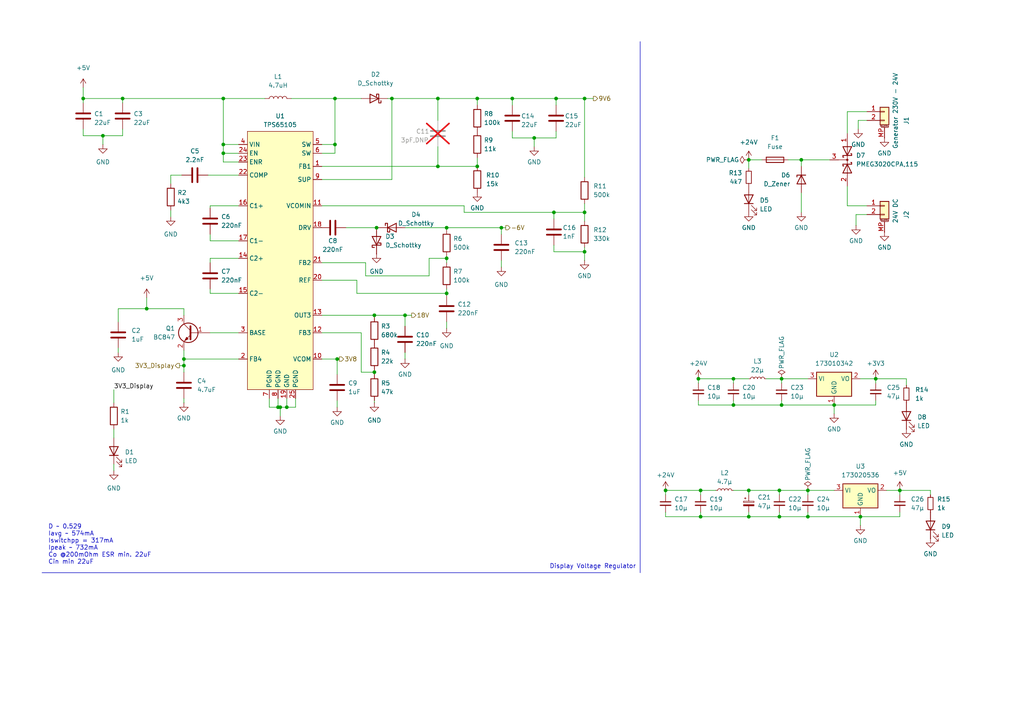
<source format=kicad_sch>
(kicad_sch
	(version 20231120)
	(generator "eeschema")
	(generator_version "8.0")
	(uuid "2e0788da-83c1-4cf9-982c-6e9feead5c48")
	(paper "A4")
	
	(junction
		(at 241.935 117.475)
		(diameter 0)
		(color 0 0 0 0)
		(uuid "04a24c58-7e9b-45c6-a81c-e6bd761e890c")
	)
	(junction
		(at 217.17 142.24)
		(diameter 0)
		(color 0 0 0 0)
		(uuid "06c0f182-3f01-4df1-8a91-76bc1a17447c")
	)
	(junction
		(at 226.06 149.86)
		(diameter 0)
		(color 0 0 0 0)
		(uuid "0e4f6690-f270-44bf-b823-20877548d9de")
	)
	(junction
		(at 169.545 73.025)
		(diameter 0)
		(color 0 0 0 0)
		(uuid "0eef11e6-76b0-4b3f-aa84-20f8c99ba4f2")
	)
	(junction
		(at 145.415 66.04)
		(diameter 0)
		(color 0 0 0 0)
		(uuid "111fa979-1c07-45e3-bde0-f5f2517309ef")
	)
	(junction
		(at 234.315 142.24)
		(diameter 0)
		(color 0 0 0 0)
		(uuid "1189832d-f541-4182-85cf-76441db3bde5")
	)
	(junction
		(at 127 28.575)
		(diameter 0)
		(color 0 0 0 0)
		(uuid "15fdf0a2-c1f2-4716-99a1-825076671288")
	)
	(junction
		(at 117.475 91.44)
		(diameter 0)
		(color 0 0 0 0)
		(uuid "1aff85bd-376b-4c3c-a19e-28410c588aa7")
	)
	(junction
		(at 108.585 107.95)
		(diameter 0)
		(color 0 0 0 0)
		(uuid "1b72607b-c177-45f5-ac9f-ed7fa7a64fb1")
	)
	(junction
		(at 203.2 142.24)
		(diameter 0)
		(color 0 0 0 0)
		(uuid "2ab8ada9-cf74-4f1d-a11c-ea239d5d2220")
	)
	(junction
		(at 217.17 46.355)
		(diameter 0)
		(color 0 0 0 0)
		(uuid "2d680fee-d381-4b13-af58-d69b1bf4bdaf")
	)
	(junction
		(at 226.695 109.855)
		(diameter 0)
		(color 0 0 0 0)
		(uuid "328351f1-a0f5-490e-9fe1-872dcb80d8e1")
	)
	(junction
		(at 169.545 28.575)
		(diameter 0)
		(color 0 0 0 0)
		(uuid "344e26dd-0ad0-428f-9526-295351b37e18")
	)
	(junction
		(at 138.43 28.575)
		(diameter 0)
		(color 0 0 0 0)
		(uuid "38c66eb7-fe12-4132-87a9-9f307a3d4eb9")
	)
	(junction
		(at 81.28 118.11)
		(diameter 0)
		(color 0 0 0 0)
		(uuid "3ae57a23-66e5-4f6a-9822-261b4ca414ba")
	)
	(junction
		(at 254 109.855)
		(diameter 0)
		(color 0 0 0 0)
		(uuid "4511e233-f111-4b3a-b25b-163e7713798c")
	)
	(junction
		(at 193.04 142.24)
		(diameter 0)
		(color 0 0 0 0)
		(uuid "4bc96748-d6a3-4db2-a6e8-1cc644e5753e")
	)
	(junction
		(at 53.34 104.14)
		(diameter 0)
		(color 0 0 0 0)
		(uuid "4c879827-91e5-4a71-a78c-ba2af39ff8cc")
	)
	(junction
		(at 169.545 61.595)
		(diameter 0)
		(color 0 0 0 0)
		(uuid "54c3dcc4-cce7-4bb6-a629-c4ac709b2919")
	)
	(junction
		(at 234.315 149.86)
		(diameter 0)
		(color 0 0 0 0)
		(uuid "5503c86b-1be4-41d6-9f38-9ec79f8809d0")
	)
	(junction
		(at 113.665 28.575)
		(diameter 0)
		(color 0 0 0 0)
		(uuid "55237c9f-e430-4b71-8e84-61e5fd99e243")
	)
	(junction
		(at 148.59 28.575)
		(diameter 0)
		(color 0 0 0 0)
		(uuid "59a705da-471f-4f1e-bffe-9c85045b320e")
	)
	(junction
		(at 226.06 142.24)
		(diameter 0)
		(color 0 0 0 0)
		(uuid "5a4015f9-032d-4d3d-913c-ef451306a780")
	)
	(junction
		(at 129.54 66.04)
		(diameter 0)
		(color 0 0 0 0)
		(uuid "5a704d20-2eda-4d66-87a0-8bb00c328bcf")
	)
	(junction
		(at 97.155 28.575)
		(diameter 0)
		(color 0 0 0 0)
		(uuid "5b385b3a-0445-40da-869e-baa34c1ab9d3")
	)
	(junction
		(at 127 48.26)
		(diameter 0)
		(color 0 0 0 0)
		(uuid "5e3c3066-33ae-44aa-90ca-be14e326d06b")
	)
	(junction
		(at 212.725 109.855)
		(diameter 0)
		(color 0 0 0 0)
		(uuid "5fa5e9ea-85ff-4890-b60a-2622461a3342")
	)
	(junction
		(at 226.695 117.475)
		(diameter 0)
		(color 0 0 0 0)
		(uuid "5fa7211d-a933-4aea-bde3-164e64fe3f63")
	)
	(junction
		(at 212.725 117.475)
		(diameter 0)
		(color 0 0 0 0)
		(uuid "6a04c048-f0f1-48b0-bc1c-71429688fed0")
	)
	(junction
		(at 129.54 85.09)
		(diameter 0)
		(color 0 0 0 0)
		(uuid "7211e033-306c-4f5c-8969-3e6e32dd97c7")
	)
	(junction
		(at 154.94 40.005)
		(diameter 0)
		(color 0 0 0 0)
		(uuid "73010a7a-7a9a-46d9-83be-b5b73168b613")
	)
	(junction
		(at 97.155 41.91)
		(diameter 0)
		(color 0 0 0 0)
		(uuid "7402a9dc-42d2-48a3-b1d2-a3f8321a5335")
	)
	(junction
		(at 260.985 142.24)
		(diameter 0)
		(color 0 0 0 0)
		(uuid "852155d9-75fa-4971-882f-601461e6471e")
	)
	(junction
		(at 53.34 106.045)
		(diameter 0)
		(color 0 0 0 0)
		(uuid "880cbe12-459f-4608-8eb4-4562e51e675d")
	)
	(junction
		(at 109.22 66.04)
		(diameter 0)
		(color 0 0 0 0)
		(uuid "8a4a63e0-e849-40f9-91ee-96af092e47fd")
	)
	(junction
		(at 217.17 149.86)
		(diameter 0)
		(color 0 0 0 0)
		(uuid "8b98e2fb-4d6d-4946-a73a-5b44141d0f81")
	)
	(junction
		(at 64.77 41.91)
		(diameter 0)
		(color 0 0 0 0)
		(uuid "8bd06123-3b1f-4075-822e-b7d3ffc7ad6e")
	)
	(junction
		(at 232.41 46.355)
		(diameter 0)
		(color 0 0 0 0)
		(uuid "94db514d-ef3e-4902-96b4-9fe23020fd4b")
	)
	(junction
		(at 108.585 91.44)
		(diameter 0)
		(color 0 0 0 0)
		(uuid "98259442-0017-4839-bdf1-ccc12bd3d4f7")
	)
	(junction
		(at 24.13 28.575)
		(diameter 0)
		(color 0 0 0 0)
		(uuid "9f6413a3-f858-4400-99b1-ddc817355d01")
	)
	(junction
		(at 129.54 74.93)
		(diameter 0)
		(color 0 0 0 0)
		(uuid "ac6cee30-b003-4257-a4d2-6306d34acee1")
	)
	(junction
		(at 35.56 28.575)
		(diameter 0)
		(color 0 0 0 0)
		(uuid "acd4fa46-8ba8-4b24-9066-b22d8cf3695d")
	)
	(junction
		(at 29.845 39.37)
		(diameter 0)
		(color 0 0 0 0)
		(uuid "ad197f75-bdb0-4b36-aa2e-000b73036df8")
	)
	(junction
		(at 203.2 149.86)
		(diameter 0)
		(color 0 0 0 0)
		(uuid "bb8147b5-df2f-4f1f-b47e-d53b75aaa380")
	)
	(junction
		(at 249.555 149.86)
		(diameter 0)
		(color 0 0 0 0)
		(uuid "bde9bff5-32a4-42ae-899d-568ddf240b6b")
	)
	(junction
		(at 64.77 44.45)
		(diameter 0)
		(color 0 0 0 0)
		(uuid "c1c24b44-9fed-402f-8691-27fc96c5a404")
	)
	(junction
		(at 97.79 104.14)
		(diameter 0)
		(color 0 0 0 0)
		(uuid "d3af76d2-6f6b-4958-8007-465843bcff28")
	)
	(junction
		(at 42.545 89.535)
		(diameter 0)
		(color 0 0 0 0)
		(uuid "e12a7a30-2a13-4e59-a86b-14e9581d754f")
	)
	(junction
		(at 138.43 48.26)
		(diameter 0)
		(color 0 0 0 0)
		(uuid "e164d6d7-daed-4ba2-a4fa-8829f5fa4bf1")
	)
	(junction
		(at 64.77 28.575)
		(diameter 0)
		(color 0 0 0 0)
		(uuid "e2e0303f-2626-44a8-827b-a48f153b57b1")
	)
	(junction
		(at 202.565 109.855)
		(diameter 0)
		(color 0 0 0 0)
		(uuid "ea330dce-f339-4a47-abfa-3285e15e9c53")
	)
	(junction
		(at 83.185 118.11)
		(diameter 0)
		(color 0 0 0 0)
		(uuid "eabb1f12-056b-4086-8108-3847910fb0d1")
	)
	(junction
		(at 160.655 61.595)
		(diameter 0)
		(color 0 0 0 0)
		(uuid "eb201b61-3b4a-4eed-b18a-c997c19d7db8")
	)
	(junction
		(at 80.645 118.11)
		(diameter 0)
		(color 0 0 0 0)
		(uuid "eb96f160-0639-40eb-a4cf-f184fd8acebd")
	)
	(junction
		(at 161.29 28.575)
		(diameter 0)
		(color 0 0 0 0)
		(uuid "eecf3a55-a51b-4037-bc03-6c24e0b5c442")
	)
	(wire
		(pts
			(xy 108.585 116.84) (xy 108.585 116.205)
		)
		(stroke
			(width 0)
			(type default)
		)
		(uuid "00823f29-0ed6-4b92-afdd-b2458f8bb606")
	)
	(wire
		(pts
			(xy 245.745 59.69) (xy 245.745 53.975)
		)
		(stroke
			(width 0)
			(type default)
		)
		(uuid "01d5c222-f50c-448c-ab1c-ce44f0e6fca5")
	)
	(wire
		(pts
			(xy 53.34 106.045) (xy 53.34 107.95)
		)
		(stroke
			(width 0)
			(type default)
		)
		(uuid "0799669d-565f-4907-8ed6-4e84a36a826f")
	)
	(wire
		(pts
			(xy 129.54 85.09) (xy 129.54 85.725)
		)
		(stroke
			(width 0)
			(type default)
		)
		(uuid "07ec2872-4565-4fd8-959e-8f2af70ca30b")
	)
	(wire
		(pts
			(xy 49.53 60.96) (xy 49.53 62.865)
		)
		(stroke
			(width 0)
			(type default)
		)
		(uuid "080956e7-576e-44ee-9c9c-360358df7091")
	)
	(wire
		(pts
			(xy 117.475 66.04) (xy 129.54 66.04)
		)
		(stroke
			(width 0)
			(type default)
		)
		(uuid "0a825527-7b27-4b9a-a7f6-00a4872c8489")
	)
	(wire
		(pts
			(xy 103.505 81.28) (xy 103.505 85.09)
		)
		(stroke
			(width 0)
			(type default)
		)
		(uuid "0a831453-75b6-47ab-904c-b600c87ef6b9")
	)
	(wire
		(pts
			(xy 64.77 46.99) (xy 64.77 44.45)
		)
		(stroke
			(width 0)
			(type default)
		)
		(uuid "0ac840e0-b447-402f-b2e4-f37f6065362a")
	)
	(wire
		(pts
			(xy 108.585 91.44) (xy 108.585 92.075)
		)
		(stroke
			(width 0)
			(type default)
		)
		(uuid "0b2e23e4-beac-4bd1-be47-6b52b832fb7c")
	)
	(wire
		(pts
			(xy 145.415 66.04) (xy 146.685 66.04)
		)
		(stroke
			(width 0)
			(type default)
		)
		(uuid "0e047021-d1ef-4727-9754-e9dc1692b3ca")
	)
	(wire
		(pts
			(xy 245.745 32.385) (xy 251.46 32.385)
		)
		(stroke
			(width 0)
			(type default)
		)
		(uuid "0f6fedef-d831-419e-8095-bd13e46f06de")
	)
	(wire
		(pts
			(xy 202.565 109.855) (xy 202.565 111.125)
		)
		(stroke
			(width 0)
			(type default)
		)
		(uuid "0fc213a9-8817-48cf-8836-66336aa93cfa")
	)
	(wire
		(pts
			(xy 93.345 91.44) (xy 108.585 91.44)
		)
		(stroke
			(width 0)
			(type default)
		)
		(uuid "163b8def-cacd-4a76-822e-3fb9e29d98bf")
	)
	(wire
		(pts
			(xy 76.835 28.575) (xy 64.77 28.575)
		)
		(stroke
			(width 0)
			(type default)
		)
		(uuid "17ac2bd9-85ec-48d8-b4ea-5c8f921070e6")
	)
	(wire
		(pts
			(xy 33.02 134.62) (xy 33.02 136.525)
		)
		(stroke
			(width 0)
			(type default)
		)
		(uuid "1964f7d3-f983-4af4-9501-c4191a058a6e")
	)
	(wire
		(pts
			(xy 260.985 148.59) (xy 260.985 149.86)
		)
		(stroke
			(width 0)
			(type default)
		)
		(uuid "1b51f0eb-7bb4-40fd-8a18-b2b7c8dece5a")
	)
	(wire
		(pts
			(xy 129.54 66.04) (xy 145.415 66.04)
		)
		(stroke
			(width 0)
			(type default)
		)
		(uuid "1c0e80f2-a924-48f1-b1a4-5e4b60c86556")
	)
	(wire
		(pts
			(xy 202.565 109.855) (xy 212.725 109.855)
		)
		(stroke
			(width 0)
			(type default)
		)
		(uuid "1d87bcf4-7b10-4fa6-b5d8-4a243a3dec00")
	)
	(wire
		(pts
			(xy 260.985 149.86) (xy 249.555 149.86)
		)
		(stroke
			(width 0)
			(type default)
		)
		(uuid "1eae38f9-6fb6-4b12-919c-8df80453afaa")
	)
	(wire
		(pts
			(xy 97.155 44.45) (xy 97.155 41.91)
		)
		(stroke
			(width 0)
			(type default)
		)
		(uuid "1f385b83-cc47-4a50-b4f9-6e8bb1cc4ede")
	)
	(wire
		(pts
			(xy 80.645 115.57) (xy 80.645 118.11)
		)
		(stroke
			(width 0)
			(type default)
		)
		(uuid "221dba15-c87b-4d35-8df1-58681aea5818")
	)
	(wire
		(pts
			(xy 53.34 101.6) (xy 53.34 104.14)
		)
		(stroke
			(width 0)
			(type default)
		)
		(uuid "22da2ddb-ad12-4205-b387-df7f05c0291f")
	)
	(wire
		(pts
			(xy 83.185 118.11) (xy 85.725 118.11)
		)
		(stroke
			(width 0)
			(type default)
		)
		(uuid "23471649-e877-40d3-94d4-eef45059f441")
	)
	(wire
		(pts
			(xy 127 48.26) (xy 138.43 48.26)
		)
		(stroke
			(width 0)
			(type default)
		)
		(uuid "23aaa91e-ce39-4097-bb81-338f8cae24de")
	)
	(wire
		(pts
			(xy 60.96 59.69) (xy 69.215 59.69)
		)
		(stroke
			(width 0)
			(type default)
		)
		(uuid "24c96bfc-e05f-4742-ab89-580e45bdb5bc")
	)
	(wire
		(pts
			(xy 127 42.545) (xy 127 48.26)
		)
		(stroke
			(width 0)
			(type default)
		)
		(uuid "25928ed3-3d8c-4e5f-aa6c-ff9793b22490")
	)
	(wire
		(pts
			(xy 160.655 63.5) (xy 160.655 61.595)
		)
		(stroke
			(width 0)
			(type default)
		)
		(uuid "27933751-b7f1-48c0-9df9-818b6dfc358c")
	)
	(wire
		(pts
			(xy 226.695 117.475) (xy 241.935 117.475)
		)
		(stroke
			(width 0)
			(type default)
		)
		(uuid "27fdb692-1032-457e-a1eb-5217ad52ed2d")
	)
	(wire
		(pts
			(xy 93.345 66.04) (xy 92.71 66.04)
		)
		(stroke
			(width 0)
			(type default)
		)
		(uuid "2aee96eb-356d-44d9-bb29-b019a73320a5")
	)
	(wire
		(pts
			(xy 217.17 46.355) (xy 220.98 46.355)
		)
		(stroke
			(width 0)
			(type default)
		)
		(uuid "2b7b12dd-87cc-4177-b7c0-9d9cf43eb25a")
	)
	(wire
		(pts
			(xy 249.555 109.855) (xy 254 109.855)
		)
		(stroke
			(width 0)
			(type default)
		)
		(uuid "2c5e1399-a2da-45ff-9723-90f773008009")
	)
	(wire
		(pts
			(xy 134.62 59.69) (xy 134.62 61.595)
		)
		(stroke
			(width 0)
			(type default)
		)
		(uuid "300ab485-da27-45a6-a497-e273fd765e8c")
	)
	(wire
		(pts
			(xy 254 109.855) (xy 254 111.125)
		)
		(stroke
			(width 0)
			(type default)
		)
		(uuid "302dd4f2-4a33-462d-8779-06c1161c641e")
	)
	(wire
		(pts
			(xy 202.565 117.475) (xy 212.725 117.475)
		)
		(stroke
			(width 0)
			(type default)
		)
		(uuid "332369f9-b2c1-4afc-8575-ba8f738f7f55")
	)
	(wire
		(pts
			(xy 193.04 142.24) (xy 193.04 143.51)
		)
		(stroke
			(width 0)
			(type default)
		)
		(uuid "3356ecf4-e784-4cfb-92ad-862b46ff013b")
	)
	(wire
		(pts
			(xy 212.725 109.855) (xy 217.17 109.855)
		)
		(stroke
			(width 0)
			(type default)
		)
		(uuid "3614b7ff-5afc-4028-9773-3f0c7087bc24")
	)
	(wire
		(pts
			(xy 169.545 59.055) (xy 169.545 61.595)
		)
		(stroke
			(width 0)
			(type default)
		)
		(uuid "37617cd5-34d5-4cb1-bc81-6451281932c5")
	)
	(wire
		(pts
			(xy 160.655 73.025) (xy 160.655 71.12)
		)
		(stroke
			(width 0)
			(type default)
		)
		(uuid "38d260f8-76f5-44dd-9720-2a213e915413")
	)
	(wire
		(pts
			(xy 169.545 73.025) (xy 169.545 75.565)
		)
		(stroke
			(width 0)
			(type default)
		)
		(uuid "3c5f13ae-ad87-44f8-b10b-2a06880895da")
	)
	(wire
		(pts
			(xy 53.34 115.57) (xy 53.34 116.84)
		)
		(stroke
			(width 0)
			(type default)
		)
		(uuid "3e5771b7-425e-4cea-8f07-1611dbbbc8c1")
	)
	(wire
		(pts
			(xy 124.46 74.93) (xy 129.54 74.93)
		)
		(stroke
			(width 0)
			(type default)
		)
		(uuid "3ed12c7c-34f2-4e62-a8b5-51abf30d6efa")
	)
	(wire
		(pts
			(xy 81.28 118.11) (xy 83.185 118.11)
		)
		(stroke
			(width 0)
			(type default)
		)
		(uuid "3fa49fd2-5e38-4518-bcaf-7808cb6d4aed")
	)
	(wire
		(pts
			(xy 93.345 81.28) (xy 103.505 81.28)
		)
		(stroke
			(width 0)
			(type default)
		)
		(uuid "3ffad75b-d711-4886-b77c-cec67b83eda9")
	)
	(wire
		(pts
			(xy 145.415 66.04) (xy 145.415 67.945)
		)
		(stroke
			(width 0)
			(type default)
		)
		(uuid "428491b2-7a74-46cd-bdd8-2c392c94f34c")
	)
	(wire
		(pts
			(xy 234.315 149.86) (xy 249.555 149.86)
		)
		(stroke
			(width 0)
			(type default)
		)
		(uuid "44ac89d5-fab8-4881-932b-38f36f429c6a")
	)
	(wire
		(pts
			(xy 24.13 37.465) (xy 24.13 39.37)
		)
		(stroke
			(width 0)
			(type default)
		)
		(uuid "4503344e-d636-487f-aa1d-09061e794e89")
	)
	(wire
		(pts
			(xy 35.56 29.845) (xy 35.56 28.575)
		)
		(stroke
			(width 0)
			(type default)
		)
		(uuid "45f9194a-fefb-4742-9660-7fe8e4d30a8d")
	)
	(wire
		(pts
			(xy 222.25 109.855) (xy 226.695 109.855)
		)
		(stroke
			(width 0)
			(type default)
		)
		(uuid "480bee3c-39e6-407a-89ac-1313197ace6a")
	)
	(wire
		(pts
			(xy 232.41 55.88) (xy 232.41 61.595)
		)
		(stroke
			(width 0)
			(type default)
		)
		(uuid "4a7cbbdd-5cf8-47cb-b2f7-c1bae73c379c")
	)
	(wire
		(pts
			(xy 53.34 104.14) (xy 53.34 106.045)
		)
		(stroke
			(width 0)
			(type default)
		)
		(uuid "4a9bf28b-3854-4f5d-86aa-f17baa6a09f9")
	)
	(wire
		(pts
			(xy 160.655 61.595) (xy 169.545 61.595)
		)
		(stroke
			(width 0)
			(type default)
		)
		(uuid "4adf77c0-8891-473c-b37b-e31840999359")
	)
	(wire
		(pts
			(xy 93.345 52.07) (xy 113.665 52.07)
		)
		(stroke
			(width 0)
			(type default)
		)
		(uuid "4c41f729-a7aa-477e-a842-37838a2b18f0")
	)
	(wire
		(pts
			(xy 97.79 116.205) (xy 97.79 118.11)
		)
		(stroke
			(width 0)
			(type default)
		)
		(uuid "4d35691e-4f3d-41e8-9a99-c92c22cf42d0")
	)
	(wire
		(pts
			(xy 129.54 74.93) (xy 129.54 76.2)
		)
		(stroke
			(width 0)
			(type default)
		)
		(uuid "4e1213c0-0844-4472-8738-ede19ad5a24e")
	)
	(wire
		(pts
			(xy 24.13 29.845) (xy 24.13 28.575)
		)
		(stroke
			(width 0)
			(type default)
		)
		(uuid "4e66fede-4bd0-4b9c-aa91-1d39619d61f3")
	)
	(wire
		(pts
			(xy 138.43 28.575) (xy 138.43 30.48)
		)
		(stroke
			(width 0)
			(type default)
		)
		(uuid "4e9a23db-c1ec-4e36-98bc-5688e1210cd2")
	)
	(wire
		(pts
			(xy 97.79 104.14) (xy 98.425 104.14)
		)
		(stroke
			(width 0)
			(type default)
		)
		(uuid "5042ffc9-f488-4bd7-bd38-fe064d044d8e")
	)
	(wire
		(pts
			(xy 42.545 86.36) (xy 42.545 89.535)
		)
		(stroke
			(width 0)
			(type default)
		)
		(uuid "51649ea1-af40-4422-810d-cdd7e45b347c")
	)
	(wire
		(pts
			(xy 60.96 96.52) (xy 69.215 96.52)
		)
		(stroke
			(width 0)
			(type default)
		)
		(uuid "54264b9f-8dba-4eb3-9bf5-e99612feb0a4")
	)
	(wire
		(pts
			(xy 83.185 115.57) (xy 83.185 118.11)
		)
		(stroke
			(width 0)
			(type default)
		)
		(uuid "55e01c7c-916c-475f-be83-ee46860b0f12")
	)
	(wire
		(pts
			(xy 249.555 149.86) (xy 249.555 152.4)
		)
		(stroke
			(width 0)
			(type default)
		)
		(uuid "59e0d06b-cd48-45c4-a673-afeae9475e71")
	)
	(wire
		(pts
			(xy 226.695 109.855) (xy 234.315 109.855)
		)
		(stroke
			(width 0)
			(type default)
		)
		(uuid "5a092afa-26ce-4acf-9da0-d2d8700de100")
	)
	(wire
		(pts
			(xy 212.725 142.24) (xy 217.17 142.24)
		)
		(stroke
			(width 0)
			(type default)
		)
		(uuid "5ac9dccd-b877-4c45-9b87-2745bb154a56")
	)
	(wire
		(pts
			(xy 234.315 142.24) (xy 234.315 143.51)
		)
		(stroke
			(width 0)
			(type default)
		)
		(uuid "5ea3e315-df2f-48a8-96ed-2eaa15b323b6")
	)
	(wire
		(pts
			(xy 60.325 50.8) (xy 69.215 50.8)
		)
		(stroke
			(width 0)
			(type default)
		)
		(uuid "617ebabc-9728-49d9-9e00-efeb649c11f6")
	)
	(wire
		(pts
			(xy 234.315 148.59) (xy 234.315 149.86)
		)
		(stroke
			(width 0)
			(type default)
		)
		(uuid "667d36d3-48b8-4b44-b1fa-ee04e1f5c87d")
	)
	(wire
		(pts
			(xy 60.96 74.93) (xy 69.215 74.93)
		)
		(stroke
			(width 0)
			(type default)
		)
		(uuid "66b80e20-c5b1-452c-9103-9af133e4d706")
	)
	(wire
		(pts
			(xy 108.585 107.95) (xy 104.775 107.95)
		)
		(stroke
			(width 0)
			(type default)
		)
		(uuid "67b76565-5e98-4729-99f3-4273774598b5")
	)
	(wire
		(pts
			(xy 49.53 50.8) (xy 49.53 53.34)
		)
		(stroke
			(width 0)
			(type default)
		)
		(uuid "68479ddf-a13d-466d-a3dd-c310eda8a653")
	)
	(wire
		(pts
			(xy 148.59 38.1) (xy 148.59 40.005)
		)
		(stroke
			(width 0)
			(type default)
		)
		(uuid "6c2b85b8-c251-4011-a20c-e9d26d6c48a3")
	)
	(wire
		(pts
			(xy 60.96 60.325) (xy 60.96 59.69)
		)
		(stroke
			(width 0)
			(type default)
		)
		(uuid "6dbbb99c-db6b-4ccc-b564-a41e646c330c")
	)
	(wire
		(pts
			(xy 69.215 41.91) (xy 64.77 41.91)
		)
		(stroke
			(width 0)
			(type default)
		)
		(uuid "6e623211-e1cd-4bb0-8c65-12b92a48f710")
	)
	(wire
		(pts
			(xy 93.345 44.45) (xy 97.155 44.45)
		)
		(stroke
			(width 0)
			(type default)
		)
		(uuid "701e3aab-ec5b-4755-bb01-b828558ba117")
	)
	(wire
		(pts
			(xy 212.725 116.205) (xy 212.725 117.475)
		)
		(stroke
			(width 0)
			(type default)
		)
		(uuid "70876b54-5088-4016-b2c6-b9cdcb757352")
	)
	(wire
		(pts
			(xy 226.695 109.855) (xy 226.695 111.125)
		)
		(stroke
			(width 0)
			(type default)
		)
		(uuid "712cf10d-3255-4a39-896b-4c3e9382c6bb")
	)
	(wire
		(pts
			(xy 64.77 41.91) (xy 64.77 44.45)
		)
		(stroke
			(width 0)
			(type default)
		)
		(uuid "73f9ed79-636c-4d16-b0ba-9b534cedcbd4")
	)
	(wire
		(pts
			(xy 113.665 52.07) (xy 113.665 28.575)
		)
		(stroke
			(width 0)
			(type default)
		)
		(uuid "75501156-2b60-4ebc-abfc-4b7c0bc99d2c")
	)
	(wire
		(pts
			(xy 97.79 104.14) (xy 93.345 104.14)
		)
		(stroke
			(width 0)
			(type default)
		)
		(uuid "773e3727-396a-430f-829a-1968126d4e63")
	)
	(wire
		(pts
			(xy 161.29 28.575) (xy 161.29 30.48)
		)
		(stroke
			(width 0)
			(type default)
		)
		(uuid "77434a9a-e97c-4f9b-8efa-a7dc56aa4462")
	)
	(wire
		(pts
			(xy 226.06 142.24) (xy 234.315 142.24)
		)
		(stroke
			(width 0)
			(type default)
		)
		(uuid "77962264-d713-4ddf-a55d-58dc53a2553c")
	)
	(wire
		(pts
			(xy 241.935 117.475) (xy 241.935 120.015)
		)
		(stroke
			(width 0)
			(type default)
		)
		(uuid "79e771bd-867c-48d0-9c84-c44a0cc2997a")
	)
	(wire
		(pts
			(xy 254 109.855) (xy 262.89 109.855)
		)
		(stroke
			(width 0)
			(type default)
		)
		(uuid "7a646faa-1ba2-40e9-96eb-e68d5e555bc5")
	)
	(wire
		(pts
			(xy 60.96 85.09) (xy 60.96 83.82)
		)
		(stroke
			(width 0)
			(type default)
		)
		(uuid "7a908a54-37ff-4256-af3c-d37a3211a15b")
	)
	(wire
		(pts
			(xy 148.59 28.575) (xy 148.59 30.48)
		)
		(stroke
			(width 0)
			(type default)
		)
		(uuid "7cbe0ff7-148d-4655-918d-3fd6cb63e2aa")
	)
	(wire
		(pts
			(xy 226.06 149.86) (xy 234.315 149.86)
		)
		(stroke
			(width 0)
			(type default)
		)
		(uuid "7cd4b97d-4582-43af-aca8-950338b402d8")
	)
	(wire
		(pts
			(xy 260.985 142.24) (xy 260.985 143.51)
		)
		(stroke
			(width 0)
			(type default)
		)
		(uuid "7d05d595-c664-446c-899f-b00e20cb5d7c")
	)
	(wire
		(pts
			(xy 24.13 28.575) (xy 35.56 28.575)
		)
		(stroke
			(width 0)
			(type default)
		)
		(uuid "822293f7-6596-4b27-8151-6d886cf56857")
	)
	(wire
		(pts
			(xy 228.6 46.355) (xy 232.41 46.355)
		)
		(stroke
			(width 0)
			(type default)
		)
		(uuid "83f0a0e4-0e23-480e-abfa-d05b91b18526")
	)
	(wire
		(pts
			(xy 69.215 85.09) (xy 60.96 85.09)
		)
		(stroke
			(width 0)
			(type default)
		)
		(uuid "86f78524-9a71-4576-a34f-c214cf02f681")
	)
	(wire
		(pts
			(xy 251.46 59.69) (xy 245.745 59.69)
		)
		(stroke
			(width 0)
			(type default)
		)
		(uuid "87012fd7-8a04-4de3-b126-2893f3235d87")
	)
	(wire
		(pts
			(xy 161.29 40.005) (xy 161.29 38.1)
		)
		(stroke
			(width 0)
			(type default)
		)
		(uuid "873732d0-bc89-4cd2-80b5-b67e8ac37788")
	)
	(wire
		(pts
			(xy 97.79 108.585) (xy 97.79 104.14)
		)
		(stroke
			(width 0)
			(type default)
		)
		(uuid "8798140f-a61d-4399-a02f-340a61efc57d")
	)
	(wire
		(pts
			(xy 129.54 74.295) (xy 129.54 74.93)
		)
		(stroke
			(width 0)
			(type default)
		)
		(uuid "88f13fe5-ddc3-4a21-b5bb-3f329bf29ec0")
	)
	(wire
		(pts
			(xy 169.545 61.595) (xy 169.545 64.135)
		)
		(stroke
			(width 0)
			(type default)
		)
		(uuid "897704ad-d967-4d2d-8238-9398ddfd04e8")
	)
	(wire
		(pts
			(xy 129.54 93.345) (xy 129.54 95.25)
		)
		(stroke
			(width 0)
			(type default)
		)
		(uuid "89de10db-0bda-4bc4-9a11-7f45b3fef9be")
	)
	(wire
		(pts
			(xy 217.17 149.86) (xy 226.06 149.86)
		)
		(stroke
			(width 0)
			(type default)
		)
		(uuid "8a27771f-2b91-4f3b-9898-b82752fb21fc")
	)
	(wire
		(pts
			(xy 69.215 69.85) (xy 60.96 69.85)
		)
		(stroke
			(width 0)
			(type default)
		)
		(uuid "8a8dc90e-ea11-473f-9e5a-ccd56726e7dd")
	)
	(wire
		(pts
			(xy 69.215 46.99) (xy 64.77 46.99)
		)
		(stroke
			(width 0)
			(type default)
		)
		(uuid "8acd4fdb-7a63-49b9-921f-6a3c041e95ba")
	)
	(wire
		(pts
			(xy 269.875 143.51) (xy 269.875 142.24)
		)
		(stroke
			(width 0)
			(type default)
		)
		(uuid "8cc7a730-cb1f-4afb-b5f0-1c9155a349c3")
	)
	(wire
		(pts
			(xy 78.105 118.11) (xy 78.105 115.57)
		)
		(stroke
			(width 0)
			(type default)
		)
		(uuid "8d1114c9-b33d-4f1b-8db3-570129fb19cf")
	)
	(wire
		(pts
			(xy 34.29 100.965) (xy 34.29 102.235)
		)
		(stroke
			(width 0)
			(type default)
		)
		(uuid "8d604371-f602-4f10-8f7d-d7976b912214")
	)
	(wire
		(pts
			(xy 169.545 28.575) (xy 172.085 28.575)
		)
		(stroke
			(width 0)
			(type default)
		)
		(uuid "8df34f58-b9bf-4d62-a0cb-39cfca58113f")
	)
	(wire
		(pts
			(xy 85.725 118.11) (xy 85.725 115.57)
		)
		(stroke
			(width 0)
			(type default)
		)
		(uuid "8e4e0ab3-c78b-4d6b-83be-d326c20004d9")
	)
	(wire
		(pts
			(xy 84.455 28.575) (xy 97.155 28.575)
		)
		(stroke
			(width 0)
			(type default)
		)
		(uuid "8f7a9dab-1d18-4219-bf90-07989e70b3dd")
	)
	(wire
		(pts
			(xy 29.845 41.91) (xy 29.845 39.37)
		)
		(stroke
			(width 0)
			(type default)
		)
		(uuid "8f94857f-a4c9-4bf8-9272-ba853141078a")
	)
	(wire
		(pts
			(xy 52.07 106.045) (xy 53.34 106.045)
		)
		(stroke
			(width 0)
			(type default)
		)
		(uuid "94aa258d-f4ad-427f-ba76-7fd9489e4b20")
	)
	(wire
		(pts
			(xy 203.2 142.24) (xy 207.645 142.24)
		)
		(stroke
			(width 0)
			(type default)
		)
		(uuid "94d921d1-88bd-4867-aa9a-cdede2375614")
	)
	(wire
		(pts
			(xy 262.89 109.855) (xy 262.89 111.76)
		)
		(stroke
			(width 0)
			(type default)
		)
		(uuid "95893931-4d8b-48f4-8eaf-9bb7542167a4")
	)
	(wire
		(pts
			(xy 193.04 148.59) (xy 193.04 149.86)
		)
		(stroke
			(width 0)
			(type default)
		)
		(uuid "95e44266-98b9-465d-997c-8e65b0c3d557")
	)
	(wire
		(pts
			(xy 193.04 149.86) (xy 203.2 149.86)
		)
		(stroke
			(width 0)
			(type default)
		)
		(uuid "95ef0836-fe34-4f04-a9c1-a920779ba8c0")
	)
	(wire
		(pts
			(xy 108.585 108.585) (xy 108.585 107.95)
		)
		(stroke
			(width 0)
			(type default)
		)
		(uuid "970a99e0-31e3-4de1-81ad-1ede59357925")
	)
	(wire
		(pts
			(xy 100.33 66.04) (xy 109.22 66.04)
		)
		(stroke
			(width 0)
			(type default)
		)
		(uuid "97431ce8-64bf-4192-aad3-405003b70cfe")
	)
	(wire
		(pts
			(xy 93.345 96.52) (xy 104.775 96.52)
		)
		(stroke
			(width 0)
			(type default)
		)
		(uuid "9a9225e3-868c-4477-b879-f49bba58cc6e")
	)
	(wire
		(pts
			(xy 203.2 142.24) (xy 203.2 143.51)
		)
		(stroke
			(width 0)
			(type default)
		)
		(uuid "9bc2d68c-2a43-4c1e-b669-9820a12d7c87")
	)
	(wire
		(pts
			(xy 193.04 142.24) (xy 203.2 142.24)
		)
		(stroke
			(width 0)
			(type default)
		)
		(uuid "9be69bc9-acb1-4f03-83ec-e3780facc1a4")
	)
	(wire
		(pts
			(xy 226.06 142.24) (xy 226.06 143.51)
		)
		(stroke
			(width 0)
			(type default)
		)
		(uuid "9c20c29c-79a9-4227-bc95-44d50437e955")
	)
	(wire
		(pts
			(xy 34.29 89.535) (xy 42.545 89.535)
		)
		(stroke
			(width 0)
			(type default)
		)
		(uuid "9c740c80-d003-43c1-8383-19f33549312b")
	)
	(wire
		(pts
			(xy 129.54 83.82) (xy 129.54 85.09)
		)
		(stroke
			(width 0)
			(type default)
		)
		(uuid "9cdd0481-4694-4c64-b4e1-2ac7094da946")
	)
	(wire
		(pts
			(xy 138.43 45.72) (xy 138.43 48.26)
		)
		(stroke
			(width 0)
			(type default)
		)
		(uuid "9d3a9fba-99dc-4dfe-9ad9-da65da83c5c1")
	)
	(wire
		(pts
			(xy 106.045 80.01) (xy 106.045 76.2)
		)
		(stroke
			(width 0)
			(type default)
		)
		(uuid "9d439632-2771-4b13-b38a-61e86e6e924f")
	)
	(wire
		(pts
			(xy 217.17 148.59) (xy 217.17 149.86)
		)
		(stroke
			(width 0)
			(type default)
		)
		(uuid "9d9a9931-bf71-46df-845b-1ed3d2f68e2f")
	)
	(wire
		(pts
			(xy 217.17 142.24) (xy 226.06 142.24)
		)
		(stroke
			(width 0)
			(type default)
		)
		(uuid "9fb78350-b05c-4e18-96f6-8b518da4b61f")
	)
	(wire
		(pts
			(xy 106.045 76.2) (xy 93.345 76.2)
		)
		(stroke
			(width 0)
			(type default)
		)
		(uuid "a05d54da-1a6c-4acd-a749-c01660a4d3b6")
	)
	(wire
		(pts
			(xy 124.46 80.01) (xy 124.46 74.93)
		)
		(stroke
			(width 0)
			(type default)
		)
		(uuid "a1984b4c-5b68-46d4-a8e4-51bc343bb260")
	)
	(wire
		(pts
			(xy 245.745 38.735) (xy 245.745 32.385)
		)
		(stroke
			(width 0)
			(type default)
		)
		(uuid "a39b8dc8-c08e-44c0-8768-dc719002f971")
	)
	(wire
		(pts
			(xy 97.155 41.91) (xy 93.345 41.91)
		)
		(stroke
			(width 0)
			(type default)
		)
		(uuid "a5562132-55e5-411a-9528-caffe9817d7d")
	)
	(wire
		(pts
			(xy 232.41 46.355) (xy 240.665 46.355)
		)
		(stroke
			(width 0)
			(type default)
		)
		(uuid "a586b49d-2519-401a-bb1a-aed73a17439d")
	)
	(wire
		(pts
			(xy 248.92 34.925) (xy 248.92 37.465)
		)
		(stroke
			(width 0)
			(type default)
		)
		(uuid "a7f0cf95-7834-4685-a120-283baf2b87ae")
	)
	(wire
		(pts
			(xy 106.045 80.01) (xy 124.46 80.01)
		)
		(stroke
			(width 0)
			(type default)
		)
		(uuid "a96e3a21-d86c-4df1-b585-ee9dec563426")
	)
	(wire
		(pts
			(xy 33.02 113.03) (xy 33.02 116.84)
		)
		(stroke
			(width 0)
			(type default)
		)
		(uuid "aab218ca-ce2c-4b98-83a0-97efcbb0006d")
	)
	(wire
		(pts
			(xy 148.59 40.005) (xy 154.94 40.005)
		)
		(stroke
			(width 0)
			(type default)
		)
		(uuid "acec78fd-e646-411b-8f62-e327bba793f7")
	)
	(wire
		(pts
			(xy 29.845 39.37) (xy 35.56 39.37)
		)
		(stroke
			(width 0)
			(type default)
		)
		(uuid "af2c11c8-4e61-4a43-b9bd-255560152aa5")
	)
	(wire
		(pts
			(xy 97.155 28.575) (xy 104.775 28.575)
		)
		(stroke
			(width 0)
			(type default)
		)
		(uuid "b2b598d9-ea54-46c4-b198-2854c3ae0964")
	)
	(wire
		(pts
			(xy 212.725 109.855) (xy 212.725 111.125)
		)
		(stroke
			(width 0)
			(type default)
		)
		(uuid "b2d7c7f2-a0f2-4a7b-bd44-25162625cc2c")
	)
	(wire
		(pts
			(xy 232.41 46.355) (xy 232.41 48.26)
		)
		(stroke
			(width 0)
			(type default)
		)
		(uuid "b3813dc4-8c4a-4fe6-b246-060421727897")
	)
	(wire
		(pts
			(xy 129.54 66.04) (xy 129.54 66.675)
		)
		(stroke
			(width 0)
			(type default)
		)
		(uuid "b538a79f-8301-447f-8982-b1cd5d0d1e7d")
	)
	(wire
		(pts
			(xy 108.585 91.44) (xy 117.475 91.44)
		)
		(stroke
			(width 0)
			(type default)
		)
		(uuid "b676435c-79cb-4022-8da4-17b481badd24")
	)
	(wire
		(pts
			(xy 127 28.575) (xy 127 34.925)
		)
		(stroke
			(width 0)
			(type default)
		)
		(uuid "baa475f9-fa32-498d-8dda-150b6afbd67e")
	)
	(wire
		(pts
			(xy 35.56 28.575) (xy 64.77 28.575)
		)
		(stroke
			(width 0)
			(type default)
		)
		(uuid "bbf18ba4-6465-468f-b6dd-87ab34d93271")
	)
	(wire
		(pts
			(xy 112.395 28.575) (xy 113.665 28.575)
		)
		(stroke
			(width 0)
			(type default)
		)
		(uuid "bc8311a1-3370-43fe-b5ef-6453093ce15f")
	)
	(wire
		(pts
			(xy 154.94 40.005) (xy 161.29 40.005)
		)
		(stroke
			(width 0)
			(type default)
		)
		(uuid "bd3455f2-827a-4e80-8a9e-1601cfc6760c")
	)
	(wire
		(pts
			(xy 109.22 66.04) (xy 109.855 66.04)
		)
		(stroke
			(width 0)
			(type default)
		)
		(uuid "be7b5ac7-c4df-4e35-8db8-1e84491169a5")
	)
	(wire
		(pts
			(xy 248.92 34.925) (xy 251.46 34.925)
		)
		(stroke
			(width 0)
			(type default)
		)
		(uuid "bfc00bab-747c-45e0-907d-9561bb4e313e")
	)
	(wire
		(pts
			(xy 64.77 44.45) (xy 69.215 44.45)
		)
		(stroke
			(width 0)
			(type default)
		)
		(uuid "c23f76b7-d61d-429f-bc58-6bc1546c1ccb")
	)
	(wire
		(pts
			(xy 53.34 89.535) (xy 53.34 91.44)
		)
		(stroke
			(width 0)
			(type default)
		)
		(uuid "c47a81a0-8572-4817-a997-173ded2bc84a")
	)
	(wire
		(pts
			(xy 269.875 142.24) (xy 260.985 142.24)
		)
		(stroke
			(width 0)
			(type default)
		)
		(uuid "c59dbc7a-b859-4042-9256-e6a6bf255f15")
	)
	(wire
		(pts
			(xy 108.585 107.315) (xy 108.585 107.95)
		)
		(stroke
			(width 0)
			(type default)
		)
		(uuid "c5b28477-e348-4d17-adbc-906b53af3b9f")
	)
	(wire
		(pts
			(xy 104.775 107.95) (xy 104.775 96.52)
		)
		(stroke
			(width 0)
			(type default)
		)
		(uuid "c600e4a2-59ff-4eb3-b3aa-d29d8905aa43")
	)
	(wire
		(pts
			(xy 97.155 28.575) (xy 97.155 41.91)
		)
		(stroke
			(width 0)
			(type default)
		)
		(uuid "c675f9b7-362f-4a6a-a14c-49ef3e58fba4")
	)
	(wire
		(pts
			(xy 117.475 91.44) (xy 119.38 91.44)
		)
		(stroke
			(width 0)
			(type default)
		)
		(uuid "c70e0b07-9a0c-4e2c-9423-68f7c0d295ad")
	)
	(wire
		(pts
			(xy 212.725 117.475) (xy 226.695 117.475)
		)
		(stroke
			(width 0)
			(type default)
		)
		(uuid "c9b5c6a6-7840-45f7-bf7c-939b5fec923a")
	)
	(wire
		(pts
			(xy 78.105 118.11) (xy 80.645 118.11)
		)
		(stroke
			(width 0)
			(type default)
		)
		(uuid "ca2317ec-4f7e-4a1e-bc9b-1f482c5c144b")
	)
	(wire
		(pts
			(xy 257.175 142.24) (xy 260.985 142.24)
		)
		(stroke
			(width 0)
			(type default)
		)
		(uuid "cc004d13-9add-4e97-845e-3e804265ffd2")
	)
	(wire
		(pts
			(xy 154.94 40.005) (xy 154.94 42.545)
		)
		(stroke
			(width 0)
			(type default)
		)
		(uuid "cd8f7551-eedf-4227-89f0-a423ee0b9dc0")
	)
	(wire
		(pts
			(xy 117.475 94.615) (xy 117.475 91.44)
		)
		(stroke
			(width 0)
			(type default)
		)
		(uuid "cea8c313-f55b-4706-a4ce-a07406514fc9")
	)
	(wire
		(pts
			(xy 217.17 142.24) (xy 217.17 143.51)
		)
		(stroke
			(width 0)
			(type default)
		)
		(uuid "ceea175b-8c86-4dc4-ad65-8552da28bb49")
	)
	(wire
		(pts
			(xy 202.565 116.205) (xy 202.565 117.475)
		)
		(stroke
			(width 0)
			(type default)
		)
		(uuid "cf976ad3-d5e8-44a1-ad25-e1f1375f850a")
	)
	(wire
		(pts
			(xy 203.2 148.59) (xy 203.2 149.86)
		)
		(stroke
			(width 0)
			(type default)
		)
		(uuid "d068cbbe-b30f-4096-855c-e4e765fdfc8b")
	)
	(wire
		(pts
			(xy 226.06 148.59) (xy 226.06 149.86)
		)
		(stroke
			(width 0)
			(type default)
		)
		(uuid "d110e9db-9250-42b3-a3d7-2377030b6281")
	)
	(wire
		(pts
			(xy 248.285 62.23) (xy 248.285 65.405)
		)
		(stroke
			(width 0)
			(type default)
		)
		(uuid "d2ab178a-c830-41e7-8c74-ec1e72641c87")
	)
	(wire
		(pts
			(xy 217.17 48.895) (xy 217.17 46.355)
		)
		(stroke
			(width 0)
			(type default)
		)
		(uuid "d2c8035f-dd0f-43b4-85c2-ab9a349eff76")
	)
	(wire
		(pts
			(xy 169.545 73.025) (xy 160.655 73.025)
		)
		(stroke
			(width 0)
			(type default)
		)
		(uuid "d2e88e99-690a-4d37-99f2-7f9516b6f326")
	)
	(wire
		(pts
			(xy 64.77 28.575) (xy 64.77 41.91)
		)
		(stroke
			(width 0)
			(type default)
		)
		(uuid "d376277c-cae2-496d-994b-ae4810aed1c1")
	)
	(wire
		(pts
			(xy 226.695 116.205) (xy 226.695 117.475)
		)
		(stroke
			(width 0)
			(type default)
		)
		(uuid "d3daa0a2-e9bd-4444-ad66-cea4cd3ca5d7")
	)
	(wire
		(pts
			(xy 33.02 124.46) (xy 33.02 127)
		)
		(stroke
			(width 0)
			(type default)
		)
		(uuid "d4161612-fd40-48fe-a351-00b7e4adcfbe")
	)
	(wire
		(pts
			(xy 134.62 61.595) (xy 160.655 61.595)
		)
		(stroke
			(width 0)
			(type default)
		)
		(uuid "d5ceb0ee-59a6-4a5b-8b20-e84781423f12")
	)
	(wire
		(pts
			(xy 24.13 39.37) (xy 29.845 39.37)
		)
		(stroke
			(width 0)
			(type default)
		)
		(uuid "d61a543b-9dcd-435b-b998-d906143230cf")
	)
	(wire
		(pts
			(xy 161.29 28.575) (xy 169.545 28.575)
		)
		(stroke
			(width 0)
			(type default)
		)
		(uuid "d67cfc73-2f37-43f5-b169-e6f6da32e183")
	)
	(wire
		(pts
			(xy 169.545 51.435) (xy 169.545 28.575)
		)
		(stroke
			(width 0)
			(type default)
		)
		(uuid "d6da516f-31eb-472e-8e11-fc8eaed560bd")
	)
	(wire
		(pts
			(xy 148.59 28.575) (xy 161.29 28.575)
		)
		(stroke
			(width 0)
			(type default)
		)
		(uuid "dae4dbc5-c03c-4d68-8b0a-f10f36f7287a")
	)
	(wire
		(pts
			(xy 251.46 62.23) (xy 248.285 62.23)
		)
		(stroke
			(width 0)
			(type default)
		)
		(uuid "dd658e3c-7274-4321-b280-f43d36ee4d16")
	)
	(polyline
		(pts
			(xy 185.674 12.065) (xy 185.674 166.116)
		)
		(stroke
			(width 0)
			(type default)
		)
		(uuid "de12261a-a488-4b78-817c-4b9eb5382cff")
	)
	(wire
		(pts
			(xy 241.935 117.475) (xy 254 117.475)
		)
		(stroke
			(width 0)
			(type default)
		)
		(uuid "de34fdb2-911d-4e50-850b-6065a7d83da0")
	)
	(wire
		(pts
			(xy 254 116.205) (xy 254 117.475)
		)
		(stroke
			(width 0)
			(type default)
		)
		(uuid "e03a3999-a189-4e3a-9992-e15734b4284e")
	)
	(wire
		(pts
			(xy 42.545 89.535) (xy 53.34 89.535)
		)
		(stroke
			(width 0)
			(type default)
		)
		(uuid "e1a33295-b560-45c6-8354-41493a75e6ac")
	)
	(wire
		(pts
			(xy 80.645 118.11) (xy 81.28 118.11)
		)
		(stroke
			(width 0)
			(type default)
		)
		(uuid "e27ec589-21f0-4132-bba5-5f01ebec4ed6")
	)
	(wire
		(pts
			(xy 138.43 28.575) (xy 148.59 28.575)
		)
		(stroke
			(width 0)
			(type default)
		)
		(uuid "e3ce55a9-6170-433c-b558-fb2904af19e4")
	)
	(wire
		(pts
			(xy 234.315 142.24) (xy 241.935 142.24)
		)
		(stroke
			(width 0)
			(type default)
		)
		(uuid "e3e45f86-75c2-4a7b-8e12-738d3f6ab87b")
	)
	(wire
		(pts
			(xy 81.28 120.65) (xy 81.28 118.11)
		)
		(stroke
			(width 0)
			(type default)
		)
		(uuid "e5d29de3-76d9-4d1f-bd48-1db3511cdccc")
	)
	(wire
		(pts
			(xy 60.96 67.945) (xy 60.96 69.85)
		)
		(stroke
			(width 0)
			(type default)
		)
		(uuid "e6b0c24b-4150-4332-a7c7-0d39e7f824ea")
	)
	(wire
		(pts
			(xy 127 28.575) (xy 138.43 28.575)
		)
		(stroke
			(width 0)
			(type default)
		)
		(uuid "eb5e0201-c32f-49b7-afb2-5028354c88cc")
	)
	(polyline
		(pts
			(xy 177.038 166.116) (xy 12.192 166.116)
		)
		(stroke
			(width 0)
			(type default)
		)
		(uuid "ebb4d48e-7fd2-4425-bfc3-8c97a2151f56")
	)
	(wire
		(pts
			(xy 35.56 37.465) (xy 35.56 39.37)
		)
		(stroke
			(width 0)
			(type default)
		)
		(uuid "ece631b4-0e02-43fb-b41a-644be4704600")
	)
	(wire
		(pts
			(xy 24.13 25.4) (xy 24.13 28.575)
		)
		(stroke
			(width 0)
			(type default)
		)
		(uuid "f1386fce-793d-4913-a953-a88c993a5b95")
	)
	(wire
		(pts
			(xy 93.345 59.69) (xy 134.62 59.69)
		)
		(stroke
			(width 0)
			(type default)
		)
		(uuid "f3562cc0-2151-446c-bd56-2a5bee7be719")
	)
	(wire
		(pts
			(xy 145.415 75.565) (xy 145.415 77.47)
		)
		(stroke
			(width 0)
			(type default)
		)
		(uuid "f3d8f24c-b507-44f7-8732-b3c371928ecb")
	)
	(wire
		(pts
			(xy 129.54 85.09) (xy 103.505 85.09)
		)
		(stroke
			(width 0)
			(type default)
		)
		(uuid "f6449bb3-8d7c-4b3a-9a15-2919c2df39af")
	)
	(wire
		(pts
			(xy 117.475 102.235) (xy 117.475 104.14)
		)
		(stroke
			(width 0)
			(type default)
		)
		(uuid "f7be613d-7fb5-4dc4-b02c-1351c2aa01c7")
	)
	(wire
		(pts
			(xy 34.29 93.345) (xy 34.29 89.535)
		)
		(stroke
			(width 0)
			(type default)
		)
		(uuid "f8e84344-ce9e-4c5e-97bc-74f941bbd8a0")
	)
	(wire
		(pts
			(xy 52.705 50.8) (xy 49.53 50.8)
		)
		(stroke
			(width 0)
			(type default)
		)
		(uuid "f9e3e4aa-9ed3-42cc-837e-7d4db58a8c93")
	)
	(wire
		(pts
			(xy 93.345 48.26) (xy 127 48.26)
		)
		(stroke
			(width 0)
			(type default)
		)
		(uuid "fadc7548-00c4-4b95-815e-4752d586b062")
	)
	(wire
		(pts
			(xy 169.545 71.755) (xy 169.545 73.025)
		)
		(stroke
			(width 0)
			(type default)
		)
		(uuid "fdb7f7ec-34ca-408a-8796-515229f08d2a")
	)
	(wire
		(pts
			(xy 113.665 28.575) (xy 127 28.575)
		)
		(stroke
			(width 0)
			(type default)
		)
		(uuid "fe34918e-b45a-4c05-b615-1932260419cc")
	)
	(wire
		(pts
			(xy 203.2 149.86) (xy 217.17 149.86)
		)
		(stroke
			(width 0)
			(type default)
		)
		(uuid "ff5aa988-d6c5-4cd5-82e2-efeba6acf235")
	)
	(wire
		(pts
			(xy 60.96 76.2) (xy 60.96 74.93)
		)
		(stroke
			(width 0)
			(type default)
		)
		(uuid "fff3473a-487e-4977-8567-12d8ad2c7bb6")
	)
	(wire
		(pts
			(xy 69.215 104.14) (xy 53.34 104.14)
		)
		(stroke
			(width 0)
			(type default)
		)
		(uuid "fff59099-86ec-467f-bb16-15a656a10544")
	)
	(text "Display Voltage Regulator"
		(exclude_from_sim no)
		(at 159.385 165.1 0)
		(effects
			(font
				(size 1.27 1.27)
			)
			(justify left bottom)
		)
		(uuid "1f474138-6b54-4b9f-883a-725cd7720b17")
	)
	(text "D ~ 0.529\nIavg ~ 574mA\nIswitchpp = 317mA\nIpeak ~ 732mA\nCo @200mOhm ESR min. 22uF\nCin min 22uF"
		(exclude_from_sim no)
		(at 13.97 163.83 0)
		(effects
			(font
				(size 1.27 1.27)
			)
			(justify left bottom)
		)
		(uuid "33680474-88a3-4d9f-8dec-4a0171750541")
	)
	(label "3V3_Display"
		(at 33.02 113.03 0)
		(effects
			(font
				(size 1.27 1.27)
			)
			(justify left bottom)
		)
		(uuid "5b6ad534-6e9c-4ace-9ff6-45d2d419853a")
	)
	(hierarchical_label "-6V"
		(shape output)
		(at 146.685 66.04 0)
		(effects
			(font
				(size 1.27 1.27)
			)
			(justify left)
		)
		(uuid "10a1f8b7-7c59-4a9f-b5fd-6b76bd4e4d31")
	)
	(hierarchical_label "3V8"
		(shape output)
		(at 98.425 104.14 0)
		(effects
			(font
				(size 1.27 1.27)
			)
			(justify left)
		)
		(uuid "1bdbdf6f-be11-4d84-9a73-803e320634e5")
	)
	(hierarchical_label "9V6"
		(shape output)
		(at 172.085 28.575 0)
		(effects
			(font
				(size 1.27 1.27)
			)
			(justify left)
		)
		(uuid "6962b2c5-bb1b-42d5-a7f3-8e7e10364e54")
	)
	(hierarchical_label "18V"
		(shape output)
		(at 119.38 91.44 0)
		(effects
			(font
				(size 1.27 1.27)
			)
			(justify left)
		)
		(uuid "7170a6be-81dc-41bb-96f9-c4f8e678cf95")
	)
	(hierarchical_label "3V3_Display"
		(shape output)
		(at 52.07 106.045 180)
		(effects
			(font
				(size 1.27 1.27)
			)
			(justify right)
		)
		(uuid "8a5139f5-172e-4e5d-8d26-2bb63149f8dd")
	)
	(symbol
		(lib_id "power:GND")
		(at 241.935 120.015 0)
		(unit 1)
		(exclude_from_sim no)
		(in_bom yes)
		(on_board yes)
		(dnp no)
		(fields_autoplaced yes)
		(uuid "0097b9e9-f135-4212-abcf-461c3487287a")
		(property "Reference" "#PWR025"
			(at 241.935 126.365 0)
			(effects
				(font
					(size 1.27 1.27)
				)
				(hide yes)
			)
		)
		(property "Value" "GND"
			(at 241.935 124.46 0)
			(effects
				(font
					(size 1.27 1.27)
				)
			)
		)
		(property "Footprint" ""
			(at 241.935 120.015 0)
			(effects
				(font
					(size 1.27 1.27)
				)
				(hide yes)
			)
		)
		(property "Datasheet" ""
			(at 241.935 120.015 0)
			(effects
				(font
					(size 1.27 1.27)
				)
				(hide yes)
			)
		)
		(property "Description" "Power symbol creates a global label with name \"GND\" , ground"
			(at 241.935 120.015 0)
			(effects
				(font
					(size 1.27 1.27)
				)
				(hide yes)
			)
		)
		(pin "1"
			(uuid "1d3f4457-f9c7-448b-9324-3e5ab268d5f5")
		)
		(instances
			(project "FT25-Charger"
				(path "/0dca9b66-f638-4727-874b-1b91b6921c17/91c9895f-7dce-429f-866f-2980d966c967"
					(reference "#PWR025")
					(unit 1)
				)
			)
		)
	)
	(symbol
		(lib_id "power:GND")
		(at 145.415 77.47 0)
		(unit 1)
		(exclude_from_sim no)
		(in_bom yes)
		(on_board yes)
		(dnp no)
		(fields_autoplaced yes)
		(uuid "0211d642-bfd2-42bb-92be-ef43fe816b16")
		(property "Reference" "#PWR017"
			(at 145.415 83.82 0)
			(effects
				(font
					(size 1.27 1.27)
				)
				(hide yes)
			)
		)
		(property "Value" "GND"
			(at 145.415 82.55 0)
			(effects
				(font
					(size 1.27 1.27)
				)
			)
		)
		(property "Footprint" ""
			(at 145.415 77.47 0)
			(effects
				(font
					(size 1.27 1.27)
				)
				(hide yes)
			)
		)
		(property "Datasheet" ""
			(at 145.415 77.47 0)
			(effects
				(font
					(size 1.27 1.27)
				)
				(hide yes)
			)
		)
		(property "Description" "Power symbol creates a global label with name \"GND\" , ground"
			(at 145.415 77.47 0)
			(effects
				(font
					(size 1.27 1.27)
				)
				(hide yes)
			)
		)
		(pin "1"
			(uuid "337ed4d5-a2c3-4d8b-88c2-bd90cf166f21")
		)
		(instances
			(project "FT25-Charger"
				(path "/0dca9b66-f638-4727-874b-1b91b6921c17/91c9895f-7dce-429f-866f-2980d966c967"
					(reference "#PWR017")
					(unit 1)
				)
			)
		)
	)
	(symbol
		(lib_id "Device:R")
		(at 129.54 80.01 0)
		(unit 1)
		(exclude_from_sim no)
		(in_bom yes)
		(on_board yes)
		(dnp no)
		(fields_autoplaced yes)
		(uuid "024057f2-71de-48fe-b865-441d4b893af6")
		(property "Reference" "R7"
			(at 131.445 78.7399 0)
			(effects
				(font
					(size 1.27 1.27)
				)
				(justify left)
			)
		)
		(property "Value" "100k"
			(at 131.445 81.2799 0)
			(effects
				(font
					(size 1.27 1.27)
				)
				(justify left)
			)
		)
		(property "Footprint" "Resistor_SMD:R_0603_1608Metric"
			(at 127.762 80.01 90)
			(effects
				(font
					(size 1.27 1.27)
				)
				(hide yes)
			)
		)
		(property "Datasheet" "~"
			(at 129.54 80.01 0)
			(effects
				(font
					(size 1.27 1.27)
				)
				(hide yes)
			)
		)
		(property "Description" ""
			(at 129.54 80.01 0)
			(effects
				(font
					(size 1.27 1.27)
				)
				(hide yes)
			)
		)
		(pin "1"
			(uuid "5e5b5d5e-12bf-4a44-8d25-4d8e8a4fd7bf")
		)
		(pin "2"
			(uuid "ec527aca-aedf-4a45-bb8b-9af3a031ecb6")
		)
		(instances
			(project "FT25-Charger"
				(path "/0dca9b66-f638-4727-874b-1b91b6921c17/91c9895f-7dce-429f-866f-2980d966c967"
					(reference "R7")
					(unit 1)
				)
			)
		)
	)
	(symbol
		(lib_id "power:PWR_FLAG")
		(at 217.17 46.355 90)
		(unit 1)
		(exclude_from_sim no)
		(in_bom yes)
		(on_board yes)
		(dnp no)
		(uuid "0586f22e-7298-4e44-94ab-3de20e1bdd44")
		(property "Reference" "#FLG01"
			(at 215.265 46.355 0)
			(effects
				(font
					(size 1.27 1.27)
				)
				(hide yes)
			)
		)
		(property "Value" "PWR_FLAG"
			(at 209.55 46.355 90)
			(effects
				(font
					(size 1.27 1.27)
				)
			)
		)
		(property "Footprint" ""
			(at 217.17 46.355 0)
			(effects
				(font
					(size 1.27 1.27)
				)
				(hide yes)
			)
		)
		(property "Datasheet" "~"
			(at 217.17 46.355 0)
			(effects
				(font
					(size 1.27 1.27)
				)
				(hide yes)
			)
		)
		(property "Description" "Special symbol for telling ERC where power comes from"
			(at 217.17 46.355 0)
			(effects
				(font
					(size 1.27 1.27)
				)
				(hide yes)
			)
		)
		(pin "1"
			(uuid "5d415866-93f2-477f-af05-776f16d5095c")
		)
		(instances
			(project "FT25-Charger"
				(path "/0dca9b66-f638-4727-874b-1b91b6921c17/91c9895f-7dce-429f-866f-2980d966c967"
					(reference "#FLG01")
					(unit 1)
				)
			)
		)
	)
	(symbol
		(lib_id "Connector_Generic_MountingPin:Conn_01x02_MountingPin")
		(at 256.54 32.385 0)
		(unit 1)
		(exclude_from_sim no)
		(in_bom yes)
		(on_board yes)
		(dnp no)
		(uuid "06896810-f0f6-4d5b-bd44-7b61fd6dcf73")
		(property "Reference" "J1"
			(at 262.89 36.195 90)
			(effects
				(font
					(size 1.27 1.27)
				)
				(justify left)
			)
		)
		(property "Value" "Generator 230V - 24V"
			(at 259.715 43.18 90)
			(effects
				(font
					(size 1.27 1.27)
				)
				(justify left)
			)
		)
		(property "Footprint" "FaSTTUBe_connectors:Micro_Mate-N-Lok_2p_vertical"
			(at 256.54 32.385 0)
			(effects
				(font
					(size 1.27 1.27)
				)
				(hide yes)
			)
		)
		(property "Datasheet" "~"
			(at 256.54 32.385 0)
			(effects
				(font
					(size 1.27 1.27)
				)
				(hide yes)
			)
		)
		(property "Description" "Generic connectable mounting pin connector, single row, 01x02, script generated (kicad-library-utils/schlib/autogen/connector/)"
			(at 256.54 32.385 0)
			(effects
				(font
					(size 1.27 1.27)
				)
				(hide yes)
			)
		)
		(pin "2"
			(uuid "d36f966d-023f-49ea-9eb7-7771c5072bcb")
		)
		(pin "1"
			(uuid "2a69f439-106c-4ada-b718-089d7adfce09")
		)
		(pin "MP"
			(uuid "ed8aa45d-1523-4bd5-849b-d48ffebbe6f9")
		)
		(instances
			(project "FT25-Charger"
				(path "/0dca9b66-f638-4727-874b-1b91b6921c17/91c9895f-7dce-429f-866f-2980d966c967"
					(reference "J1")
					(unit 1)
				)
			)
		)
	)
	(symbol
		(lib_id "power:GND")
		(at 154.94 42.545 0)
		(unit 1)
		(exclude_from_sim no)
		(in_bom yes)
		(on_board yes)
		(dnp no)
		(fields_autoplaced yes)
		(uuid "0748690f-6a5a-4e39-acb5-68ab8bfd9b6f")
		(property "Reference" "#PWR018"
			(at 154.94 48.895 0)
			(effects
				(font
					(size 1.27 1.27)
				)
				(hide yes)
			)
		)
		(property "Value" "GND"
			(at 154.94 46.99 0)
			(effects
				(font
					(size 1.27 1.27)
				)
			)
		)
		(property "Footprint" ""
			(at 154.94 42.545 0)
			(effects
				(font
					(size 1.27 1.27)
				)
				(hide yes)
			)
		)
		(property "Datasheet" ""
			(at 154.94 42.545 0)
			(effects
				(font
					(size 1.27 1.27)
				)
				(hide yes)
			)
		)
		(property "Description" "Power symbol creates a global label with name \"GND\" , ground"
			(at 154.94 42.545 0)
			(effects
				(font
					(size 1.27 1.27)
				)
				(hide yes)
			)
		)
		(pin "1"
			(uuid "c1fe34d3-8787-4ded-9f47-c1f1165847d4")
		)
		(instances
			(project "FT25-Charger"
				(path "/0dca9b66-f638-4727-874b-1b91b6921c17/91c9895f-7dce-429f-866f-2980d966c967"
					(reference "#PWR018")
					(unit 1)
				)
			)
		)
	)
	(symbol
		(lib_id "power:+24V")
		(at 217.17 46.355 0)
		(unit 1)
		(exclude_from_sim no)
		(in_bom yes)
		(on_board yes)
		(dnp no)
		(fields_autoplaced yes)
		(uuid "0ebe9d61-67b0-4e17-a2a4-f9e6c46e61b7")
		(property "Reference" "#PWR022"
			(at 217.17 50.165 0)
			(effects
				(font
					(size 1.27 1.27)
				)
				(hide yes)
			)
		)
		(property "Value" "+24V"
			(at 217.17 41.275 0)
			(effects
				(font
					(size 1.27 1.27)
				)
			)
		)
		(property "Footprint" ""
			(at 217.17 46.355 0)
			(effects
				(font
					(size 1.27 1.27)
				)
				(hide yes)
			)
		)
		(property "Datasheet" ""
			(at 217.17 46.355 0)
			(effects
				(font
					(size 1.27 1.27)
				)
				(hide yes)
			)
		)
		(property "Description" "Power symbol creates a global label with name \"+24V\""
			(at 217.17 46.355 0)
			(effects
				(font
					(size 1.27 1.27)
				)
				(hide yes)
			)
		)
		(pin "1"
			(uuid "6ca15951-0ac5-498a-9e41-e26f62a39d2c")
		)
		(instances
			(project "FT25-Charger"
				(path "/0dca9b66-f638-4727-874b-1b91b6921c17/91c9895f-7dce-429f-866f-2980d966c967"
					(reference "#PWR022")
					(unit 1)
				)
			)
		)
	)
	(symbol
		(lib_id "Device:C")
		(at 35.56 33.655 0)
		(unit 1)
		(exclude_from_sim no)
		(in_bom yes)
		(on_board yes)
		(dnp no)
		(fields_autoplaced yes)
		(uuid "1c59b83d-0227-4cba-9115-ab41eaff0620")
		(property "Reference" "C3"
			(at 38.735 33.02 0)
			(effects
				(font
					(size 1.27 1.27)
				)
				(justify left)
			)
		)
		(property "Value" "22uF"
			(at 38.735 35.56 0)
			(effects
				(font
					(size 1.27 1.27)
				)
				(justify left)
			)
		)
		(property "Footprint" "Capacitor_SMD:C_1206_3216Metric"
			(at 36.5252 37.465 0)
			(effects
				(font
					(size 1.27 1.27)
				)
				(hide yes)
			)
		)
		(property "Datasheet" "~"
			(at 35.56 33.655 0)
			(effects
				(font
					(size 1.27 1.27)
				)
				(hide yes)
			)
		)
		(property "Description" ""
			(at 35.56 33.655 0)
			(effects
				(font
					(size 1.27 1.27)
				)
				(hide yes)
			)
		)
		(pin "1"
			(uuid "f857f49e-5297-4d90-a581-b3fe81b9fa26")
		)
		(pin "2"
			(uuid "bab1ab93-a59d-4f5d-8874-2c63a7174d4c")
		)
		(instances
			(project "FT25-Charger"
				(path "/0dca9b66-f638-4727-874b-1b91b6921c17/91c9895f-7dce-429f-866f-2980d966c967"
					(reference "C3")
					(unit 1)
				)
			)
		)
	)
	(symbol
		(lib_id "Device:C_Small")
		(at 202.565 113.665 0)
		(unit 1)
		(exclude_from_sim no)
		(in_bom yes)
		(on_board yes)
		(dnp no)
		(fields_autoplaced yes)
		(uuid "1cd5afde-c1c7-43bb-834e-bc765a3e4d1f")
		(property "Reference" "C18"
			(at 205.105 112.4012 0)
			(effects
				(font
					(size 1.27 1.27)
				)
				(justify left)
			)
		)
		(property "Value" "10µ"
			(at 205.105 114.9412 0)
			(effects
				(font
					(size 1.27 1.27)
				)
				(justify left)
			)
		)
		(property "Footprint" "Capacitor_SMD:C_1206_3216Metric"
			(at 202.565 113.665 0)
			(effects
				(font
					(size 1.27 1.27)
				)
				(hide yes)
			)
		)
		(property "Datasheet" "~"
			(at 202.565 113.665 0)
			(effects
				(font
					(size 1.27 1.27)
				)
				(hide yes)
			)
		)
		(property "Description" "Unpolarized capacitor, X5R"
			(at 202.565 113.665 0)
			(effects
				(font
					(size 1.27 1.27)
				)
				(hide yes)
			)
		)
		(pin "2"
			(uuid "e928f51f-2947-4e29-870b-a93b81ae9f25")
		)
		(pin "1"
			(uuid "b1b83dc6-28e5-43d1-88b9-0c0d908bcc90")
		)
		(instances
			(project "FT25-Charger"
				(path "/0dca9b66-f638-4727-874b-1b91b6921c17/91c9895f-7dce-429f-866f-2980d966c967"
					(reference "C18")
					(unit 1)
				)
			)
		)
	)
	(symbol
		(lib_id "Device:C")
		(at 117.475 98.425 0)
		(unit 1)
		(exclude_from_sim no)
		(in_bom yes)
		(on_board yes)
		(dnp no)
		(fields_autoplaced yes)
		(uuid "1e16c2ea-8979-4194-900b-b39273384441")
		(property "Reference" "C10"
			(at 120.65 97.1549 0)
			(effects
				(font
					(size 1.27 1.27)
				)
				(justify left)
			)
		)
		(property "Value" "220nF"
			(at 120.65 99.6949 0)
			(effects
				(font
					(size 1.27 1.27)
				)
				(justify left)
			)
		)
		(property "Footprint" "Capacitor_SMD:C_0603_1608Metric"
			(at 118.4402 102.235 0)
			(effects
				(font
					(size 1.27 1.27)
				)
				(hide yes)
			)
		)
		(property "Datasheet" "~"
			(at 117.475 98.425 0)
			(effects
				(font
					(size 1.27 1.27)
				)
				(hide yes)
			)
		)
		(property "Description" ""
			(at 117.475 98.425 0)
			(effects
				(font
					(size 1.27 1.27)
				)
				(hide yes)
			)
		)
		(pin "1"
			(uuid "ec0c1143-4510-4286-9389-87cd650b86d4")
		)
		(pin "2"
			(uuid "6fe99ab7-3088-45cb-85df-063262941798")
		)
		(instances
			(project "FT25-Charger"
				(path "/0dca9b66-f638-4727-874b-1b91b6921c17/91c9895f-7dce-429f-866f-2980d966c967"
					(reference "C10")
					(unit 1)
				)
			)
		)
	)
	(symbol
		(lib_id "Device:C")
		(at 56.515 50.8 270)
		(unit 1)
		(exclude_from_sim no)
		(in_bom yes)
		(on_board yes)
		(dnp no)
		(fields_autoplaced yes)
		(uuid "219793c2-bb1c-42ce-a2a8-4030e2360022")
		(property "Reference" "C5"
			(at 56.515 43.815 90)
			(effects
				(font
					(size 1.27 1.27)
				)
			)
		)
		(property "Value" "2.2nF"
			(at 56.515 46.355 90)
			(effects
				(font
					(size 1.27 1.27)
				)
			)
		)
		(property "Footprint" "Capacitor_SMD:C_0603_1608Metric"
			(at 52.705 51.7652 0)
			(effects
				(font
					(size 1.27 1.27)
				)
				(hide yes)
			)
		)
		(property "Datasheet" "~"
			(at 56.515 50.8 0)
			(effects
				(font
					(size 1.27 1.27)
				)
				(hide yes)
			)
		)
		(property "Description" ""
			(at 56.515 50.8 0)
			(effects
				(font
					(size 1.27 1.27)
				)
				(hide yes)
			)
		)
		(pin "1"
			(uuid "adafc0ed-c738-447b-a40d-fdf25f85c087")
		)
		(pin "2"
			(uuid "0c1051c6-8fa9-48ad-b108-7d5d6ffd99b3")
		)
		(instances
			(project "FT25-Charger"
				(path "/0dca9b66-f638-4727-874b-1b91b6921c17/91c9895f-7dce-429f-866f-2980d966c967"
					(reference "C5")
					(unit 1)
				)
			)
		)
	)
	(symbol
		(lib_id "Device:R")
		(at 108.585 103.505 0)
		(unit 1)
		(exclude_from_sim no)
		(in_bom yes)
		(on_board yes)
		(dnp no)
		(uuid "331b23d4-b274-47d8-a322-cdaf8f2a680c")
		(property "Reference" "R4"
			(at 110.49 102.235 0)
			(effects
				(font
					(size 1.27 1.27)
				)
				(justify left)
			)
		)
		(property "Value" "22k"
			(at 110.49 104.775 0)
			(effects
				(font
					(size 1.27 1.27)
				)
				(justify left)
			)
		)
		(property "Footprint" "Resistor_SMD:R_0603_1608Metric"
			(at 106.807 103.505 90)
			(effects
				(font
					(size 1.27 1.27)
				)
				(hide yes)
			)
		)
		(property "Datasheet" "~"
			(at 108.585 103.505 0)
			(effects
				(font
					(size 1.27 1.27)
				)
				(hide yes)
			)
		)
		(property "Description" ""
			(at 108.585 103.505 0)
			(effects
				(font
					(size 1.27 1.27)
				)
				(hide yes)
			)
		)
		(pin "1"
			(uuid "142c5b76-ab04-42b1-b914-501e69e17a64")
		)
		(pin "2"
			(uuid "47026ed8-977d-4821-b298-425f2299b125")
		)
		(instances
			(project "FT25-Charger"
				(path "/0dca9b66-f638-4727-874b-1b91b6921c17/91c9895f-7dce-429f-866f-2980d966c967"
					(reference "R4")
					(unit 1)
				)
			)
		)
	)
	(symbol
		(lib_id "power:GND")
		(at 138.43 55.88 0)
		(unit 1)
		(exclude_from_sim no)
		(in_bom yes)
		(on_board yes)
		(dnp no)
		(fields_autoplaced yes)
		(uuid "356957a9-33e2-4be6-b4a7-c1e718e459bc")
		(property "Reference" "#PWR016"
			(at 138.43 62.23 0)
			(effects
				(font
					(size 1.27 1.27)
				)
				(hide yes)
			)
		)
		(property "Value" "GND"
			(at 138.43 60.325 0)
			(effects
				(font
					(size 1.27 1.27)
				)
			)
		)
		(property "Footprint" ""
			(at 138.43 55.88 0)
			(effects
				(font
					(size 1.27 1.27)
				)
				(hide yes)
			)
		)
		(property "Datasheet" ""
			(at 138.43 55.88 0)
			(effects
				(font
					(size 1.27 1.27)
				)
				(hide yes)
			)
		)
		(property "Description" "Power symbol creates a global label with name \"GND\" , ground"
			(at 138.43 55.88 0)
			(effects
				(font
					(size 1.27 1.27)
				)
				(hide yes)
			)
		)
		(pin "1"
			(uuid "3ea0bb13-9062-4809-af56-3e4e9a288ad3")
		)
		(instances
			(project "FT25-Charger"
				(path "/0dca9b66-f638-4727-874b-1b91b6921c17/91c9895f-7dce-429f-866f-2980d966c967"
					(reference "#PWR016")
					(unit 1)
				)
			)
		)
	)
	(symbol
		(lib_id "power:+3V3")
		(at 254 109.855 0)
		(unit 1)
		(exclude_from_sim no)
		(in_bom yes)
		(on_board yes)
		(dnp no)
		(fields_autoplaced yes)
		(uuid "3744e53c-eedd-4b25-91ee-ee95cba9c227")
		(property "Reference" "#PWR029"
			(at 254 113.665 0)
			(effects
				(font
					(size 1.27 1.27)
				)
				(hide yes)
			)
		)
		(property "Value" "+3V3"
			(at 254 105.41 0)
			(effects
				(font
					(size 1.27 1.27)
				)
			)
		)
		(property "Footprint" ""
			(at 254 109.855 0)
			(effects
				(font
					(size 1.27 1.27)
				)
				(hide yes)
			)
		)
		(property "Datasheet" ""
			(at 254 109.855 0)
			(effects
				(font
					(size 1.27 1.27)
				)
				(hide yes)
			)
		)
		(property "Description" "Power symbol creates a global label with name \"+3V3\""
			(at 254 109.855 0)
			(effects
				(font
					(size 1.27 1.27)
				)
				(hide yes)
			)
		)
		(pin "1"
			(uuid "e4f7c178-5b94-4935-9e4e-07b494defc80")
		)
		(instances
			(project "FT25-Charger"
				(path "/0dca9b66-f638-4727-874b-1b91b6921c17/91c9895f-7dce-429f-866f-2980d966c967"
					(reference "#PWR029")
					(unit 1)
				)
			)
		)
	)
	(symbol
		(lib_id "power:GND")
		(at 33.02 136.525 0)
		(unit 1)
		(exclude_from_sim no)
		(in_bom yes)
		(on_board yes)
		(dnp no)
		(fields_autoplaced yes)
		(uuid "38b5c490-0a2d-44ef-9df5-decc4f53117c")
		(property "Reference" "#PWR04"
			(at 33.02 142.875 0)
			(effects
				(font
					(size 1.27 1.27)
				)
				(hide yes)
			)
		)
		(property "Value" "GND"
			(at 33.02 141.605 0)
			(effects
				(font
					(size 1.27 1.27)
				)
			)
		)
		(property "Footprint" ""
			(at 33.02 136.525 0)
			(effects
				(font
					(size 1.27 1.27)
				)
				(hide yes)
			)
		)
		(property "Datasheet" ""
			(at 33.02 136.525 0)
			(effects
				(font
					(size 1.27 1.27)
				)
				(hide yes)
			)
		)
		(property "Description" "Power symbol creates a global label with name \"GND\" , ground"
			(at 33.02 136.525 0)
			(effects
				(font
					(size 1.27 1.27)
				)
				(hide yes)
			)
		)
		(pin "1"
			(uuid "6491f74a-1afe-447b-a09f-c28ae4474241")
		)
		(instances
			(project "FT25-Charger"
				(path "/0dca9b66-f638-4727-874b-1b91b6921c17/91c9895f-7dce-429f-866f-2980d966c967"
					(reference "#PWR04")
					(unit 1)
				)
			)
		)
	)
	(symbol
		(lib_id "Device:L_Small")
		(at 210.185 142.24 90)
		(unit 1)
		(exclude_from_sim no)
		(in_bom yes)
		(on_board yes)
		(dnp no)
		(fields_autoplaced yes)
		(uuid "3e882de1-e1e6-4020-96e9-e2d958e62a35")
		(property "Reference" "L2"
			(at 210.185 137.16 90)
			(effects
				(font
					(size 1.27 1.27)
				)
			)
		)
		(property "Value" "4.7µ"
			(at 210.185 139.7 90)
			(effects
				(font
					(size 1.27 1.27)
				)
			)
		)
		(property "Footprint" "Inductor_SMD:L_Wuerth_WE-PD2-Typ-MS"
			(at 210.185 142.24 0)
			(effects
				(font
					(size 1.27 1.27)
				)
				(hide yes)
			)
		)
		(property "Datasheet" "https://www.we-online.com/components/products/datasheet/744774047.pdf"
			(at 210.185 142.24 0)
			(effects
				(font
					(size 1.27 1.27)
				)
				(hide yes)
			)
		)
		(property "Description" "744774047"
			(at 210.185 142.24 0)
			(effects
				(font
					(size 1.27 1.27)
				)
				(hide yes)
			)
		)
		(pin "1"
			(uuid "992d52fc-ec90-4654-afe4-6258af698a5f")
		)
		(pin "2"
			(uuid "ad2532e3-bfed-4997-8809-269d81f5bfeb")
		)
		(instances
			(project "FT25-Charger"
				(path "/0dca9b66-f638-4727-874b-1b91b6921c17/91c9895f-7dce-429f-866f-2980d966c967"
					(reference "L2")
					(unit 1)
				)
			)
		)
	)
	(symbol
		(lib_id "power:+5V")
		(at 260.985 142.24 0)
		(unit 1)
		(exclude_from_sim no)
		(in_bom yes)
		(on_board yes)
		(dnp no)
		(fields_autoplaced yes)
		(uuid "401c3214-0ec5-4c80-a433-21a79dc5db8b")
		(property "Reference" "#PWR032"
			(at 260.985 146.05 0)
			(effects
				(font
					(size 1.27 1.27)
				)
				(hide yes)
			)
		)
		(property "Value" "+5V"
			(at 260.985 137.16 0)
			(effects
				(font
					(size 1.27 1.27)
				)
			)
		)
		(property "Footprint" ""
			(at 260.985 142.24 0)
			(effects
				(font
					(size 1.27 1.27)
				)
				(hide yes)
			)
		)
		(property "Datasheet" ""
			(at 260.985 142.24 0)
			(effects
				(font
					(size 1.27 1.27)
				)
				(hide yes)
			)
		)
		(property "Description" "Power symbol creates a global label with name \"+5V\""
			(at 260.985 142.24 0)
			(effects
				(font
					(size 1.27 1.27)
				)
				(hide yes)
			)
		)
		(pin "1"
			(uuid "6b647960-4296-4b72-9b22-ddff559c35e7")
		)
		(instances
			(project "FT25-Charger"
				(path "/0dca9b66-f638-4727-874b-1b91b6921c17/91c9895f-7dce-429f-866f-2980d966c967"
					(reference "#PWR032")
					(unit 1)
				)
			)
		)
	)
	(symbol
		(lib_id "Device:R")
		(at 33.02 120.65 0)
		(unit 1)
		(exclude_from_sim no)
		(in_bom yes)
		(on_board yes)
		(dnp no)
		(fields_autoplaced yes)
		(uuid "40553ddf-86e2-4018-877b-f3e545149b48")
		(property "Reference" "R1"
			(at 34.925 119.3799 0)
			(effects
				(font
					(size 1.27 1.27)
				)
				(justify left)
			)
		)
		(property "Value" "1k"
			(at 34.925 121.9199 0)
			(effects
				(font
					(size 1.27 1.27)
				)
				(justify left)
			)
		)
		(property "Footprint" "Resistor_SMD:R_0603_1608Metric"
			(at 31.242 120.65 90)
			(effects
				(font
					(size 1.27 1.27)
				)
				(hide yes)
			)
		)
		(property "Datasheet" "~"
			(at 33.02 120.65 0)
			(effects
				(font
					(size 1.27 1.27)
				)
				(hide yes)
			)
		)
		(property "Description" ""
			(at 33.02 120.65 0)
			(effects
				(font
					(size 1.27 1.27)
				)
				(hide yes)
			)
		)
		(pin "1"
			(uuid "ac507b26-2575-4a2f-89db-687510f76c6e")
		)
		(pin "2"
			(uuid "0d7325fe-3705-4896-b183-c9601dd4cf4c")
		)
		(instances
			(project "FT25-Charger"
				(path "/0dca9b66-f638-4727-874b-1b91b6921c17/91c9895f-7dce-429f-866f-2980d966c967"
					(reference "R1")
					(unit 1)
				)
			)
		)
	)
	(symbol
		(lib_id "power:PWR_FLAG")
		(at 226.695 109.855 0)
		(unit 1)
		(exclude_from_sim no)
		(in_bom yes)
		(on_board yes)
		(dnp no)
		(uuid "408c6483-87f2-405e-bfee-f06d04c092e0")
		(property "Reference" "#FLG02"
			(at 226.695 107.95 0)
			(effects
				(font
					(size 1.27 1.27)
				)
				(hide yes)
			)
		)
		(property "Value" "PWR_FLAG"
			(at 226.695 102.235 90)
			(effects
				(font
					(size 1.27 1.27)
				)
			)
		)
		(property "Footprint" ""
			(at 226.695 109.855 0)
			(effects
				(font
					(size 1.27 1.27)
				)
				(hide yes)
			)
		)
		(property "Datasheet" "~"
			(at 226.695 109.855 0)
			(effects
				(font
					(size 1.27 1.27)
				)
				(hide yes)
			)
		)
		(property "Description" "Special symbol for telling ERC where power comes from"
			(at 226.695 109.855 0)
			(effects
				(font
					(size 1.27 1.27)
				)
				(hide yes)
			)
		)
		(pin "1"
			(uuid "c86b90c9-75ef-424f-8c4c-cb58d4bdc274")
		)
		(instances
			(project "FT25-Charger"
				(path "/0dca9b66-f638-4727-874b-1b91b6921c17/91c9895f-7dce-429f-866f-2980d966c967"
					(reference "#FLG02")
					(unit 1)
				)
			)
		)
	)
	(symbol
		(lib_id "Device:L")
		(at 80.645 28.575 90)
		(unit 1)
		(exclude_from_sim no)
		(in_bom yes)
		(on_board yes)
		(dnp no)
		(fields_autoplaced yes)
		(uuid "41ce5080-6c35-46a8-b152-ec5d5e38c0d5")
		(property "Reference" "L1"
			(at 80.645 22.225 90)
			(effects
				(font
					(size 1.27 1.27)
				)
			)
		)
		(property "Value" "4.7uH"
			(at 80.645 24.765 90)
			(effects
				(font
					(size 1.27 1.27)
				)
			)
		)
		(property "Footprint" "Inductor_SMD:L_Wuerth_MAPI-4020"
			(at 80.645 28.575 0)
			(effects
				(font
					(size 1.27 1.27)
				)
				(hide yes)
			)
		)
		(property "Datasheet" "https://www.we-online.com/components/products/datasheet/7443844020047.pdf"
			(at 80.645 28.575 0)
			(effects
				(font
					(size 1.27 1.27)
				)
				(hide yes)
			)
		)
		(property "Description" "7443844020047"
			(at 80.645 28.575 0)
			(effects
				(font
					(size 1.27 1.27)
				)
				(hide yes)
			)
		)
		(pin "1"
			(uuid "273fae3c-c7b7-4597-a542-8796225b9ebb")
		)
		(pin "2"
			(uuid "f5448276-445b-46ec-99fa-664de47c6fc1")
		)
		(instances
			(project "FT25-Charger"
				(path "/0dca9b66-f638-4727-874b-1b91b6921c17/91c9895f-7dce-429f-866f-2980d966c967"
					(reference "L1")
					(unit 1)
				)
			)
		)
	)
	(symbol
		(lib_id "Device:R")
		(at 129.54 70.485 0)
		(unit 1)
		(exclude_from_sim no)
		(in_bom yes)
		(on_board yes)
		(dnp no)
		(fields_autoplaced yes)
		(uuid "41e3df13-2623-4118-97ae-3098f05859b0")
		(property "Reference" "R6"
			(at 131.445 69.2149 0)
			(effects
				(font
					(size 1.27 1.27)
				)
				(justify left)
			)
		)
		(property "Value" "500k"
			(at 131.445 71.7549 0)
			(effects
				(font
					(size 1.27 1.27)
				)
				(justify left)
			)
		)
		(property "Footprint" "Resistor_SMD:R_0603_1608Metric"
			(at 127.762 70.485 90)
			(effects
				(font
					(size 1.27 1.27)
				)
				(hide yes)
			)
		)
		(property "Datasheet" "~"
			(at 129.54 70.485 0)
			(effects
				(font
					(size 1.27 1.27)
				)
				(hide yes)
			)
		)
		(property "Description" ""
			(at 129.54 70.485 0)
			(effects
				(font
					(size 1.27 1.27)
				)
				(hide yes)
			)
		)
		(pin "1"
			(uuid "d139a671-56af-4528-9de5-aa9bdbfcaf1e")
		)
		(pin "2"
			(uuid "4ab99c98-5160-4013-bbf4-fd4c9e7493ff")
		)
		(instances
			(project "FT25-Charger"
				(path "/0dca9b66-f638-4727-874b-1b91b6921c17/91c9895f-7dce-429f-866f-2980d966c967"
					(reference "R6")
					(unit 1)
				)
			)
		)
	)
	(symbol
		(lib_id "Device:C_Small")
		(at 226.695 113.665 0)
		(unit 1)
		(exclude_from_sim no)
		(in_bom yes)
		(on_board yes)
		(dnp no)
		(fields_autoplaced yes)
		(uuid "46d4c4c9-9fa7-48ee-965f-f49e6d99d712")
		(property "Reference" "C23"
			(at 229.235 112.4012 0)
			(effects
				(font
					(size 1.27 1.27)
				)
				(justify left)
			)
		)
		(property "Value" "10µ"
			(at 229.235 114.9412 0)
			(effects
				(font
					(size 1.27 1.27)
				)
				(justify left)
			)
		)
		(property "Footprint" "Capacitor_SMD:C_1206_3216Metric"
			(at 226.695 113.665 0)
			(effects
				(font
					(size 1.27 1.27)
				)
				(hide yes)
			)
		)
		(property "Datasheet" "~"
			(at 226.695 113.665 0)
			(effects
				(font
					(size 1.27 1.27)
				)
				(hide yes)
			)
		)
		(property "Description" "Unpolarized capacitor, X5R"
			(at 226.695 113.665 0)
			(effects
				(font
					(size 1.27 1.27)
				)
				(hide yes)
			)
		)
		(pin "2"
			(uuid "f04dd1d4-e508-420b-b401-4de0002bdeca")
		)
		(pin "1"
			(uuid "e9a64173-59d0-4d7e-a4b3-219daa1aff2b")
		)
		(instances
			(project "FT25-Charger"
				(path "/0dca9b66-f638-4727-874b-1b91b6921c17/91c9895f-7dce-429f-866f-2980d966c967"
					(reference "C23")
					(unit 1)
				)
			)
		)
	)
	(symbol
		(lib_id "Device:C")
		(at 97.79 112.395 0)
		(unit 1)
		(exclude_from_sim no)
		(in_bom yes)
		(on_board yes)
		(dnp no)
		(fields_autoplaced yes)
		(uuid "4b9d3aaa-4f75-42e6-a8d8-542443ea0f4f")
		(property "Reference" "C9"
			(at 100.965 111.1249 0)
			(effects
				(font
					(size 1.27 1.27)
				)
				(justify left)
			)
		)
		(property "Value" "1uF"
			(at 100.965 113.6649 0)
			(effects
				(font
					(size 1.27 1.27)
				)
				(justify left)
			)
		)
		(property "Footprint" "Capacitor_SMD:C_0603_1608Metric"
			(at 98.7552 116.205 0)
			(effects
				(font
					(size 1.27 1.27)
				)
				(hide yes)
			)
		)
		(property "Datasheet" "~"
			(at 97.79 112.395 0)
			(effects
				(font
					(size 1.27 1.27)
				)
				(hide yes)
			)
		)
		(property "Description" ""
			(at 97.79 112.395 0)
			(effects
				(font
					(size 1.27 1.27)
				)
				(hide yes)
			)
		)
		(pin "1"
			(uuid "01eec1f3-a653-40ad-b4ea-534a90d81500")
		)
		(pin "2"
			(uuid "1675fa7b-11cd-4f82-9a83-71252db08f10")
		)
		(instances
			(project "FT25-Charger"
				(path "/0dca9b66-f638-4727-874b-1b91b6921c17/91c9895f-7dce-429f-866f-2980d966c967"
					(reference "C9")
					(unit 1)
				)
			)
		)
	)
	(symbol
		(lib_id "Device:D_Schottky")
		(at 113.665 66.04 0)
		(unit 1)
		(exclude_from_sim no)
		(in_bom yes)
		(on_board yes)
		(dnp no)
		(uuid "4bbb6e50-7cbc-480a-8322-74bedc3abd4e")
		(property "Reference" "D4"
			(at 120.65 62.23 0)
			(effects
				(font
					(size 1.27 1.27)
				)
			)
		)
		(property "Value" "D_Schottky"
			(at 120.65 64.77 0)
			(effects
				(font
					(size 1.27 1.27)
				)
			)
		)
		(property "Footprint" "Diode_SMD:D_SOD-123F"
			(at 113.665 66.04 0)
			(effects
				(font
					(size 1.27 1.27)
				)
				(hide yes)
			)
		)
		(property "Datasheet" "https://assets.nexperia.com/documents/data-sheet/PMEG1020EH.pdf"
			(at 113.665 66.04 0)
			(effects
				(font
					(size 1.27 1.27)
				)
				(hide yes)
			)
		)
		(property "Description" "PMEG1020EH,115"
			(at 113.665 66.04 0)
			(effects
				(font
					(size 1.27 1.27)
				)
				(hide yes)
			)
		)
		(pin "1"
			(uuid "bd1675de-04ee-46e4-b4d9-c3be070b406a")
		)
		(pin "2"
			(uuid "f555b54f-1d7b-4d07-a54d-c7ecd34ee56b")
		)
		(instances
			(project "FT25-Charger"
				(path "/0dca9b66-f638-4727-874b-1b91b6921c17/91c9895f-7dce-429f-866f-2980d966c967"
					(reference "D4")
					(unit 1)
				)
			)
		)
	)
	(symbol
		(lib_id "charger:TPS65105")
		(at 81.915 74.93 0)
		(unit 1)
		(exclude_from_sim no)
		(in_bom yes)
		(on_board yes)
		(dnp no)
		(fields_autoplaced yes)
		(uuid "4c1ebd53-d1ca-4e3d-980a-a540fbbf9fd1")
		(property "Reference" "U1"
			(at 81.28 33.655 0)
			(effects
				(font
					(size 1.27 1.27)
				)
			)
		)
		(property "Value" "TPS65105"
			(at 81.28 36.195 0)
			(effects
				(font
					(size 1.27 1.27)
				)
			)
		)
		(property "Footprint" "Package_SO:HTSSOP-24-1EP_4.4x7.8mm_P0.65mm_EP3.4x7.8mm_Mask2.4x4.68mm"
			(at 81.915 35.56 0)
			(effects
				(font
					(size 1.27 1.27)
				)
				(hide yes)
			)
		)
		(property "Datasheet" "https://www.ti.com/lit/ds/symlink/tps65101.pdf?HQS=dis-mous-null-mousermode-dsf-pf-null-wwe&ts=1672757737464&ref_url=https%253A%252F%252Fwww.mouser.co.uk%252F"
			(at 81.915 35.56 0)
			(effects
				(font
					(size 1.27 1.27)
				)
				(hide yes)
			)
		)
		(property "Description" ""
			(at 81.915 74.93 0)
			(effects
				(font
					(size 1.27 1.27)
				)
				(hide yes)
			)
		)
		(pin "23"
			(uuid "8a132c32-7aeb-4c7b-8b68-57e00586460f")
		)
		(pin "4"
			(uuid "76455fc6-376b-4196-99dc-e04e29c864e8")
		)
		(pin "5"
			(uuid "1d520894-ad78-4f6c-a231-5c7426a905e5")
		)
		(pin "2"
			(uuid "41461e7c-1178-4915-8344-dcdbd520561d")
		)
		(pin "22"
			(uuid "33b94487-67df-4414-810f-980ea00bfdc0")
		)
		(pin "17"
			(uuid "9fab9ab2-ee9b-44ac-91eb-82bce1086771")
		)
		(pin "9"
			(uuid "3bd24ac1-35d7-424f-b107-56e5499931da")
		)
		(pin "12"
			(uuid "0840f91c-dbbe-453a-98c1-bb4b464aeea1")
		)
		(pin "24"
			(uuid "9fcb05d7-5120-4c4c-bb91-d7a9294b9cad")
		)
		(pin "15"
			(uuid "c8994d2f-f19a-427b-b071-2908ec24b968")
		)
		(pin "19"
			(uuid "8cb56ff2-9aed-4142-b6fa-f7f94d37797c")
		)
		(pin "14"
			(uuid "259b3e98-3f30-42fe-8b9b-a1e42aae3961")
		)
		(pin "13"
			(uuid "62986a5f-87f0-4c3d-86a3-2740780132a3")
		)
		(pin "20"
			(uuid "40c0cefb-97f7-49c0-9807-1bad182bb75b")
		)
		(pin "3"
			(uuid "7a65004e-d654-4293-8801-97f29bd74a84")
		)
		(pin "25"
			(uuid "22221dcb-7c0a-48f3-bbd5-3bc9ee013263")
		)
		(pin "8"
			(uuid "ed0f7ed2-cbf3-4fdc-a126-ce1ac9785714")
		)
		(pin "11"
			(uuid "edc8d0d9-c9fb-4176-8cc0-d1c9ddd2031a")
		)
		(pin "1"
			(uuid "244f5f80-a255-49ab-9927-271b841e78d9")
		)
		(pin "16"
			(uuid "e97c6836-b552-462e-8489-52c9abe8bf83")
		)
		(pin "10"
			(uuid "306775f8-35b7-45db-8863-89e94ac34ee2")
		)
		(pin "18"
			(uuid "0d992832-5633-4c51-a34a-b51b8165c66b")
		)
		(pin "6"
			(uuid "0b49ada0-78b7-458e-9df1-a6e45cd35090")
		)
		(pin "21"
			(uuid "ca04ef72-0ef1-4364-a9b8-c8f4071e8e28")
		)
		(pin "7"
			(uuid "5c458796-7d4f-4d26-9d97-c21634b1698a")
		)
		(instances
			(project ""
				(path "/0dca9b66-f638-4727-874b-1b91b6921c17/91c9895f-7dce-429f-866f-2980d966c967"
					(reference "U1")
					(unit 1)
				)
			)
		)
	)
	(symbol
		(lib_id "Device:D_Schottky")
		(at 108.585 28.575 180)
		(unit 1)
		(exclude_from_sim no)
		(in_bom yes)
		(on_board yes)
		(dnp no)
		(fields_autoplaced yes)
		(uuid "4f6f05b6-9711-4a1a-b7f5-89dc045629e2")
		(property "Reference" "D2"
			(at 108.9025 21.59 0)
			(effects
				(font
					(size 1.27 1.27)
				)
			)
		)
		(property "Value" "D_Schottky"
			(at 108.9025 24.13 0)
			(effects
				(font
					(size 1.27 1.27)
				)
			)
		)
		(property "Footprint" "Diode_SMD:D_SOD-123F"
			(at 108.585 28.575 0)
			(effects
				(font
					(size 1.27 1.27)
				)
				(hide yes)
			)
		)
		(property "Datasheet" "https://assets.nexperia.com/documents/data-sheet/PMEG1020EH.pdf"
			(at 108.585 28.575 0)
			(effects
				(font
					(size 1.27 1.27)
				)
				(hide yes)
			)
		)
		(property "Description" "PMEG1020EH,115"
			(at 108.585 28.575 0)
			(effects
				(font
					(size 1.27 1.27)
				)
				(hide yes)
			)
		)
		(pin "1"
			(uuid "1214dba8-394d-4de9-9b03-d268636e476e")
		)
		(pin "2"
			(uuid "73873b7f-dd50-4937-bd2a-549bdcce4e00")
		)
		(instances
			(project "FT25-Charger"
				(path "/0dca9b66-f638-4727-874b-1b91b6921c17/91c9895f-7dce-429f-866f-2980d966c967"
					(reference "D2")
					(unit 1)
				)
			)
		)
	)
	(symbol
		(lib_id "Device:LED")
		(at 269.875 152.4 90)
		(unit 1)
		(exclude_from_sim no)
		(in_bom yes)
		(on_board yes)
		(dnp no)
		(fields_autoplaced yes)
		(uuid "52227d5c-5628-4328-9718-a73a14e1790e")
		(property "Reference" "D9"
			(at 273.05 152.7174 90)
			(effects
				(font
					(size 1.27 1.27)
				)
				(justify right)
			)
		)
		(property "Value" "LED"
			(at 273.05 155.2574 90)
			(effects
				(font
					(size 1.27 1.27)
				)
				(justify right)
			)
		)
		(property "Footprint" "LED_SMD:LED_0603_1608Metric"
			(at 269.875 152.4 0)
			(effects
				(font
					(size 1.27 1.27)
				)
				(hide yes)
			)
		)
		(property "Datasheet" "~"
			(at 269.875 152.4 0)
			(effects
				(font
					(size 1.27 1.27)
				)
				(hide yes)
			)
		)
		(property "Description" "Light emitting diode"
			(at 269.875 152.4 0)
			(effects
				(font
					(size 1.27 1.27)
				)
				(hide yes)
			)
		)
		(pin "1"
			(uuid "c3920319-7c4e-4b2a-a449-d6da3c8f86e2")
		)
		(pin "2"
			(uuid "0fb84552-f8f9-4fb3-ac79-de0caeccdcad")
		)
		(instances
			(project "FT25-Charger"
				(path "/0dca9b66-f638-4727-874b-1b91b6921c17/91c9895f-7dce-429f-866f-2980d966c967"
					(reference "D9")
					(unit 1)
				)
			)
		)
	)
	(symbol
		(lib_id "power:GND")
		(at 109.22 73.66 0)
		(unit 1)
		(exclude_from_sim no)
		(in_bom yes)
		(on_board yes)
		(dnp no)
		(fields_autoplaced yes)
		(uuid "55870a90-29bb-41b8-b6e7-a97da0042946")
		(property "Reference" "#PWR013"
			(at 109.22 80.01 0)
			(effects
				(font
					(size 1.27 1.27)
				)
				(hide yes)
			)
		)
		(property "Value" "GND"
			(at 109.22 78.74 0)
			(effects
				(font
					(size 1.27 1.27)
				)
			)
		)
		(property "Footprint" ""
			(at 109.22 73.66 0)
			(effects
				(font
					(size 1.27 1.27)
				)
				(hide yes)
			)
		)
		(property "Datasheet" ""
			(at 109.22 73.66 0)
			(effects
				(font
					(size 1.27 1.27)
				)
				(hide yes)
			)
		)
		(property "Description" "Power symbol creates a global label with name \"GND\" , ground"
			(at 109.22 73.66 0)
			(effects
				(font
					(size 1.27 1.27)
				)
				(hide yes)
			)
		)
		(pin "1"
			(uuid "0b8f1627-d427-46b5-86e6-42f90656d395")
		)
		(instances
			(project "FT25-Charger"
				(path "/0dca9b66-f638-4727-874b-1b91b6921c17/91c9895f-7dce-429f-866f-2980d966c967"
					(reference "#PWR013")
					(unit 1)
				)
			)
		)
	)
	(symbol
		(lib_id "power:GND")
		(at 29.845 41.91 0)
		(unit 1)
		(exclude_from_sim no)
		(in_bom yes)
		(on_board yes)
		(dnp no)
		(fields_autoplaced yes)
		(uuid "5d50c6ba-9398-49b1-bdf4-bd5b4abf04aa")
		(property "Reference" "#PWR03"
			(at 29.845 48.26 0)
			(effects
				(font
					(size 1.27 1.27)
				)
				(hide yes)
			)
		)
		(property "Value" "GND"
			(at 29.845 46.99 0)
			(effects
				(font
					(size 1.27 1.27)
				)
			)
		)
		(property "Footprint" ""
			(at 29.845 41.91 0)
			(effects
				(font
					(size 1.27 1.27)
				)
				(hide yes)
			)
		)
		(property "Datasheet" ""
			(at 29.845 41.91 0)
			(effects
				(font
					(size 1.27 1.27)
				)
				(hide yes)
			)
		)
		(property "Description" "Power symbol creates a global label with name \"GND\" , ground"
			(at 29.845 41.91 0)
			(effects
				(font
					(size 1.27 1.27)
				)
				(hide yes)
			)
		)
		(pin "1"
			(uuid "4c8606f1-8220-4257-8d59-72d32ddd81d4")
		)
		(instances
			(project "FT25-Charger"
				(path "/0dca9b66-f638-4727-874b-1b91b6921c17/91c9895f-7dce-429f-866f-2980d966c967"
					(reference "#PWR03")
					(unit 1)
				)
			)
		)
	)
	(symbol
		(lib_id "Device:LED")
		(at 217.17 57.785 90)
		(unit 1)
		(exclude_from_sim no)
		(in_bom yes)
		(on_board yes)
		(dnp no)
		(fields_autoplaced yes)
		(uuid "6005bdc1-d8b1-40ef-aff7-c4510e1fab62")
		(property "Reference" "D5"
			(at 220.345 58.1024 90)
			(effects
				(font
					(size 1.27 1.27)
				)
				(justify right)
			)
		)
		(property "Value" "LED"
			(at 220.345 60.6424 90)
			(effects
				(font
					(size 1.27 1.27)
				)
				(justify right)
			)
		)
		(property "Footprint" "LED_SMD:LED_0603_1608Metric"
			(at 217.17 57.785 0)
			(effects
				(font
					(size 1.27 1.27)
				)
				(hide yes)
			)
		)
		(property "Datasheet" "~"
			(at 217.17 57.785 0)
			(effects
				(font
					(size 1.27 1.27)
				)
				(hide yes)
			)
		)
		(property "Description" "Light emitting diode"
			(at 217.17 57.785 0)
			(effects
				(font
					(size 1.27 1.27)
				)
				(hide yes)
			)
		)
		(pin "1"
			(uuid "df9486d5-0b45-4c10-9c24-c37345168d8e")
		)
		(pin "2"
			(uuid "26b41669-4483-4792-9ae4-11e6779d0021")
		)
		(instances
			(project "FT25-Charger"
				(path "/0dca9b66-f638-4727-874b-1b91b6921c17/91c9895f-7dce-429f-866f-2980d966c967"
					(reference "D5")
					(unit 1)
				)
			)
		)
	)
	(symbol
		(lib_id "power:GND")
		(at 269.875 156.21 0)
		(unit 1)
		(exclude_from_sim no)
		(in_bom yes)
		(on_board yes)
		(dnp no)
		(fields_autoplaced yes)
		(uuid "648916e7-d058-4174-8896-12f87f44e5dc")
		(property "Reference" "#PWR034"
			(at 269.875 162.56 0)
			(effects
				(font
					(size 1.27 1.27)
				)
				(hide yes)
			)
		)
		(property "Value" "GND"
			(at 269.875 160.655 0)
			(effects
				(font
					(size 1.27 1.27)
				)
			)
		)
		(property "Footprint" ""
			(at 269.875 156.21 0)
			(effects
				(font
					(size 1.27 1.27)
				)
				(hide yes)
			)
		)
		(property "Datasheet" ""
			(at 269.875 156.21 0)
			(effects
				(font
					(size 1.27 1.27)
				)
				(hide yes)
			)
		)
		(property "Description" "Power symbol creates a global label with name \"GND\" , ground"
			(at 269.875 156.21 0)
			(effects
				(font
					(size 1.27 1.27)
				)
				(hide yes)
			)
		)
		(pin "1"
			(uuid "ff3b91a1-9082-4b2c-85c2-277022cb7ab7")
		)
		(instances
			(project "FT25-Charger"
				(path "/0dca9b66-f638-4727-874b-1b91b6921c17/91c9895f-7dce-429f-866f-2980d966c967"
					(reference "#PWR034")
					(unit 1)
				)
			)
		)
	)
	(symbol
		(lib_id "Regulator_Linear:LD1117S12TR_SOT223")
		(at 241.935 109.855 0)
		(unit 1)
		(exclude_from_sim no)
		(in_bom yes)
		(on_board yes)
		(dnp no)
		(fields_autoplaced yes)
		(uuid "6581db89-2b3b-44c1-97f9-94f17d1a447e")
		(property "Reference" "U2"
			(at 241.935 102.87 0)
			(effects
				(font
					(size 1.27 1.27)
				)
			)
		)
		(property "Value" "173010342"
			(at 241.935 105.41 0)
			(effects
				(font
					(size 1.27 1.27)
				)
			)
		)
		(property "Footprint" "Charger:173010542"
			(at 241.935 104.775 0)
			(effects
				(font
					(size 1.27 1.27)
				)
				(hide yes)
			)
		)
		(property "Datasheet" "https://www.we-online.com/components/products/datasheet/173010342.pdf"
			(at 244.475 116.205 0)
			(effects
				(font
					(size 1.27 1.27)
				)
				(hide yes)
			)
		)
		(property "Description" "800mA Fixed Low Drop Positive Voltage Regulator, Fixed Output 1.2V, SOT-223"
			(at 241.935 109.855 0)
			(effects
				(font
					(size 1.27 1.27)
				)
				(hide yes)
			)
		)
		(pin "1"
			(uuid "fe80c938-66d4-49ae-b3e8-7645d5bb7502")
		)
		(pin "2"
			(uuid "0ac30713-bff3-434f-96c3-fba8dc0b31d7")
		)
		(pin "3"
			(uuid "24162cc5-8fee-4e18-b63a-fcbb33e3a9af")
		)
		(instances
			(project "FT25-Charger"
				(path "/0dca9b66-f638-4727-874b-1b91b6921c17/91c9895f-7dce-429f-866f-2980d966c967"
					(reference "U2")
					(unit 1)
				)
			)
		)
	)
	(symbol
		(lib_id "Device:R_Small")
		(at 217.17 51.435 0)
		(mirror y)
		(unit 1)
		(exclude_from_sim no)
		(in_bom yes)
		(on_board yes)
		(dnp no)
		(uuid "66e30763-8187-460f-9920-ac1f86bcb40e")
		(property "Reference" "R13"
			(at 215.265 50.1649 0)
			(effects
				(font
					(size 1.27 1.27)
				)
				(justify left)
			)
		)
		(property "Value" "4k7"
			(at 215.265 52.7049 0)
			(effects
				(font
					(size 1.27 1.27)
				)
				(justify left)
			)
		)
		(property "Footprint" "Resistor_SMD:R_0603_1608Metric"
			(at 217.17 51.435 0)
			(effects
				(font
					(size 1.27 1.27)
				)
				(hide yes)
			)
		)
		(property "Datasheet" "~"
			(at 217.17 51.435 0)
			(effects
				(font
					(size 1.27 1.27)
				)
				(hide yes)
			)
		)
		(property "Description" "Resistor, small symbol"
			(at 217.17 51.435 0)
			(effects
				(font
					(size 1.27 1.27)
				)
				(hide yes)
			)
		)
		(pin "1"
			(uuid "786c6b56-fb6e-43b5-81d2-ae86caf68900")
		)
		(pin "2"
			(uuid "d51a8d7c-c569-4c8e-9cb9-11536d2af6f8")
		)
		(instances
			(project "FT25-Charger"
				(path "/0dca9b66-f638-4727-874b-1b91b6921c17/91c9895f-7dce-429f-866f-2980d966c967"
					(reference "R13")
					(unit 1)
				)
			)
		)
	)
	(symbol
		(lib_id "power:GND")
		(at 262.89 124.46 0)
		(unit 1)
		(exclude_from_sim no)
		(in_bom yes)
		(on_board yes)
		(dnp no)
		(fields_autoplaced yes)
		(uuid "6b6163c7-cb44-4f88-8a1f-230e96dce114")
		(property "Reference" "#PWR033"
			(at 262.89 130.81 0)
			(effects
				(font
					(size 1.27 1.27)
				)
				(hide yes)
			)
		)
		(property "Value" "GND"
			(at 262.89 128.905 0)
			(effects
				(font
					(size 1.27 1.27)
				)
			)
		)
		(property "Footprint" ""
			(at 262.89 124.46 0)
			(effects
				(font
					(size 1.27 1.27)
				)
				(hide yes)
			)
		)
		(property "Datasheet" ""
			(at 262.89 124.46 0)
			(effects
				(font
					(size 1.27 1.27)
				)
				(hide yes)
			)
		)
		(property "Description" "Power symbol creates a global label with name \"GND\" , ground"
			(at 262.89 124.46 0)
			(effects
				(font
					(size 1.27 1.27)
				)
				(hide yes)
			)
		)
		(pin "1"
			(uuid "fc1ff36e-43c7-40d0-888f-f777d1125263")
		)
		(instances
			(project "FT25-Charger"
				(path "/0dca9b66-f638-4727-874b-1b91b6921c17/91c9895f-7dce-429f-866f-2980d966c967"
					(reference "#PWR033")
					(unit 1)
				)
			)
		)
	)
	(symbol
		(lib_id "power:PWR_FLAG")
		(at 234.315 142.24 0)
		(unit 1)
		(exclude_from_sim no)
		(in_bom yes)
		(on_board yes)
		(dnp no)
		(uuid "6c775150-4340-4403-9a83-f0c87262367d")
		(property "Reference" "#FLG03"
			(at 234.315 140.335 0)
			(effects
				(font
					(size 1.27 1.27)
				)
				(hide yes)
			)
		)
		(property "Value" "PWR_FLAG"
			(at 234.315 134.62 90)
			(effects
				(font
					(size 1.27 1.27)
				)
			)
		)
		(property "Footprint" ""
			(at 234.315 142.24 0)
			(effects
				(font
					(size 1.27 1.27)
				)
				(hide yes)
			)
		)
		(property "Datasheet" "~"
			(at 234.315 142.24 0)
			(effects
				(font
					(size 1.27 1.27)
				)
				(hide yes)
			)
		)
		(property "Description" "Special symbol for telling ERC where power comes from"
			(at 234.315 142.24 0)
			(effects
				(font
					(size 1.27 1.27)
				)
				(hide yes)
			)
		)
		(pin "1"
			(uuid "1fee4c9e-4f66-4a7d-be24-b85940186b0d")
		)
		(instances
			(project "FT25-Charger"
				(path "/0dca9b66-f638-4727-874b-1b91b6921c17/91c9895f-7dce-429f-866f-2980d966c967"
					(reference "#FLG03")
					(unit 1)
				)
			)
		)
	)
	(symbol
		(lib_id "power:+5V")
		(at 24.13 25.4 0)
		(unit 1)
		(exclude_from_sim no)
		(in_bom yes)
		(on_board yes)
		(dnp no)
		(fields_autoplaced yes)
		(uuid "6d3fa04a-778a-4fd3-b4e9-c37eebf34814")
		(property "Reference" "#PWR02"
			(at 24.13 29.21 0)
			(effects
				(font
					(size 1.27 1.27)
				)
				(hide yes)
			)
		)
		(property "Value" "+5V"
			(at 24.13 19.685 0)
			(effects
				(font
					(size 1.27 1.27)
				)
			)
		)
		(property "Footprint" ""
			(at 24.13 25.4 0)
			(effects
				(font
					(size 1.27 1.27)
				)
				(hide yes)
			)
		)
		(property "Datasheet" ""
			(at 24.13 25.4 0)
			(effects
				(font
					(size 1.27 1.27)
				)
				(hide yes)
			)
		)
		(property "Description" "Power symbol creates a global label with name \"+5V\""
			(at 24.13 25.4 0)
			(effects
				(font
					(size 1.27 1.27)
				)
				(hide yes)
			)
		)
		(pin "1"
			(uuid "ec6c9656-0420-4c64-a66a-72cd878c4094")
		)
		(instances
			(project "FT25-Charger"
				(path "/0dca9b66-f638-4727-874b-1b91b6921c17/91c9895f-7dce-429f-866f-2980d966c967"
					(reference "#PWR02")
					(unit 1)
				)
			)
		)
	)
	(symbol
		(lib_id "Device:C")
		(at 96.52 66.04 90)
		(unit 1)
		(exclude_from_sim no)
		(in_bom yes)
		(on_board yes)
		(dnp no)
		(uuid "7337ee22-ce2c-44b2-9160-1fc5f436a206")
		(property "Reference" "C8"
			(at 96.52 69.85 90)
			(effects
				(font
					(size 1.27 1.27)
				)
			)
		)
		(property "Value" "220nF"
			(at 96.52 72.39 90)
			(effects
				(font
					(size 1.27 1.27)
				)
			)
		)
		(property "Footprint" "Capacitor_SMD:C_0603_1608Metric"
			(at 100.33 65.0748 0)
			(effects
				(font
					(size 1.27 1.27)
				)
				(hide yes)
			)
		)
		(property "Datasheet" "~"
			(at 96.52 66.04 0)
			(effects
				(font
					(size 1.27 1.27)
				)
				(hide yes)
			)
		)
		(property "Description" ""
			(at 96.52 66.04 0)
			(effects
				(font
					(size 1.27 1.27)
				)
				(hide yes)
			)
		)
		(pin "1"
			(uuid "d852ebd2-273e-4177-aa7c-cd8137c46803")
		)
		(pin "2"
			(uuid "e774608f-79dd-448f-a240-03e077db1968")
		)
		(instances
			(project "FT25-Charger"
				(path "/0dca9b66-f638-4727-874b-1b91b6921c17/91c9895f-7dce-429f-866f-2980d966c967"
					(reference "C8")
					(unit 1)
				)
			)
		)
	)
	(symbol
		(lib_id "Regulator_Linear:LD1117S12TR_SOT223")
		(at 249.555 142.24 0)
		(unit 1)
		(exclude_from_sim no)
		(in_bom yes)
		(on_board yes)
		(dnp no)
		(fields_autoplaced yes)
		(uuid "766cd1f4-7a16-4730-be17-f2bd264f3acb")
		(property "Reference" "U3"
			(at 249.555 135.255 0)
			(effects
				(font
					(size 1.27 1.27)
				)
			)
		)
		(property "Value" "173020536"
			(at 249.555 137.795 0)
			(effects
				(font
					(size 1.27 1.27)
				)
			)
		)
		(property "Footprint" "Charger:173010542"
			(at 249.555 137.16 0)
			(effects
				(font
					(size 1.27 1.27)
				)
				(hide yes)
			)
		)
		(property "Datasheet" "https://www.we-online.com/components/products/datasheet/173020536.pdf"
			(at 252.095 148.59 0)
			(effects
				(font
					(size 1.27 1.27)
				)
				(hide yes)
			)
		)
		(property "Description" "800mA Fixed Low Drop Positive Voltage Regulator, Fixed Output 1.2V, SOT-223"
			(at 249.555 142.24 0)
			(effects
				(font
					(size 1.27 1.27)
				)
				(hide yes)
			)
		)
		(pin "1"
			(uuid "b7882165-0e27-45d3-a632-2523529cc7ac")
		)
		(pin "2"
			(uuid "2a559e95-b5b2-4b27-a790-34196a8ff191")
		)
		(pin "3"
			(uuid "b73d4622-0a91-44cb-ac0f-678373ae6e92")
		)
		(instances
			(project "FT25-Charger"
				(path "/0dca9b66-f638-4727-874b-1b91b6921c17/91c9895f-7dce-429f-866f-2980d966c967"
					(reference "U3")
					(unit 1)
				)
			)
		)
	)
	(symbol
		(lib_id "Device:C")
		(at 60.96 80.01 0)
		(unit 1)
		(exclude_from_sim no)
		(in_bom yes)
		(on_board yes)
		(dnp no)
		(fields_autoplaced yes)
		(uuid "76b74c98-e3f6-47dc-ad39-d82b7a7c4349")
		(property "Reference" "C7"
			(at 64.135 78.7399 0)
			(effects
				(font
					(size 1.27 1.27)
				)
				(justify left)
			)
		)
		(property "Value" "220nF"
			(at 64.135 81.2799 0)
			(effects
				(font
					(size 1.27 1.27)
				)
				(justify left)
			)
		)
		(property "Footprint" "Capacitor_SMD:C_0603_1608Metric"
			(at 61.9252 83.82 0)
			(effects
				(font
					(size 1.27 1.27)
				)
				(hide yes)
			)
		)
		(property "Datasheet" "~"
			(at 60.96 80.01 0)
			(effects
				(font
					(size 1.27 1.27)
				)
				(hide yes)
			)
		)
		(property "Description" ""
			(at 60.96 80.01 0)
			(effects
				(font
					(size 1.27 1.27)
				)
				(hide yes)
			)
		)
		(pin "1"
			(uuid "7350c42d-bdf6-415c-9f3b-b6a26d005f17")
		)
		(pin "2"
			(uuid "0eaf7066-5ca5-415e-91f3-d2845c502e73")
		)
		(instances
			(project "FT25-Charger"
				(path "/0dca9b66-f638-4727-874b-1b91b6921c17/91c9895f-7dce-429f-866f-2980d966c967"
					(reference "C7")
					(unit 1)
				)
			)
		)
	)
	(symbol
		(lib_id "Device:R_Small")
		(at 262.89 114.3 0)
		(unit 1)
		(exclude_from_sim no)
		(in_bom yes)
		(on_board yes)
		(dnp no)
		(fields_autoplaced yes)
		(uuid "7869ef9e-26b4-460c-9d8e-0f097c21cf5c")
		(property "Reference" "R14"
			(at 265.43 113.0299 0)
			(effects
				(font
					(size 1.27 1.27)
				)
				(justify left)
			)
		)
		(property "Value" "1k"
			(at 265.43 115.5699 0)
			(effects
				(font
					(size 1.27 1.27)
				)
				(justify left)
			)
		)
		(property "Footprint" "Resistor_SMD:R_0603_1608Metric"
			(at 262.89 114.3 0)
			(effects
				(font
					(size 1.27 1.27)
				)
				(hide yes)
			)
		)
		(property "Datasheet" "~"
			(at 262.89 114.3 0)
			(effects
				(font
					(size 1.27 1.27)
				)
				(hide yes)
			)
		)
		(property "Description" "Resistor, small symbol"
			(at 262.89 114.3 0)
			(effects
				(font
					(size 1.27 1.27)
				)
				(hide yes)
			)
		)
		(pin "1"
			(uuid "7cedff04-297e-41b3-ba7c-4aa9be4ee018")
		)
		(pin "2"
			(uuid "b38cb478-9de7-48c5-8b32-30e37ad2e3bc")
		)
		(instances
			(project "FT25-Charger"
				(path "/0dca9b66-f638-4727-874b-1b91b6921c17/91c9895f-7dce-429f-866f-2980d966c967"
					(reference "R14")
					(unit 1)
				)
			)
		)
	)
	(symbol
		(lib_id "Device:C_Small")
		(at 193.04 146.05 0)
		(unit 1)
		(exclude_from_sim no)
		(in_bom yes)
		(on_board yes)
		(dnp no)
		(fields_autoplaced yes)
		(uuid "7a704174-118a-4b4c-9a78-55b503339d8c")
		(property "Reference" "C17"
			(at 195.58 144.7862 0)
			(effects
				(font
					(size 1.27 1.27)
				)
				(justify left)
			)
		)
		(property "Value" "10µ"
			(at 195.58 147.3262 0)
			(effects
				(font
					(size 1.27 1.27)
				)
				(justify left)
			)
		)
		(property "Footprint" "Capacitor_SMD:C_1206_3216Metric"
			(at 193.04 146.05 0)
			(effects
				(font
					(size 1.27 1.27)
				)
				(hide yes)
			)
		)
		(property "Datasheet" "~"
			(at 193.04 146.05 0)
			(effects
				(font
					(size 1.27 1.27)
				)
				(hide yes)
			)
		)
		(property "Description" "Unpolarized capacitor, X5R"
			(at 193.04 146.05 0)
			(effects
				(font
					(size 1.27 1.27)
				)
				(hide yes)
			)
		)
		(pin "2"
			(uuid "0bb0e7f1-ddca-4a8c-b9d9-86aab54c267c")
		)
		(pin "1"
			(uuid "5adcdf8c-27cb-4625-b966-3d6d494f81b6")
		)
		(instances
			(project "FT25-Charger"
				(path "/0dca9b66-f638-4727-874b-1b91b6921c17/91c9895f-7dce-429f-866f-2980d966c967"
					(reference "C17")
					(unit 1)
				)
			)
		)
	)
	(symbol
		(lib_id "power:GND")
		(at 108.585 116.84 0)
		(unit 1)
		(exclude_from_sim no)
		(in_bom yes)
		(on_board yes)
		(dnp no)
		(fields_autoplaced yes)
		(uuid "81c79f52-fd2a-4270-925e-aca847c1911e")
		(property "Reference" "#PWR012"
			(at 108.585 123.19 0)
			(effects
				(font
					(size 1.27 1.27)
				)
				(hide yes)
			)
		)
		(property "Value" "GND"
			(at 108.585 121.92 0)
			(effects
				(font
					(size 1.27 1.27)
				)
			)
		)
		(property "Footprint" ""
			(at 108.585 116.84 0)
			(effects
				(font
					(size 1.27 1.27)
				)
				(hide yes)
			)
		)
		(property "Datasheet" ""
			(at 108.585 116.84 0)
			(effects
				(font
					(size 1.27 1.27)
				)
				(hide yes)
			)
		)
		(property "Description" "Power symbol creates a global label with name \"GND\" , ground"
			(at 108.585 116.84 0)
			(effects
				(font
					(size 1.27 1.27)
				)
				(hide yes)
			)
		)
		(pin "1"
			(uuid "5dd41b32-670d-4548-a438-b1a2583ed137")
		)
		(instances
			(project "FT25-Charger"
				(path "/0dca9b66-f638-4727-874b-1b91b6921c17/91c9895f-7dce-429f-866f-2980d966c967"
					(reference "#PWR012")
					(unit 1)
				)
			)
		)
	)
	(symbol
		(lib_id "Device:C_Small")
		(at 203.2 146.05 0)
		(unit 1)
		(exclude_from_sim no)
		(in_bom yes)
		(on_board yes)
		(dnp no)
		(fields_autoplaced yes)
		(uuid "8296d8c5-38de-4125-a485-446d9758f8f2")
		(property "Reference" "C19"
			(at 205.74 144.7862 0)
			(effects
				(font
					(size 1.27 1.27)
				)
				(justify left)
			)
		)
		(property "Value" "10µ"
			(at 205.74 147.3262 0)
			(effects
				(font
					(size 1.27 1.27)
				)
				(justify left)
			)
		)
		(property "Footprint" "Capacitor_SMD:C_1206_3216Metric"
			(at 203.2 146.05 0)
			(effects
				(font
					(size 1.27 1.27)
				)
				(hide yes)
			)
		)
		(property "Datasheet" "~"
			(at 203.2 146.05 0)
			(effects
				(font
					(size 1.27 1.27)
				)
				(hide yes)
			)
		)
		(property "Description" "Unpolarized capacitor, X5R"
			(at 203.2 146.05 0)
			(effects
				(font
					(size 1.27 1.27)
				)
				(hide yes)
			)
		)
		(pin "2"
			(uuid "59345752-1a92-4ff9-ba6c-893e2ef2fbdc")
		)
		(pin "1"
			(uuid "4a3410e7-7978-4377-83c3-2ee81b882411")
		)
		(instances
			(project "FT25-Charger"
				(path "/0dca9b66-f638-4727-874b-1b91b6921c17/91c9895f-7dce-429f-866f-2980d966c967"
					(reference "C19")
					(unit 1)
				)
			)
		)
	)
	(symbol
		(lib_id "power:GND")
		(at 248.285 65.405 0)
		(mirror y)
		(unit 1)
		(exclude_from_sim no)
		(in_bom yes)
		(on_board yes)
		(dnp no)
		(fields_autoplaced yes)
		(uuid "854c002b-fe1f-42e2-bf7c-117374ccd672")
		(property "Reference" "#PWR026"
			(at 248.285 71.755 0)
			(effects
				(font
					(size 1.27 1.27)
				)
				(hide yes)
			)
		)
		(property "Value" "GND"
			(at 248.285 69.85 0)
			(effects
				(font
					(size 1.27 1.27)
				)
			)
		)
		(property "Footprint" ""
			(at 248.285 65.405 0)
			(effects
				(font
					(size 1.27 1.27)
				)
				(hide yes)
			)
		)
		(property "Datasheet" ""
			(at 248.285 65.405 0)
			(effects
				(font
					(size 1.27 1.27)
				)
				(hide yes)
			)
		)
		(property "Description" "Power symbol creates a global label with name \"GND\" , ground"
			(at 248.285 65.405 0)
			(effects
				(font
					(size 1.27 1.27)
				)
				(hide yes)
			)
		)
		(pin "1"
			(uuid "3c959850-6429-4dac-822a-cc6530d26f45")
		)
		(instances
			(project "FT25-Charger"
				(path "/0dca9b66-f638-4727-874b-1b91b6921c17/91c9895f-7dce-429f-866f-2980d966c967"
					(reference "#PWR026")
					(unit 1)
				)
			)
		)
	)
	(symbol
		(lib_id "Transistor_BJT:BC847")
		(at 55.88 96.52 0)
		(mirror y)
		(unit 1)
		(exclude_from_sim no)
		(in_bom yes)
		(on_board yes)
		(dnp no)
		(fields_autoplaced yes)
		(uuid "85673b5f-21f1-42e3-a738-3c9ba0739a9f")
		(property "Reference" "Q1"
			(at 50.8 95.2499 0)
			(effects
				(font
					(size 1.27 1.27)
				)
				(justify left)
			)
		)
		(property "Value" "BC847"
			(at 50.8 97.7899 0)
			(effects
				(font
					(size 1.27 1.27)
				)
				(justify left)
			)
		)
		(property "Footprint" "Package_TO_SOT_SMD:SOT-23"
			(at 50.8 98.425 0)
			(effects
				(font
					(size 1.27 1.27)
					(italic yes)
				)
				(justify left)
				(hide yes)
			)
		)
		(property "Datasheet" "http://www.infineon.com/dgdl/Infineon-BC847SERIES_BC848SERIES_BC849SERIES_BC850SERIES-DS-v01_01-en.pdf?fileId=db3a304314dca389011541d4630a1657"
			(at 55.88 96.52 0)
			(effects
				(font
					(size 1.27 1.27)
				)
				(justify left)
				(hide yes)
			)
		)
		(property "Description" ""
			(at 55.88 96.52 0)
			(effects
				(font
					(size 1.27 1.27)
				)
				(hide yes)
			)
		)
		(pin "1"
			(uuid "405288a8-40e0-474e-abea-cd4daa7e4a71")
		)
		(pin "2"
			(uuid "9d270c9e-295f-4b46-acbc-8140fbefdb33")
		)
		(pin "3"
			(uuid "55bff022-53c8-4cbe-b685-0fdd039ae42b")
		)
		(instances
			(project "FT25-Charger"
				(path "/0dca9b66-f638-4727-874b-1b91b6921c17/91c9895f-7dce-429f-866f-2980d966c967"
					(reference "Q1")
					(unit 1)
				)
			)
		)
	)
	(symbol
		(lib_id "Device:C")
		(at 127 38.735 0)
		(unit 1)
		(exclude_from_sim no)
		(in_bom yes)
		(on_board yes)
		(dnp yes)
		(uuid "88b2feae-416a-4c2d-8b93-c52d05d8b369")
		(property "Reference" "C11"
			(at 120.65 38.1 0)
			(effects
				(font
					(size 1.27 1.27)
				)
				(justify left)
			)
		)
		(property "Value" "3pF,DNP"
			(at 116.205 40.64 0)
			(effects
				(font
					(size 1.27 1.27)
				)
				(justify left)
			)
		)
		(property "Footprint" "Capacitor_SMD:C_0603_1608Metric"
			(at 127.9652 42.545 0)
			(effects
				(font
					(size 1.27 1.27)
				)
				(hide yes)
			)
		)
		(property "Datasheet" "~"
			(at 127 38.735 0)
			(effects
				(font
					(size 1.27 1.27)
				)
				(hide yes)
			)
		)
		(property "Description" ""
			(at 127 38.735 0)
			(effects
				(font
					(size 1.27 1.27)
				)
				(hide yes)
			)
		)
		(pin "1"
			(uuid "135d5dd7-507b-4553-9fd7-27de6dc92960")
		)
		(pin "2"
			(uuid "c0de4c4c-7b9b-4cc0-ae6f-ffe5a900d266")
		)
		(instances
			(project "FT25-Charger"
				(path "/0dca9b66-f638-4727-874b-1b91b6921c17/91c9895f-7dce-429f-866f-2980d966c967"
					(reference "C11")
					(unit 1)
				)
			)
		)
	)
	(symbol
		(lib_id "power:GND")
		(at 256.54 40.005 0)
		(mirror y)
		(unit 1)
		(exclude_from_sim no)
		(in_bom yes)
		(on_board yes)
		(dnp no)
		(fields_autoplaced yes)
		(uuid "8d0fb65f-c6be-4bf3-b2c0-3bd0aa737c4f")
		(property "Reference" "#PWR030"
			(at 256.54 46.355 0)
			(effects
				(font
					(size 1.27 1.27)
				)
				(hide yes)
			)
		)
		(property "Value" "GND"
			(at 256.54 44.45 0)
			(effects
				(font
					(size 1.27 1.27)
				)
			)
		)
		(property "Footprint" ""
			(at 256.54 40.005 0)
			(effects
				(font
					(size 1.27 1.27)
				)
				(hide yes)
			)
		)
		(property "Datasheet" ""
			(at 256.54 40.005 0)
			(effects
				(font
					(size 1.27 1.27)
				)
				(hide yes)
			)
		)
		(property "Description" "Power symbol creates a global label with name \"GND\" , ground"
			(at 256.54 40.005 0)
			(effects
				(font
					(size 1.27 1.27)
				)
				(hide yes)
			)
		)
		(pin "1"
			(uuid "f3c15f4a-467c-4185-b7c3-b3dbb80eb4ec")
		)
		(instances
			(project "FT25-Charger"
				(path "/0dca9b66-f638-4727-874b-1b91b6921c17/91c9895f-7dce-429f-866f-2980d966c967"
					(reference "#PWR030")
					(unit 1)
				)
			)
		)
	)
	(symbol
		(lib_id "Device:C_Polarized_Small")
		(at 217.17 146.05 0)
		(unit 1)
		(exclude_from_sim no)
		(in_bom yes)
		(on_board yes)
		(dnp no)
		(fields_autoplaced yes)
		(uuid "8e3e4ce7-fd80-411a-bae8-e3b7b371f81a")
		(property "Reference" "C21"
			(at 219.71 144.2338 0)
			(effects
				(font
					(size 1.27 1.27)
				)
				(justify left)
			)
		)
		(property "Value" "47µ"
			(at 219.71 146.7738 0)
			(effects
				(font
					(size 1.27 1.27)
				)
				(justify left)
			)
		)
		(property "Footprint" "Capacitor_SMD:CP_Elec_6.3x7.7"
			(at 217.17 146.05 0)
			(effects
				(font
					(size 1.27 1.27)
				)
				(hide yes)
			)
		)
		(property "Datasheet" "https://www.we-online.com/components/products/datasheet/865060645008.pdf"
			(at 217.17 146.05 0)
			(effects
				(font
					(size 1.27 1.27)
				)
				(hide yes)
			)
		)
		(property "Description" "865060645008"
			(at 217.17 146.05 0)
			(effects
				(font
					(size 1.27 1.27)
				)
				(hide yes)
			)
		)
		(pin "1"
			(uuid "b633d14b-c385-4d63-a323-4bbe75b6f1b6")
		)
		(pin "2"
			(uuid "277416e4-0441-436d-9454-0762d7bdc2f5")
		)
		(instances
			(project "FT25-Charger"
				(path "/0dca9b66-f638-4727-874b-1b91b6921c17/91c9895f-7dce-429f-866f-2980d966c967"
					(reference "C21")
					(unit 1)
				)
			)
		)
	)
	(symbol
		(lib_id "power:GND")
		(at 217.17 61.595 0)
		(mirror y)
		(unit 1)
		(exclude_from_sim no)
		(in_bom yes)
		(on_board yes)
		(dnp no)
		(fields_autoplaced yes)
		(uuid "992831a6-f6cf-4778-92f6-bf4748be7819")
		(property "Reference" "#PWR023"
			(at 217.17 67.945 0)
			(effects
				(font
					(size 1.27 1.27)
				)
				(hide yes)
			)
		)
		(property "Value" "GND"
			(at 217.17 66.04 0)
			(effects
				(font
					(size 1.27 1.27)
				)
			)
		)
		(property "Footprint" ""
			(at 217.17 61.595 0)
			(effects
				(font
					(size 1.27 1.27)
				)
				(hide yes)
			)
		)
		(property "Datasheet" ""
			(at 217.17 61.595 0)
			(effects
				(font
					(size 1.27 1.27)
				)
				(hide yes)
			)
		)
		(property "Description" "Power symbol creates a global label with name \"GND\" , ground"
			(at 217.17 61.595 0)
			(effects
				(font
					(size 1.27 1.27)
				)
				(hide yes)
			)
		)
		(pin "1"
			(uuid "9bc2a1e8-fd6b-4851-8ffc-6c1d6fa02c62")
		)
		(instances
			(project "FT25-Charger"
				(path "/0dca9b66-f638-4727-874b-1b91b6921c17/91c9895f-7dce-429f-866f-2980d966c967"
					(reference "#PWR023")
					(unit 1)
				)
			)
		)
	)
	(symbol
		(lib_id "power:GND")
		(at 49.53 62.865 0)
		(unit 1)
		(exclude_from_sim no)
		(in_bom yes)
		(on_board yes)
		(dnp no)
		(fields_autoplaced yes)
		(uuid "9d7bfdc7-00d1-4e4c-9625-8792ffc76474")
		(property "Reference" "#PWR07"
			(at 49.53 69.215 0)
			(effects
				(font
					(size 1.27 1.27)
				)
				(hide yes)
			)
		)
		(property "Value" "GND"
			(at 49.53 67.945 0)
			(effects
				(font
					(size 1.27 1.27)
				)
			)
		)
		(property "Footprint" ""
			(at 49.53 62.865 0)
			(effects
				(font
					(size 1.27 1.27)
				)
				(hide yes)
			)
		)
		(property "Datasheet" ""
			(at 49.53 62.865 0)
			(effects
				(font
					(size 1.27 1.27)
				)
				(hide yes)
			)
		)
		(property "Description" "Power symbol creates a global label with name \"GND\" , ground"
			(at 49.53 62.865 0)
			(effects
				(font
					(size 1.27 1.27)
				)
				(hide yes)
			)
		)
		(pin "1"
			(uuid "0ecf53f4-9c0c-47c8-8528-04a68b450269")
		)
		(instances
			(project "FT25-Charger"
				(path "/0dca9b66-f638-4727-874b-1b91b6921c17/91c9895f-7dce-429f-866f-2980d966c967"
					(reference "#PWR07")
					(unit 1)
				)
			)
		)
	)
	(symbol
		(lib_id "power:+24V")
		(at 202.565 109.855 0)
		(unit 1)
		(exclude_from_sim no)
		(in_bom yes)
		(on_board yes)
		(dnp no)
		(fields_autoplaced yes)
		(uuid "9d7e8418-f8d4-41fe-a4ce-07720b2ad11d")
		(property "Reference" "#PWR021"
			(at 202.565 113.665 0)
			(effects
				(font
					(size 1.27 1.27)
				)
				(hide yes)
			)
		)
		(property "Value" "+24V"
			(at 202.565 105.41 0)
			(effects
				(font
					(size 1.27 1.27)
				)
			)
		)
		(property "Footprint" ""
			(at 202.565 109.855 0)
			(effects
				(font
					(size 1.27 1.27)
				)
				(hide yes)
			)
		)
		(property "Datasheet" ""
			(at 202.565 109.855 0)
			(effects
				(font
					(size 1.27 1.27)
				)
				(hide yes)
			)
		)
		(property "Description" "Power symbol creates a global label with name \"+24V\""
			(at 202.565 109.855 0)
			(effects
				(font
					(size 1.27 1.27)
				)
				(hide yes)
			)
		)
		(pin "1"
			(uuid "ac961686-c765-4756-94ba-ce0044bb3a3c")
		)
		(instances
			(project "FT25-Charger"
				(path "/0dca9b66-f638-4727-874b-1b91b6921c17/91c9895f-7dce-429f-866f-2980d966c967"
					(reference "#PWR021")
					(unit 1)
				)
			)
		)
	)
	(symbol
		(lib_id "Device:R")
		(at 169.545 55.245 0)
		(unit 1)
		(exclude_from_sim no)
		(in_bom yes)
		(on_board yes)
		(dnp no)
		(fields_autoplaced yes)
		(uuid "9fe33b16-85f0-4ee3-92e9-d587d8dcac12")
		(property "Reference" "R11"
			(at 172.085 53.9749 0)
			(effects
				(font
					(size 1.27 1.27)
				)
				(justify left)
			)
		)
		(property "Value" "500k"
			(at 172.085 56.5149 0)
			(effects
				(font
					(size 1.27 1.27)
				)
				(justify left)
			)
		)
		(property "Footprint" "Resistor_SMD:R_0603_1608Metric"
			(at 167.767 55.245 90)
			(effects
				(font
					(size 1.27 1.27)
				)
				(hide yes)
			)
		)
		(property "Datasheet" "~"
			(at 169.545 55.245 0)
			(effects
				(font
					(size 1.27 1.27)
				)
				(hide yes)
			)
		)
		(property "Description" ""
			(at 169.545 55.245 0)
			(effects
				(font
					(size 1.27 1.27)
				)
				(hide yes)
			)
		)
		(pin "1"
			(uuid "ace44c63-fa6a-45ca-9471-eb9f477b3b0a")
		)
		(pin "2"
			(uuid "35c8ad29-32ee-4dea-8df9-a43f002a8676")
		)
		(instances
			(project "FT25-Charger"
				(path "/0dca9b66-f638-4727-874b-1b91b6921c17/91c9895f-7dce-429f-866f-2980d966c967"
					(reference "R11")
					(unit 1)
				)
			)
		)
	)
	(symbol
		(lib_id "power:GND")
		(at 97.79 118.11 0)
		(unit 1)
		(exclude_from_sim no)
		(in_bom yes)
		(on_board yes)
		(dnp no)
		(fields_autoplaced yes)
		(uuid "a0d5fb3b-2480-4f49-bc15-4dd6256a9e2d")
		(property "Reference" "#PWR011"
			(at 97.79 124.46 0)
			(effects
				(font
					(size 1.27 1.27)
				)
				(hide yes)
			)
		)
		(property "Value" "GND"
			(at 97.79 122.555 0)
			(effects
				(font
					(size 1.27 1.27)
				)
			)
		)
		(property "Footprint" ""
			(at 97.79 118.11 0)
			(effects
				(font
					(size 1.27 1.27)
				)
				(hide yes)
			)
		)
		(property "Datasheet" ""
			(at 97.79 118.11 0)
			(effects
				(font
					(size 1.27 1.27)
				)
				(hide yes)
			)
		)
		(property "Description" "Power symbol creates a global label with name \"GND\" , ground"
			(at 97.79 118.11 0)
			(effects
				(font
					(size 1.27 1.27)
				)
				(hide yes)
			)
		)
		(pin "1"
			(uuid "3a05bfcc-02f1-479c-b0cc-728af540781e")
		)
		(instances
			(project "FT25-Charger"
				(path "/0dca9b66-f638-4727-874b-1b91b6921c17/91c9895f-7dce-429f-866f-2980d966c967"
					(reference "#PWR011")
					(unit 1)
				)
			)
		)
	)
	(symbol
		(lib_id "Device:R_Small")
		(at 269.875 146.05 0)
		(unit 1)
		(exclude_from_sim no)
		(in_bom yes)
		(on_board yes)
		(dnp no)
		(fields_autoplaced yes)
		(uuid "a30390ba-fb76-4038-ba9e-55cbbf5f59e9")
		(property "Reference" "R15"
			(at 271.78 144.7799 0)
			(effects
				(font
					(size 1.27 1.27)
				)
				(justify left)
			)
		)
		(property "Value" "1k"
			(at 271.78 147.3199 0)
			(effects
				(font
					(size 1.27 1.27)
				)
				(justify left)
			)
		)
		(property "Footprint" "Resistor_SMD:R_0603_1608Metric"
			(at 269.875 146.05 0)
			(effects
				(font
					(size 1.27 1.27)
				)
				(hide yes)
			)
		)
		(property "Datasheet" "~"
			(at 269.875 146.05 0)
			(effects
				(font
					(size 1.27 1.27)
				)
				(hide yes)
			)
		)
		(property "Description" "Resistor, small symbol"
			(at 269.875 146.05 0)
			(effects
				(font
					(size 1.27 1.27)
				)
				(hide yes)
			)
		)
		(pin "1"
			(uuid "9bc63386-2bec-4954-ab36-15a758b09f55")
		)
		(pin "2"
			(uuid "1745c5e4-d5a1-48c9-94d5-d1a8827d623a")
		)
		(instances
			(project "FT25-Charger"
				(path "/0dca9b66-f638-4727-874b-1b91b6921c17/91c9895f-7dce-429f-866f-2980d966c967"
					(reference "R15")
					(unit 1)
				)
			)
		)
	)
	(symbol
		(lib_id "Connector_Generic_MountingPin:Conn_01x02_MountingPin")
		(at 256.54 59.69 0)
		(unit 1)
		(exclude_from_sim no)
		(in_bom yes)
		(on_board yes)
		(dnp no)
		(uuid "aab266a7-c833-433b-9023-4b1d64051ff0")
		(property "Reference" "J2"
			(at 262.89 63.5 90)
			(effects
				(font
					(size 1.27 1.27)
				)
				(justify left)
			)
		)
		(property "Value" "24V DC"
			(at 259.715 64.77 90)
			(effects
				(font
					(size 1.27 1.27)
				)
				(justify left)
			)
		)
		(property "Footprint" "FaSTTUBe_connectors:Micro_Mate-N-Lok_2p_vertical"
			(at 256.54 59.69 0)
			(effects
				(font
					(size 1.27 1.27)
				)
				(hide yes)
			)
		)
		(property "Datasheet" "~"
			(at 256.54 59.69 0)
			(effects
				(font
					(size 1.27 1.27)
				)
				(hide yes)
			)
		)
		(property "Description" "Generic connectable mounting pin connector, single row, 01x02, script generated (kicad-library-utils/schlib/autogen/connector/)"
			(at 256.54 59.69 0)
			(effects
				(font
					(size 1.27 1.27)
				)
				(hide yes)
			)
		)
		(pin "2"
			(uuid "b5b7768f-d185-448e-9006-60fa7da6563b")
		)
		(pin "1"
			(uuid "4cba4547-8773-4fe8-bf42-a9fb5590cd41")
		)
		(pin "MP"
			(uuid "1706b4f4-08b5-4c3a-8f09-bfd57a5f90ed")
		)
		(instances
			(project "FT25-Charger"
				(path "/0dca9b66-f638-4727-874b-1b91b6921c17/91c9895f-7dce-429f-866f-2980d966c967"
					(reference "J2")
					(unit 1)
				)
			)
		)
	)
	(symbol
		(lib_id "Device:C")
		(at 129.54 89.535 0)
		(unit 1)
		(exclude_from_sim no)
		(in_bom yes)
		(on_board yes)
		(dnp no)
		(fields_autoplaced yes)
		(uuid "adf696a4-f8bc-41cf-b103-89365607ed28")
		(property "Reference" "C12"
			(at 132.715 88.2649 0)
			(effects
				(font
					(size 1.27 1.27)
				)
				(justify left)
			)
		)
		(property "Value" "220nF"
			(at 132.715 90.8049 0)
			(effects
				(font
					(size 1.27 1.27)
				)
				(justify left)
			)
		)
		(property "Footprint" "Capacitor_SMD:C_0603_1608Metric"
			(at 130.5052 93.345 0)
			(effects
				(font
					(size 1.27 1.27)
				)
				(hide yes)
			)
		)
		(property "Datasheet" "~"
			(at 129.54 89.535 0)
			(effects
				(font
					(size 1.27 1.27)
				)
				(hide yes)
			)
		)
		(property "Description" ""
			(at 129.54 89.535 0)
			(effects
				(font
					(size 1.27 1.27)
				)
				(hide yes)
			)
		)
		(pin "1"
			(uuid "267074c7-a722-4161-acac-9ad71a0e7696")
		)
		(pin "2"
			(uuid "67fcd9dc-34cc-45cc-9871-a6daf3f65625")
		)
		(instances
			(project "FT25-Charger"
				(path "/0dca9b66-f638-4727-874b-1b91b6921c17/91c9895f-7dce-429f-866f-2980d966c967"
					(reference "C12")
					(unit 1)
				)
			)
		)
	)
	(symbol
		(lib_id "Device:C")
		(at 145.415 71.755 0)
		(unit 1)
		(exclude_from_sim no)
		(in_bom yes)
		(on_board yes)
		(dnp no)
		(fields_autoplaced yes)
		(uuid "ae4526bc-6c26-4380-9e22-ad9dd432d562")
		(property "Reference" "C13"
			(at 149.225 70.4849 0)
			(effects
				(font
					(size 1.27 1.27)
				)
				(justify left)
			)
		)
		(property "Value" "220nF"
			(at 149.225 73.0249 0)
			(effects
				(font
					(size 1.27 1.27)
				)
				(justify left)
			)
		)
		(property "Footprint" "Capacitor_SMD:C_0603_1608Metric"
			(at 146.3802 75.565 0)
			(effects
				(font
					(size 1.27 1.27)
				)
				(hide yes)
			)
		)
		(property "Datasheet" "~"
			(at 145.415 71.755 0)
			(effects
				(font
					(size 1.27 1.27)
				)
				(hide yes)
			)
		)
		(property "Description" ""
			(at 145.415 71.755 0)
			(effects
				(font
					(size 1.27 1.27)
				)
				(hide yes)
			)
		)
		(pin "1"
			(uuid "b05cf92b-88d8-4b23-9606-0ac250b9eeb4")
		)
		(pin "2"
			(uuid "515328e2-11fb-4a48-996e-6ca604e59bbd")
		)
		(instances
			(project "FT25-Charger"
				(path "/0dca9b66-f638-4727-874b-1b91b6921c17/91c9895f-7dce-429f-866f-2980d966c967"
					(reference "C13")
					(unit 1)
				)
			)
		)
	)
	(symbol
		(lib_id "Device:D_Zener")
		(at 232.41 52.07 90)
		(mirror x)
		(unit 1)
		(exclude_from_sim no)
		(in_bom yes)
		(on_board yes)
		(dnp no)
		(uuid "b206d71a-caf9-446a-b6c7-f9d75643de48")
		(property "Reference" "D6"
			(at 229.235 50.7999 90)
			(effects
				(font
					(size 1.27 1.27)
				)
				(justify left)
			)
		)
		(property "Value" "D_Zener"
			(at 229.235 53.3399 90)
			(effects
				(font
					(size 1.27 1.27)
				)
				(justify left)
			)
		)
		(property "Footprint" "Diode_SMD:D_SOD-123"
			(at 232.41 52.07 0)
			(effects
				(font
					(size 1.27 1.27)
				)
				(hide yes)
			)
		)
		(property "Datasheet" "https://www.onsemi.com/products/discrete-power-modules/zener-diodes/mmsz"
			(at 232.41 52.07 0)
			(effects
				(font
					(size 1.27 1.27)
				)
				(hide yes)
			)
		)
		(property "Description" "MMSZ24T1G"
			(at 232.41 52.07 0)
			(effects
				(font
					(size 1.27 1.27)
				)
				(hide yes)
			)
		)
		(pin "1"
			(uuid "73d0ab82-03e6-4718-b18b-29ae8c6b4e87")
		)
		(pin "2"
			(uuid "521a6d80-5fdf-4043-8685-0d5da485e81c")
		)
		(instances
			(project "FT25-Charger"
				(path "/0dca9b66-f638-4727-874b-1b91b6921c17/91c9895f-7dce-429f-866f-2980d966c967"
					(reference "D6")
					(unit 1)
				)
			)
		)
	)
	(symbol
		(lib_id "Device:C_Small")
		(at 260.985 146.05 0)
		(unit 1)
		(exclude_from_sim no)
		(in_bom yes)
		(on_board yes)
		(dnp no)
		(fields_autoplaced yes)
		(uuid "b22e39ac-5ed1-43de-97b8-1cfc3c3ef6a5")
		(property "Reference" "C26"
			(at 264.16 144.7862 0)
			(effects
				(font
					(size 1.27 1.27)
				)
				(justify left)
			)
		)
		(property "Value" "47µ"
			(at 264.16 147.3262 0)
			(effects
				(font
					(size 1.27 1.27)
				)
				(justify left)
			)
		)
		(property "Footprint" "Capacitor_SMD:C_1206_3216Metric"
			(at 260.985 146.05 0)
			(effects
				(font
					(size 1.27 1.27)
				)
				(hide yes)
			)
		)
		(property "Datasheet" "~"
			(at 260.985 146.05 0)
			(effects
				(font
					(size 1.27 1.27)
				)
				(hide yes)
			)
		)
		(property "Description" "Unpolarized capacitor, X5R"
			(at 260.985 146.05 0)
			(effects
				(font
					(size 1.27 1.27)
				)
				(hide yes)
			)
		)
		(pin "2"
			(uuid "2e13824a-5229-4949-ad8c-486c6ae7fa20")
		)
		(pin "1"
			(uuid "2ee4cfa9-fcd8-419d-a6ac-1631711de5bd")
		)
		(instances
			(project "FT25-Charger"
				(path "/0dca9b66-f638-4727-874b-1b91b6921c17/91c9895f-7dce-429f-866f-2980d966c967"
					(reference "C26")
					(unit 1)
				)
			)
		)
	)
	(symbol
		(lib_id "power:GND")
		(at 248.92 37.465 0)
		(mirror y)
		(unit 1)
		(exclude_from_sim no)
		(in_bom yes)
		(on_board yes)
		(dnp no)
		(fields_autoplaced yes)
		(uuid "b27d7ee8-cf54-481e-8cbf-1203eedd7252")
		(property "Reference" "#PWR027"
			(at 248.92 43.815 0)
			(effects
				(font
					(size 1.27 1.27)
				)
				(hide yes)
			)
		)
		(property "Value" "GND"
			(at 248.92 41.91 0)
			(effects
				(font
					(size 1.27 1.27)
				)
			)
		)
		(property "Footprint" ""
			(at 248.92 37.465 0)
			(effects
				(font
					(size 1.27 1.27)
				)
				(hide yes)
			)
		)
		(property "Datasheet" ""
			(at 248.92 37.465 0)
			(effects
				(font
					(size 1.27 1.27)
				)
				(hide yes)
			)
		)
		(property "Description" "Power symbol creates a global label with name \"GND\" , ground"
			(at 248.92 37.465 0)
			(effects
				(font
					(size 1.27 1.27)
				)
				(hide yes)
			)
		)
		(pin "1"
			(uuid "81026bb4-7fa9-4298-82ff-ff8a2aa25117")
		)
		(instances
			(project "FT25-Charger"
				(path "/0dca9b66-f638-4727-874b-1b91b6921c17/91c9895f-7dce-429f-866f-2980d966c967"
					(reference "#PWR027")
					(unit 1)
				)
			)
		)
	)
	(symbol
		(lib_id "Device:C_Small")
		(at 212.725 113.665 0)
		(unit 1)
		(exclude_from_sim no)
		(in_bom yes)
		(on_board yes)
		(dnp no)
		(fields_autoplaced yes)
		(uuid "b3bba295-e7f2-465e-9950-c0a76a757bde")
		(property "Reference" "C20"
			(at 215.265 112.4012 0)
			(effects
				(font
					(size 1.27 1.27)
				)
				(justify left)
			)
		)
		(property "Value" "10µ"
			(at 215.265 114.9412 0)
			(effects
				(font
					(size 1.27 1.27)
				)
				(justify left)
			)
		)
		(property "Footprint" "Capacitor_SMD:C_1206_3216Metric"
			(at 212.725 113.665 0)
			(effects
				(font
					(size 1.27 1.27)
				)
				(hide yes)
			)
		)
		(property "Datasheet" "~"
			(at 212.725 113.665 0)
			(effects
				(font
					(size 1.27 1.27)
				)
				(hide yes)
			)
		)
		(property "Description" "Unpolarized capacitor, X5R"
			(at 212.725 113.665 0)
			(effects
				(font
					(size 1.27 1.27)
				)
				(hide yes)
			)
		)
		(pin "2"
			(uuid "08b830f5-0789-4949-ab54-ae22e5d48505")
		)
		(pin "1"
			(uuid "ae82723b-926c-480e-8895-9163658f48ac")
		)
		(instances
			(project "FT25-Charger"
				(path "/0dca9b66-f638-4727-874b-1b91b6921c17/91c9895f-7dce-429f-866f-2980d966c967"
					(reference "C20")
					(unit 1)
				)
			)
		)
	)
	(symbol
		(lib_id "Device:D_Schottky_Dual_CommonCathode_AAK")
		(at 245.745 46.355 270)
		(unit 1)
		(exclude_from_sim no)
		(in_bom yes)
		(on_board yes)
		(dnp no)
		(fields_autoplaced yes)
		(uuid "b45221c6-7476-432e-b549-b544c3750518")
		(property "Reference" "D7"
			(at 248.285 45.0849 90)
			(effects
				(font
					(size 1.27 1.27)
				)
				(justify left)
			)
		)
		(property "Value" "PMEG3020CPA,115"
			(at 248.285 47.6249 90)
			(effects
				(font
					(size 1.27 1.27)
				)
				(justify left)
			)
		)
		(property "Footprint" "Package_SON:HUSON-3-1EP_2x2mm_P1.3mm_EP1.1x1.6mm"
			(at 245.745 46.355 0)
			(effects
				(font
					(size 1.27 1.27)
				)
				(hide yes)
			)
		)
		(property "Datasheet" "https://assets.nexperia.com/documents/data-sheet/PMEG3020CPA.pdf"
			(at 245.745 46.355 0)
			(effects
				(font
					(size 1.27 1.27)
				)
				(hide yes)
			)
		)
		(property "Description" "Dual Schottky diode, common cathode on pin 3"
			(at 245.745 46.355 0)
			(effects
				(font
					(size 1.27 1.27)
				)
				(hide yes)
			)
		)
		(pin "3"
			(uuid "262fa990-c21d-4361-abf9-7c83940a3413")
		)
		(pin "2"
			(uuid "21be0a23-9f1c-486e-9c15-be0fb89ed7a2")
		)
		(pin "1"
			(uuid "e7909f08-e539-4256-ade2-1307dfcfd30b")
		)
		(instances
			(project "FT25-Charger"
				(path "/0dca9b66-f638-4727-874b-1b91b6921c17/91c9895f-7dce-429f-866f-2980d966c967"
					(reference "D7")
					(unit 1)
				)
			)
		)
	)
	(symbol
		(lib_id "power:GND")
		(at 169.545 75.565 0)
		(unit 1)
		(exclude_from_sim no)
		(in_bom yes)
		(on_board yes)
		(dnp no)
		(fields_autoplaced yes)
		(uuid "b474e914-f770-4c69-ad9b-3db56b4234c1")
		(property "Reference" "#PWR019"
			(at 169.545 81.915 0)
			(effects
				(font
					(size 1.27 1.27)
				)
				(hide yes)
			)
		)
		(property "Value" "GND"
			(at 169.545 80.01 0)
			(effects
				(font
					(size 1.27 1.27)
				)
			)
		)
		(property "Footprint" ""
			(at 169.545 75.565 0)
			(effects
				(font
					(size 1.27 1.27)
				)
				(hide yes)
			)
		)
		(property "Datasheet" ""
			(at 169.545 75.565 0)
			(effects
				(font
					(size 1.27 1.27)
				)
				(hide yes)
			)
		)
		(property "Description" "Power symbol creates a global label with name \"GND\" , ground"
			(at 169.545 75.565 0)
			(effects
				(font
					(size 1.27 1.27)
				)
				(hide yes)
			)
		)
		(pin "1"
			(uuid "cde45184-0f1f-454a-b811-d562d787ae7a")
		)
		(instances
			(project "FT25-Charger"
				(path "/0dca9b66-f638-4727-874b-1b91b6921c17/91c9895f-7dce-429f-866f-2980d966c967"
					(reference "#PWR019")
					(unit 1)
				)
			)
		)
	)
	(symbol
		(lib_id "Device:R")
		(at 108.585 95.885 0)
		(unit 1)
		(exclude_from_sim no)
		(in_bom yes)
		(on_board yes)
		(dnp no)
		(uuid "b47ae682-3588-4edd-931f-d5b8777063ec")
		(property "Reference" "R3"
			(at 110.49 94.615 0)
			(effects
				(font
					(size 1.27 1.27)
				)
				(justify left)
			)
		)
		(property "Value" "680k"
			(at 110.49 97.155 0)
			(effects
				(font
					(size 1.27 1.27)
				)
				(justify left)
			)
		)
		(property "Footprint" "Resistor_SMD:R_0603_1608Metric"
			(at 106.807 95.885 90)
			(effects
				(font
					(size 1.27 1.27)
				)
				(hide yes)
			)
		)
		(property "Datasheet" "~"
			(at 108.585 95.885 0)
			(effects
				(font
					(size 1.27 1.27)
				)
				(hide yes)
			)
		)
		(property "Description" ""
			(at 108.585 95.885 0)
			(effects
				(font
					(size 1.27 1.27)
				)
				(hide yes)
			)
		)
		(pin "1"
			(uuid "a3beb96b-f783-455e-8e56-4e624df8d9e4")
		)
		(pin "2"
			(uuid "44896530-52c4-45e9-ae32-0dd1cdcb05a5")
		)
		(instances
			(project "FT25-Charger"
				(path "/0dca9b66-f638-4727-874b-1b91b6921c17/91c9895f-7dce-429f-866f-2980d966c967"
					(reference "R3")
					(unit 1)
				)
			)
		)
	)
	(symbol
		(lib_id "power:+24V")
		(at 193.04 142.24 0)
		(unit 1)
		(exclude_from_sim no)
		(in_bom yes)
		(on_board yes)
		(dnp no)
		(fields_autoplaced yes)
		(uuid "b5229a72-dd1c-49a5-837c-57c572b5dc50")
		(property "Reference" "#PWR020"
			(at 193.04 146.05 0)
			(effects
				(font
					(size 1.27 1.27)
				)
				(hide yes)
			)
		)
		(property "Value" "+24V"
			(at 193.04 137.795 0)
			(effects
				(font
					(size 1.27 1.27)
				)
			)
		)
		(property "Footprint" ""
			(at 193.04 142.24 0)
			(effects
				(font
					(size 1.27 1.27)
				)
				(hide yes)
			)
		)
		(property "Datasheet" ""
			(at 193.04 142.24 0)
			(effects
				(font
					(size 1.27 1.27)
				)
				(hide yes)
			)
		)
		(property "Description" "Power symbol creates a global label with name \"+24V\""
			(at 193.04 142.24 0)
			(effects
				(font
					(size 1.27 1.27)
				)
				(hide yes)
			)
		)
		(pin "1"
			(uuid "3d5d3c47-b603-4a6b-a7b1-8af42a799e92")
		)
		(instances
			(project "FT25-Charger"
				(path "/0dca9b66-f638-4727-874b-1b91b6921c17/91c9895f-7dce-429f-866f-2980d966c967"
					(reference "#PWR020")
					(unit 1)
				)
			)
		)
	)
	(symbol
		(lib_id "Device:C")
		(at 160.655 67.31 0)
		(unit 1)
		(exclude_from_sim no)
		(in_bom yes)
		(on_board yes)
		(dnp no)
		(uuid "b5ef1d72-e69d-4fb9-a847-eaccc19d397d")
		(property "Reference" "C16"
			(at 163.195 66.04 0)
			(effects
				(font
					(size 1.27 1.27)
				)
				(justify left)
			)
		)
		(property "Value" "1nF"
			(at 163.195 68.58 0)
			(effects
				(font
					(size 1.27 1.27)
				)
				(justify left)
			)
		)
		(property "Footprint" "Capacitor_SMD:C_0603_1608Metric"
			(at 161.6202 71.12 0)
			(effects
				(font
					(size 1.27 1.27)
				)
				(hide yes)
			)
		)
		(property "Datasheet" "~"
			(at 160.655 67.31 0)
			(effects
				(font
					(size 1.27 1.27)
				)
				(hide yes)
			)
		)
		(property "Description" ""
			(at 160.655 67.31 0)
			(effects
				(font
					(size 1.27 1.27)
				)
				(hide yes)
			)
		)
		(pin "1"
			(uuid "9757f894-370c-4381-abdf-bde3d30f2aa2")
		)
		(pin "2"
			(uuid "675d7078-b174-457e-8444-42d1a02cc329")
		)
		(instances
			(project "FT25-Charger"
				(path "/0dca9b66-f638-4727-874b-1b91b6921c17/91c9895f-7dce-429f-866f-2980d966c967"
					(reference "C16")
					(unit 1)
				)
			)
		)
	)
	(symbol
		(lib_id "Device:R")
		(at 169.545 67.945 0)
		(unit 1)
		(exclude_from_sim no)
		(in_bom yes)
		(on_board yes)
		(dnp no)
		(fields_autoplaced yes)
		(uuid "b703343f-2397-4367-ab92-ba9b9cab354c")
		(property "Reference" "R12"
			(at 172.085 66.6749 0)
			(effects
				(font
					(size 1.27 1.27)
				)
				(justify left)
			)
		)
		(property "Value" "330k"
			(at 172.085 69.2149 0)
			(effects
				(font
					(size 1.27 1.27)
				)
				(justify left)
			)
		)
		(property "Footprint" "Resistor_SMD:R_0603_1608Metric"
			(at 167.767 67.945 90)
			(effects
				(font
					(size 1.27 1.27)
				)
				(hide yes)
			)
		)
		(property "Datasheet" "~"
			(at 169.545 67.945 0)
			(effects
				(font
					(size 1.27 1.27)
				)
				(hide yes)
			)
		)
		(property "Description" ""
			(at 169.545 67.945 0)
			(effects
				(font
					(size 1.27 1.27)
				)
				(hide yes)
			)
		)
		(pin "1"
			(uuid "c1ddf345-0e1f-455b-b34c-60accc009655")
		)
		(pin "2"
			(uuid "a4a1ef86-1c4a-47f9-89f0-646ccf981458")
		)
		(instances
			(project "FT25-Charger"
				(path "/0dca9b66-f638-4727-874b-1b91b6921c17/91c9895f-7dce-429f-866f-2980d966c967"
					(reference "R12")
					(unit 1)
				)
			)
		)
	)
	(symbol
		(lib_id "Device:C")
		(at 60.96 64.135 0)
		(unit 1)
		(exclude_from_sim no)
		(in_bom yes)
		(on_board yes)
		(dnp no)
		(fields_autoplaced yes)
		(uuid "b78150c7-b578-43e5-8782-47e7c7589a4e")
		(property "Reference" "C6"
			(at 64.135 62.8649 0)
			(effects
				(font
					(size 1.27 1.27)
				)
				(justify left)
			)
		)
		(property "Value" "220nF"
			(at 64.135 65.4049 0)
			(effects
				(font
					(size 1.27 1.27)
				)
				(justify left)
			)
		)
		(property "Footprint" "Capacitor_SMD:C_0603_1608Metric"
			(at 61.9252 67.945 0)
			(effects
				(font
					(size 1.27 1.27)
				)
				(hide yes)
			)
		)
		(property "Datasheet" "~"
			(at 60.96 64.135 0)
			(effects
				(font
					(size 1.27 1.27)
				)
				(hide yes)
			)
		)
		(property "Description" ""
			(at 60.96 64.135 0)
			(effects
				(font
					(size 1.27 1.27)
				)
				(hide yes)
			)
		)
		(pin "1"
			(uuid "02189cc5-9fc9-4f7b-9e70-b76df41bd743")
		)
		(pin "2"
			(uuid "8e9cf6a8-6d3d-498d-900f-b369570d5036")
		)
		(instances
			(project "FT25-Charger"
				(path "/0dca9b66-f638-4727-874b-1b91b6921c17/91c9895f-7dce-429f-866f-2980d966c967"
					(reference "C6")
					(unit 1)
				)
			)
		)
	)
	(symbol
		(lib_id "Device:C")
		(at 148.59 34.29 0)
		(unit 1)
		(exclude_from_sim no)
		(in_bom yes)
		(on_board yes)
		(dnp no)
		(uuid "b899bd65-14e4-4d1f-99d4-f8de1e389178")
		(property "Reference" "C14"
			(at 151.13 33.655 0)
			(effects
				(font
					(size 1.27 1.27)
				)
				(justify left)
			)
		)
		(property "Value" "22uF"
			(at 151.13 36.195 0)
			(effects
				(font
					(size 1.27 1.27)
				)
				(justify left)
			)
		)
		(property "Footprint" "Capacitor_SMD:C_1206_3216Metric"
			(at 149.5552 38.1 0)
			(effects
				(font
					(size 1.27 1.27)
				)
				(hide yes)
			)
		)
		(property "Datasheet" "~"
			(at 148.59 34.29 0)
			(effects
				(font
					(size 1.27 1.27)
				)
				(hide yes)
			)
		)
		(property "Description" ""
			(at 148.59 34.29 0)
			(effects
				(font
					(size 1.27 1.27)
				)
				(hide yes)
			)
		)
		(pin "1"
			(uuid "d48309b8-c2af-41bb-9d5e-d7931442d9eb")
		)
		(pin "2"
			(uuid "e0325d44-e405-41ff-9484-b16fd3cbaf98")
		)
		(instances
			(project "FT25-Charger"
				(path "/0dca9b66-f638-4727-874b-1b91b6921c17/91c9895f-7dce-429f-866f-2980d966c967"
					(reference "C14")
					(unit 1)
				)
			)
		)
	)
	(symbol
		(lib_id "power:+5V")
		(at 42.545 86.36 0)
		(unit 1)
		(exclude_from_sim no)
		(in_bom yes)
		(on_board yes)
		(dnp no)
		(fields_autoplaced yes)
		(uuid "bb1fad1a-46da-42db-b640-7880c87bf30e")
		(property "Reference" "#PWR06"
			(at 42.545 90.17 0)
			(effects
				(font
					(size 1.27 1.27)
				)
				(hide yes)
			)
		)
		(property "Value" "+5V"
			(at 42.545 80.645 0)
			(effects
				(font
					(size 1.27 1.27)
				)
			)
		)
		(property "Footprint" ""
			(at 42.545 86.36 0)
			(effects
				(font
					(size 1.27 1.27)
				)
				(hide yes)
			)
		)
		(property "Datasheet" ""
			(at 42.545 86.36 0)
			(effects
				(font
					(size 1.27 1.27)
				)
				(hide yes)
			)
		)
		(property "Description" "Power symbol creates a global label with name \"+5V\""
			(at 42.545 86.36 0)
			(effects
				(font
					(size 1.27 1.27)
				)
				(hide yes)
			)
		)
		(pin "1"
			(uuid "7fcb0fca-fef7-479c-8077-9d079c12f59e")
		)
		(instances
			(project "FT25-Charger"
				(path "/0dca9b66-f638-4727-874b-1b91b6921c17/91c9895f-7dce-429f-866f-2980d966c967"
					(reference "#PWR06")
					(unit 1)
				)
			)
		)
	)
	(symbol
		(lib_id "power:GND")
		(at 249.555 152.4 0)
		(unit 1)
		(exclude_from_sim no)
		(in_bom yes)
		(on_board yes)
		(dnp no)
		(fields_autoplaced yes)
		(uuid "bfcf298c-b9c1-4993-b4c5-87caa7a8ba40")
		(property "Reference" "#PWR028"
			(at 249.555 158.75 0)
			(effects
				(font
					(size 1.27 1.27)
				)
				(hide yes)
			)
		)
		(property "Value" "GND"
			(at 249.555 156.845 0)
			(effects
				(font
					(size 1.27 1.27)
				)
			)
		)
		(property "Footprint" ""
			(at 249.555 152.4 0)
			(effects
				(font
					(size 1.27 1.27)
				)
				(hide yes)
			)
		)
		(property "Datasheet" ""
			(at 249.555 152.4 0)
			(effects
				(font
					(size 1.27 1.27)
				)
				(hide yes)
			)
		)
		(property "Description" "Power symbol creates a global label with name \"GND\" , ground"
			(at 249.555 152.4 0)
			(effects
				(font
					(size 1.27 1.27)
				)
				(hide yes)
			)
		)
		(pin "1"
			(uuid "fd69e992-4c83-44e0-96e6-8e5ba9579809")
		)
		(instances
			(project "FT25-Charger"
				(path "/0dca9b66-f638-4727-874b-1b91b6921c17/91c9895f-7dce-429f-866f-2980d966c967"
					(reference "#PWR028")
					(unit 1)
				)
			)
		)
	)
	(symbol
		(lib_id "power:GND")
		(at 34.29 102.235 0)
		(unit 1)
		(exclude_from_sim no)
		(in_bom yes)
		(on_board yes)
		(dnp no)
		(fields_autoplaced yes)
		(uuid "c261590b-5040-4d98-9fa9-45191fe04f91")
		(property "Reference" "#PWR05"
			(at 34.29 108.585 0)
			(effects
				(font
					(size 1.27 1.27)
				)
				(hide yes)
			)
		)
		(property "Value" "GND"
			(at 34.29 107.315 0)
			(effects
				(font
					(size 1.27 1.27)
				)
			)
		)
		(property "Footprint" ""
			(at 34.29 102.235 0)
			(effects
				(font
					(size 1.27 1.27)
				)
				(hide yes)
			)
		)
		(property "Datasheet" ""
			(at 34.29 102.235 0)
			(effects
				(font
					(size 1.27 1.27)
				)
				(hide yes)
			)
		)
		(property "Description" "Power symbol creates a global label with name \"GND\" , ground"
			(at 34.29 102.235 0)
			(effects
				(font
					(size 1.27 1.27)
				)
				(hide yes)
			)
		)
		(pin "1"
			(uuid "86435764-f19d-4891-bf10-9af5376b8ec6")
		)
		(instances
			(project "FT25-Charger"
				(path "/0dca9b66-f638-4727-874b-1b91b6921c17/91c9895f-7dce-429f-866f-2980d966c967"
					(reference "#PWR05")
					(unit 1)
				)
			)
		)
	)
	(symbol
		(lib_id "Device:R")
		(at 138.43 52.07 0)
		(unit 1)
		(exclude_from_sim no)
		(in_bom yes)
		(on_board yes)
		(dnp no)
		(fields_autoplaced yes)
		(uuid "c6dae52e-837b-4de3-babd-98f93479d794")
		(property "Reference" "R10"
			(at 140.97 50.7999 0)
			(effects
				(font
					(size 1.27 1.27)
				)
				(justify left)
			)
		)
		(property "Value" "15k"
			(at 140.97 53.3399 0)
			(effects
				(font
					(size 1.27 1.27)
				)
				(justify left)
			)
		)
		(property "Footprint" "Resistor_SMD:R_0603_1608Metric"
			(at 136.652 52.07 90)
			(effects
				(font
					(size 1.27 1.27)
				)
				(hide yes)
			)
		)
		(property "Datasheet" "~"
			(at 138.43 52.07 0)
			(effects
				(font
					(size 1.27 1.27)
				)
				(hide yes)
			)
		)
		(property "Description" ""
			(at 138.43 52.07 0)
			(effects
				(font
					(size 1.27 1.27)
				)
				(hide yes)
			)
		)
		(pin "1"
			(uuid "a65dbada-86b5-4c3f-8aed-a56679407d04")
		)
		(pin "2"
			(uuid "9125f2bf-5ffd-46b3-b6a9-0730dbb4c199")
		)
		(instances
			(project "FT25-Charger"
				(path "/0dca9b66-f638-4727-874b-1b91b6921c17/91c9895f-7dce-429f-866f-2980d966c967"
					(reference "R10")
					(unit 1)
				)
			)
		)
	)
	(symbol
		(lib_id "Device:LED")
		(at 262.89 120.65 90)
		(unit 1)
		(exclude_from_sim no)
		(in_bom yes)
		(on_board yes)
		(dnp no)
		(fields_autoplaced yes)
		(uuid "cbec974c-aac7-4ac5-a673-79f87d84350c")
		(property "Reference" "D8"
			(at 266.065 120.9674 90)
			(effects
				(font
					(size 1.27 1.27)
				)
				(justify right)
			)
		)
		(property "Value" "LED"
			(at 266.065 123.5074 90)
			(effects
				(font
					(size 1.27 1.27)
				)
				(justify right)
			)
		)
		(property "Footprint" "LED_SMD:LED_0603_1608Metric"
			(at 262.89 120.65 0)
			(effects
				(font
					(size 1.27 1.27)
				)
				(hide yes)
			)
		)
		(property "Datasheet" "~"
			(at 262.89 120.65 0)
			(effects
				(font
					(size 1.27 1.27)
				)
				(hide yes)
			)
		)
		(property "Description" "Light emitting diode"
			(at 262.89 120.65 0)
			(effects
				(font
					(size 1.27 1.27)
				)
				(hide yes)
			)
		)
		(pin "1"
			(uuid "17d49c01-5cc8-4722-95e2-bac37f4b3a8f")
		)
		(pin "2"
			(uuid "1e14e33e-9f78-450a-9ae3-baa794f6dac3")
		)
		(instances
			(project "FT25-Charger"
				(path "/0dca9b66-f638-4727-874b-1b91b6921c17/91c9895f-7dce-429f-866f-2980d966c967"
					(reference "D8")
					(unit 1)
				)
			)
		)
	)
	(symbol
		(lib_id "Device:C")
		(at 53.34 111.76 0)
		(unit 1)
		(exclude_from_sim no)
		(in_bom yes)
		(on_board yes)
		(dnp no)
		(fields_autoplaced yes)
		(uuid "cd30e3b3-c9fd-4977-a929-04390fe9f93f")
		(property "Reference" "C4"
			(at 57.15 110.4899 0)
			(effects
				(font
					(size 1.27 1.27)
				)
				(justify left)
			)
		)
		(property "Value" "4.7uF"
			(at 57.15 113.0299 0)
			(effects
				(font
					(size 1.27 1.27)
				)
				(justify left)
			)
		)
		(property "Footprint" "Capacitor_SMD:C_0603_1608Metric"
			(at 54.3052 115.57 0)
			(effects
				(font
					(size 1.27 1.27)
				)
				(hide yes)
			)
		)
		(property "Datasheet" "~"
			(at 53.34 111.76 0)
			(effects
				(font
					(size 1.27 1.27)
				)
				(hide yes)
			)
		)
		(property "Description" ""
			(at 53.34 111.76 0)
			(effects
				(font
					(size 1.27 1.27)
				)
				(hide yes)
			)
		)
		(pin "1"
			(uuid "2ad31ba1-ec87-447f-a069-2974d481e02d")
		)
		(pin "2"
			(uuid "14b36cca-bde1-48e6-a034-7da2dce235f5")
		)
		(instances
			(project "FT25-Charger"
				(path "/0dca9b66-f638-4727-874b-1b91b6921c17/91c9895f-7dce-429f-866f-2980d966c967"
					(reference "C4")
					(unit 1)
				)
			)
		)
	)
	(symbol
		(lib_id "Device:C")
		(at 24.13 33.655 0)
		(unit 1)
		(exclude_from_sim no)
		(in_bom yes)
		(on_board yes)
		(dnp no)
		(fields_autoplaced yes)
		(uuid "d20c7052-32f4-4aa7-9cb5-e0c8a5f8e3e8")
		(property "Reference" "C1"
			(at 27.305 33.02 0)
			(effects
				(font
					(size 1.27 1.27)
				)
				(justify left)
			)
		)
		(property "Value" "22uF"
			(at 27.305 35.56 0)
			(effects
				(font
					(size 1.27 1.27)
				)
				(justify left)
			)
		)
		(property "Footprint" "Capacitor_SMD:C_1206_3216Metric"
			(at 25.0952 37.465 0)
			(effects
				(font
					(size 1.27 1.27)
				)
				(hide yes)
			)
		)
		(property "Datasheet" "~"
			(at 24.13 33.655 0)
			(effects
				(font
					(size 1.27 1.27)
				)
				(hide yes)
			)
		)
		(property "Description" ""
			(at 24.13 33.655 0)
			(effects
				(font
					(size 1.27 1.27)
				)
				(hide yes)
			)
		)
		(pin "1"
			(uuid "332255a3-7d73-4c91-9048-1d3774ce7c9b")
		)
		(pin "2"
			(uuid "5dbc0a76-f3d8-4a1c-bc4b-50cfb777ee1a")
		)
		(instances
			(project "FT25-Charger"
				(path "/0dca9b66-f638-4727-874b-1b91b6921c17/91c9895f-7dce-429f-866f-2980d966c967"
					(reference "C1")
					(unit 1)
				)
			)
		)
	)
	(symbol
		(lib_id "Device:C_Small")
		(at 234.315 146.05 0)
		(unit 1)
		(exclude_from_sim no)
		(in_bom yes)
		(on_board yes)
		(dnp no)
		(fields_autoplaced yes)
		(uuid "d38b654c-0abb-4a57-acbc-693072b727b3")
		(property "Reference" "C24"
			(at 236.855 144.7862 0)
			(effects
				(font
					(size 1.27 1.27)
				)
				(justify left)
			)
		)
		(property "Value" "10µ"
			(at 236.855 147.3262 0)
			(effects
				(font
					(size 1.27 1.27)
				)
				(justify left)
			)
		)
		(property "Footprint" "Capacitor_SMD:C_1206_3216Metric"
			(at 234.315 146.05 0)
			(effects
				(font
					(size 1.27 1.27)
				)
				(hide yes)
			)
		)
		(property "Datasheet" "~"
			(at 234.315 146.05 0)
			(effects
				(font
					(size 1.27 1.27)
				)
				(hide yes)
			)
		)
		(property "Description" "Unpolarized capacitor, X5R"
			(at 234.315 146.05 0)
			(effects
				(font
					(size 1.27 1.27)
				)
				(hide yes)
			)
		)
		(pin "2"
			(uuid "ed234903-b9df-4cd9-8984-71f3813e9e59")
		)
		(pin "1"
			(uuid "e52c98ed-a2c4-4956-b1e2-daa0179518e7")
		)
		(instances
			(project "FT25-Charger"
				(path "/0dca9b66-f638-4727-874b-1b91b6921c17/91c9895f-7dce-429f-866f-2980d966c967"
					(reference "C24")
					(unit 1)
				)
			)
		)
	)
	(symbol
		(lib_id "power:GND")
		(at 81.28 120.65 0)
		(unit 1)
		(exclude_from_sim no)
		(in_bom yes)
		(on_board yes)
		(dnp no)
		(fields_autoplaced yes)
		(uuid "d67daea6-766b-463d-930a-a52fec442bdd")
		(property "Reference" "#PWR09"
			(at 81.28 127 0)
			(effects
				(font
					(size 1.27 1.27)
				)
				(hide yes)
			)
		)
		(property "Value" "GND"
			(at 81.28 125.095 0)
			(effects
				(font
					(size 1.27 1.27)
				)
			)
		)
		(property "Footprint" ""
			(at 81.28 120.65 0)
			(effects
				(font
					(size 1.27 1.27)
				)
				(hide yes)
			)
		)
		(property "Datasheet" ""
			(at 81.28 120.65 0)
			(effects
				(font
					(size 1.27 1.27)
				)
				(hide yes)
			)
		)
		(property "Description" "Power symbol creates a global label with name \"GND\" , ground"
			(at 81.28 120.65 0)
			(effects
				(font
					(size 1.27 1.27)
				)
				(hide yes)
			)
		)
		(pin "1"
			(uuid "308bad4a-15e7-4b3c-9c6b-e170c3e3eff1")
		)
		(instances
			(project "FT25-Charger"
				(path "/0dca9b66-f638-4727-874b-1b91b6921c17/91c9895f-7dce-429f-866f-2980d966c967"
					(reference "#PWR09")
					(unit 1)
				)
			)
		)
	)
	(symbol
		(lib_id "Device:R")
		(at 49.53 57.15 0)
		(unit 1)
		(exclude_from_sim no)
		(in_bom yes)
		(on_board yes)
		(dnp no)
		(fields_autoplaced yes)
		(uuid "dae4f771-4608-4352-91ca-987819d9f2ad")
		(property "Reference" "R2"
			(at 51.435 55.8799 0)
			(effects
				(font
					(size 1.27 1.27)
				)
				(justify left)
			)
		)
		(property "Value" "4k3"
			(at 51.435 58.4199 0)
			(effects
				(font
					(size 1.27 1.27)
				)
				(justify left)
			)
		)
		(property "Footprint" "Resistor_SMD:R_0603_1608Metric"
			(at 47.752 57.15 90)
			(effects
				(font
					(size 1.27 1.27)
				)
				(hide yes)
			)
		)
		(property "Datasheet" "~"
			(at 49.53 57.15 0)
			(effects
				(font
					(size 1.27 1.27)
				)
				(hide yes)
			)
		)
		(property "Description" ""
			(at 49.53 57.15 0)
			(effects
				(font
					(size 1.27 1.27)
				)
				(hide yes)
			)
		)
		(pin "1"
			(uuid "1b06cded-3c90-47c4-8e13-c2afe2ceef5a")
		)
		(pin "2"
			(uuid "557d01e0-e410-459c-8632-fe30b30a5b7c")
		)
		(instances
			(project "FT25-Charger"
				(path "/0dca9b66-f638-4727-874b-1b91b6921c17/91c9895f-7dce-429f-866f-2980d966c967"
					(reference "R2")
					(unit 1)
				)
			)
		)
	)
	(symbol
		(lib_id "Device:C")
		(at 161.29 34.29 0)
		(unit 1)
		(exclude_from_sim no)
		(in_bom yes)
		(on_board yes)
		(dnp no)
		(uuid "dbbe1068-ffa9-4ef6-a851-ddaa74a259c0")
		(property "Reference" "C15"
			(at 163.83 33.655 0)
			(effects
				(font
					(size 1.27 1.27)
				)
				(justify left)
			)
		)
		(property "Value" "22uF"
			(at 163.83 36.195 0)
			(effects
				(font
					(size 1.27 1.27)
				)
				(justify left)
			)
		)
		(property "Footprint" "Capacitor_SMD:C_1206_3216Metric"
			(at 162.2552 38.1 0)
			(effects
				(font
					(size 1.27 1.27)
				)
				(hide yes)
			)
		)
		(property "Datasheet" "~"
			(at 161.29 34.29 0)
			(effects
				(font
					(size 1.27 1.27)
				)
				(hide yes)
			)
		)
		(property "Description" ""
			(at 161.29 34.29 0)
			(effects
				(font
					(size 1.27 1.27)
				)
				(hide yes)
			)
		)
		(pin "1"
			(uuid "430010bd-5892-470d-b098-21ed0b1e57a8")
		)
		(pin "2"
			(uuid "42728037-1921-44b3-9710-dadfca7f1dc1")
		)
		(instances
			(project "FT25-Charger"
				(path "/0dca9b66-f638-4727-874b-1b91b6921c17/91c9895f-7dce-429f-866f-2980d966c967"
					(reference "C15")
					(unit 1)
				)
			)
		)
	)
	(symbol
		(lib_id "Device:R")
		(at 138.43 34.29 0)
		(unit 1)
		(exclude_from_sim no)
		(in_bom yes)
		(on_board yes)
		(dnp no)
		(fields_autoplaced yes)
		(uuid "dbd7ff89-bfc0-4e31-a4c3-7a0efeb62ba9")
		(property "Reference" "R8"
			(at 140.335 33.0199 0)
			(effects
				(font
					(size 1.27 1.27)
				)
				(justify left)
			)
		)
		(property "Value" "100k"
			(at 140.335 35.5599 0)
			(effects
				(font
					(size 1.27 1.27)
				)
				(justify left)
			)
		)
		(property "Footprint" "Resistor_SMD:R_0603_1608Metric"
			(at 136.652 34.29 90)
			(effects
				(font
					(size 1.27 1.27)
				)
				(hide yes)
			)
		)
		(property "Datasheet" "~"
			(at 138.43 34.29 0)
			(effects
				(font
					(size 1.27 1.27)
				)
				(hide yes)
			)
		)
		(property "Description" ""
			(at 138.43 34.29 0)
			(effects
				(font
					(size 1.27 1.27)
				)
				(hide yes)
			)
		)
		(pin "1"
			(uuid "92d6f093-a789-461f-b32b-d05a7b0af03c")
		)
		(pin "2"
			(uuid "0baca74c-701a-415d-9be8-ceed606c9ce2")
		)
		(instances
			(project "FT25-Charger"
				(path "/0dca9b66-f638-4727-874b-1b91b6921c17/91c9895f-7dce-429f-866f-2980d966c967"
					(reference "R8")
					(unit 1)
				)
			)
		)
	)
	(symbol
		(lib_id "Device:L_Small")
		(at 219.71 109.855 90)
		(unit 1)
		(exclude_from_sim no)
		(in_bom yes)
		(on_board yes)
		(dnp no)
		(fields_autoplaced yes)
		(uuid "dc14514f-35a7-4e56-8b33-a9c1a7a6639d")
		(property "Reference" "L3"
			(at 219.71 104.775 90)
			(effects
				(font
					(size 1.27 1.27)
				)
			)
		)
		(property "Value" "22µ"
			(at 219.71 107.315 90)
			(effects
				(font
					(size 1.27 1.27)
				)
			)
		)
		(property "Footprint" "Inductor_SMD:L_Wuerth_WE-PD2-Typ-MS"
			(at 219.71 109.855 0)
			(effects
				(font
					(size 1.27 1.27)
				)
				(hide yes)
			)
		)
		(property "Datasheet" "https://www.we-online.com/components/products/datasheet/744774122.pdf"
			(at 219.71 109.855 0)
			(effects
				(font
					(size 1.27 1.27)
				)
				(hide yes)
			)
		)
		(property "Description" "744774122"
			(at 219.71 109.855 0)
			(effects
				(font
					(size 1.27 1.27)
				)
				(hide yes)
			)
		)
		(pin "1"
			(uuid "18c129b7-cfc5-4cd3-90c4-6f8faf662b5d")
		)
		(pin "2"
			(uuid "adeb026a-556c-4ce5-b846-eba2d4866420")
		)
		(instances
			(project "FT25-Charger"
				(path "/0dca9b66-f638-4727-874b-1b91b6921c17/91c9895f-7dce-429f-866f-2980d966c967"
					(reference "L3")
					(unit 1)
				)
			)
		)
	)
	(symbol
		(lib_id "power:GND")
		(at 256.54 67.31 0)
		(mirror y)
		(unit 1)
		(exclude_from_sim no)
		(in_bom yes)
		(on_board yes)
		(dnp no)
		(fields_autoplaced yes)
		(uuid "de7061d1-2c39-4c1f-b0e2-9d1e69582732")
		(property "Reference" "#PWR031"
			(at 256.54 73.66 0)
			(effects
				(font
					(size 1.27 1.27)
				)
				(hide yes)
			)
		)
		(property "Value" "GND"
			(at 256.54 71.755 0)
			(effects
				(font
					(size 1.27 1.27)
				)
			)
		)
		(property "Footprint" ""
			(at 256.54 67.31 0)
			(effects
				(font
					(size 1.27 1.27)
				)
				(hide yes)
			)
		)
		(property "Datasheet" ""
			(at 256.54 67.31 0)
			(effects
				(font
					(size 1.27 1.27)
				)
				(hide yes)
			)
		)
		(property "Description" "Power symbol creates a global label with name \"GND\" , ground"
			(at 256.54 67.31 0)
			(effects
				(font
					(size 1.27 1.27)
				)
				(hide yes)
			)
		)
		(pin "1"
			(uuid "a8e8f55a-7e1c-40c5-a885-efca576bcf7a")
		)
		(instances
			(project "FT25-Charger"
				(path "/0dca9b66-f638-4727-874b-1b91b6921c17/91c9895f-7dce-429f-866f-2980d966c967"
					(reference "#PWR031")
					(unit 1)
				)
			)
		)
	)
	(symbol
		(lib_id "power:GND")
		(at 117.475 104.14 0)
		(unit 1)
		(exclude_from_sim no)
		(in_bom yes)
		(on_board yes)
		(dnp no)
		(fields_autoplaced yes)
		(uuid "dec8bf59-142d-4ff6-aa90-e527fd465f4e")
		(property "Reference" "#PWR014"
			(at 117.475 110.49 0)
			(effects
				(font
					(size 1.27 1.27)
				)
				(hide yes)
			)
		)
		(property "Value" "GND"
			(at 117.475 108.585 0)
			(effects
				(font
					(size 1.27 1.27)
				)
			)
		)
		(property "Footprint" ""
			(at 117.475 104.14 0)
			(effects
				(font
					(size 1.27 1.27)
				)
				(hide yes)
			)
		)
		(property "Datasheet" ""
			(at 117.475 104.14 0)
			(effects
				(font
					(size 1.27 1.27)
				)
				(hide yes)
			)
		)
		(property "Description" "Power symbol creates a global label with name \"GND\" , ground"
			(at 117.475 104.14 0)
			(effects
				(font
					(size 1.27 1.27)
				)
				(hide yes)
			)
		)
		(pin "1"
			(uuid "918c139a-15b9-43ef-9770-8516c15cce65")
		)
		(instances
			(project "FT25-Charger"
				(path "/0dca9b66-f638-4727-874b-1b91b6921c17/91c9895f-7dce-429f-866f-2980d966c967"
					(reference "#PWR014")
					(unit 1)
				)
			)
		)
	)
	(symbol
		(lib_id "power:GND")
		(at 129.54 95.25 0)
		(unit 1)
		(exclude_from_sim no)
		(in_bom yes)
		(on_board yes)
		(dnp no)
		(fields_autoplaced yes)
		(uuid "e0d1390a-18e0-45db-84bb-ec8e23d02ce3")
		(property "Reference" "#PWR015"
			(at 129.54 101.6 0)
			(effects
				(font
					(size 1.27 1.27)
				)
				(hide yes)
			)
		)
		(property "Value" "GND"
			(at 129.54 100.33 0)
			(effects
				(font
					(size 1.27 1.27)
				)
			)
		)
		(property "Footprint" ""
			(at 129.54 95.25 0)
			(effects
				(font
					(size 1.27 1.27)
				)
				(hide yes)
			)
		)
		(property "Datasheet" ""
			(at 129.54 95.25 0)
			(effects
				(font
					(size 1.27 1.27)
				)
				(hide yes)
			)
		)
		(property "Description" "Power symbol creates a global label with name \"GND\" , ground"
			(at 129.54 95.25 0)
			(effects
				(font
					(size 1.27 1.27)
				)
				(hide yes)
			)
		)
		(pin "1"
			(uuid "8072b9de-ae34-4f67-b45c-f2a522dc4481")
		)
		(instances
			(project "FT25-Charger"
				(path "/0dca9b66-f638-4727-874b-1b91b6921c17/91c9895f-7dce-429f-866f-2980d966c967"
					(reference "#PWR015")
					(unit 1)
				)
			)
		)
	)
	(symbol
		(lib_id "Device:D_Schottky")
		(at 109.22 69.85 90)
		(unit 1)
		(exclude_from_sim no)
		(in_bom yes)
		(on_board yes)
		(dnp no)
		(uuid "e51e47ac-13f8-4d93-8f4e-43ff5cd347fc")
		(property "Reference" "D3"
			(at 111.76 68.58 90)
			(effects
				(font
					(size 1.27 1.27)
				)
				(justify right)
			)
		)
		(property "Value" "D_Schottky"
			(at 111.76 71.12 90)
			(effects
				(font
					(size 1.27 1.27)
				)
				(justify right)
			)
		)
		(property "Footprint" "Diode_SMD:D_SOD-123F"
			(at 109.22 69.85 0)
			(effects
				(font
					(size 1.27 1.27)
				)
				(hide yes)
			)
		)
		(property "Datasheet" "https://assets.nexperia.com/documents/data-sheet/PMEG1020EH.pdf"
			(at 109.22 69.85 0)
			(effects
				(font
					(size 1.27 1.27)
				)
				(hide yes)
			)
		)
		(property "Description" "PMEG1020EH,115"
			(at 109.22 69.85 0)
			(effects
				(font
					(size 1.27 1.27)
				)
				(hide yes)
			)
		)
		(pin "1"
			(uuid "75900397-6ee8-4b7d-8204-af7aef466956")
		)
		(pin "2"
			(uuid "7abd78cc-fa96-4c6a-a755-bc821506b9ad")
		)
		(instances
			(project "FT25-Charger"
				(path "/0dca9b66-f638-4727-874b-1b91b6921c17/91c9895f-7dce-429f-866f-2980d966c967"
					(reference "D3")
					(unit 1)
				)
			)
		)
	)
	(symbol
		(lib_id "Device:Fuse")
		(at 224.79 46.355 90)
		(unit 1)
		(exclude_from_sim no)
		(in_bom yes)
		(on_board yes)
		(dnp no)
		(fields_autoplaced yes)
		(uuid "e9470cbe-15c0-407d-97f3-78bd28792d02")
		(property "Reference" "F1"
			(at 224.79 40.005 90)
			(effects
				(font
					(size 1.27 1.27)
				)
			)
		)
		(property "Value" "Fuse"
			(at 224.79 42.545 90)
			(effects
				(font
					(size 1.27 1.27)
				)
			)
		)
		(property "Footprint" "Fuse:Fuse_1812_4532Metric"
			(at 224.79 48.133 90)
			(effects
				(font
					(size 1.27 1.27)
				)
				(hide yes)
			)
		)
		(property "Datasheet" "https://www.mouser.de/datasheet/2/447/SMD1812_1-1955023.pdf"
			(at 224.79 46.355 0)
			(effects
				(font
					(size 1.27 1.27)
				)
				(hide yes)
			)
		)
		(property "Description" "SMD1812B075TF/24"
			(at 224.79 46.355 0)
			(effects
				(font
					(size 1.27 1.27)
				)
				(hide yes)
			)
		)
		(pin "1"
			(uuid "1be347d4-c3a9-41f6-8220-3a0e6d4be721")
		)
		(pin "2"
			(uuid "8241e647-3337-4885-859a-755d8c4d6cec")
		)
		(instances
			(project "FT25-Charger"
				(path "/0dca9b66-f638-4727-874b-1b91b6921c17/91c9895f-7dce-429f-866f-2980d966c967"
					(reference "F1")
					(unit 1)
				)
			)
		)
	)
	(symbol
		(lib_id "Device:C_Small")
		(at 254 113.665 0)
		(unit 1)
		(exclude_from_sim no)
		(in_bom yes)
		(on_board yes)
		(dnp no)
		(uuid "ee351c62-5f80-4349-b1f8-80b76add0837")
		(property "Reference" "C25"
			(at 257.175 112.4012 0)
			(effects
				(font
					(size 1.27 1.27)
				)
				(justify left)
			)
		)
		(property "Value" "47µ"
			(at 257.175 114.9412 0)
			(effects
				(font
					(size 1.27 1.27)
				)
				(justify left)
			)
		)
		(property "Footprint" "Capacitor_SMD:C_1206_3216Metric"
			(at 254 113.665 0)
			(effects
				(font
					(size 1.27 1.27)
				)
				(hide yes)
			)
		)
		(property "Datasheet" "~"
			(at 254 113.665 0)
			(effects
				(font
					(size 1.27 1.27)
				)
				(hide yes)
			)
		)
		(property "Description" "Unpolarized capacitor, X5R"
			(at 254 113.665 0)
			(effects
				(font
					(size 1.27 1.27)
				)
				(hide yes)
			)
		)
		(pin "2"
			(uuid "129dc1a7-0e2e-4a88-9e3a-084eccd625b7")
		)
		(pin "1"
			(uuid "aa499d62-3f29-438c-8dea-361fc22944a6")
		)
		(instances
			(project "FT25-Charger"
				(path "/0dca9b66-f638-4727-874b-1b91b6921c17/91c9895f-7dce-429f-866f-2980d966c967"
					(reference "C25")
					(unit 1)
				)
			)
		)
	)
	(symbol
		(lib_id "Device:C_Small")
		(at 226.06 146.05 0)
		(unit 1)
		(exclude_from_sim no)
		(in_bom yes)
		(on_board yes)
		(dnp no)
		(fields_autoplaced yes)
		(uuid "f09fa51b-0bc9-4257-b9ef-448049794b95")
		(property "Reference" "C22"
			(at 228.6 144.7862 0)
			(effects
				(font
					(size 1.27 1.27)
				)
				(justify left)
			)
		)
		(property "Value" "10µ"
			(at 228.6 147.3262 0)
			(effects
				(font
					(size 1.27 1.27)
				)
				(justify left)
			)
		)
		(property "Footprint" "Capacitor_SMD:C_1206_3216Metric"
			(at 226.06 146.05 0)
			(effects
				(font
					(size 1.27 1.27)
				)
				(hide yes)
			)
		)
		(property "Datasheet" "~"
			(at 226.06 146.05 0)
			(effects
				(font
					(size 1.27 1.27)
				)
				(hide yes)
			)
		)
		(property "Description" "Unpolarized capacitor, X5R"
			(at 226.06 146.05 0)
			(effects
				(font
					(size 1.27 1.27)
				)
				(hide yes)
			)
		)
		(pin "2"
			(uuid "18e1d9c6-c11a-46f4-a6d0-63232b10c83b")
		)
		(pin "1"
			(uuid "6b01b5f1-8bee-466a-b9ab-ad67ecd74808")
		)
		(instances
			(project "FT25-Charger"
				(path "/0dca9b66-f638-4727-874b-1b91b6921c17/91c9895f-7dce-429f-866f-2980d966c967"
					(reference "C22")
					(unit 1)
				)
			)
		)
	)
	(symbol
		(lib_id "power:GND")
		(at 232.41 61.595 0)
		(mirror y)
		(unit 1)
		(exclude_from_sim no)
		(in_bom yes)
		(on_board yes)
		(dnp no)
		(fields_autoplaced yes)
		(uuid "f226f1ca-f327-42c1-8a50-238544b6e89a")
		(property "Reference" "#PWR024"
			(at 232.41 67.945 0)
			(effects
				(font
					(size 1.27 1.27)
				)
				(hide yes)
			)
		)
		(property "Value" "GND"
			(at 232.41 66.04 0)
			(effects
				(font
					(size 1.27 1.27)
				)
			)
		)
		(property "Footprint" ""
			(at 232.41 61.595 0)
			(effects
				(font
					(size 1.27 1.27)
				)
				(hide yes)
			)
		)
		(property "Datasheet" ""
			(at 232.41 61.595 0)
			(effects
				(font
					(size 1.27 1.27)
				)
				(hide yes)
			)
		)
		(property "Description" "Power symbol creates a global label with name \"GND\" , ground"
			(at 232.41 61.595 0)
			(effects
				(font
					(size 1.27 1.27)
				)
				(hide yes)
			)
		)
		(pin "1"
			(uuid "a4754623-16c9-4bae-89ad-3539eb901c62")
		)
		(instances
			(project "FT25-Charger"
				(path "/0dca9b66-f638-4727-874b-1b91b6921c17/91c9895f-7dce-429f-866f-2980d966c967"
					(reference "#PWR024")
					(unit 1)
				)
			)
		)
	)
	(symbol
		(lib_id "Device:LED")
		(at 33.02 130.81 90)
		(unit 1)
		(exclude_from_sim no)
		(in_bom yes)
		(on_board yes)
		(dnp no)
		(fields_autoplaced yes)
		(uuid "f4877ad5-fef9-44e7-b1f1-a2ec8ac204bf")
		(property "Reference" "D1"
			(at 36.195 131.1274 90)
			(effects
				(font
					(size 1.27 1.27)
				)
				(justify right)
			)
		)
		(property "Value" "LED"
			(at 36.195 133.6674 90)
			(effects
				(font
					(size 1.27 1.27)
				)
				(justify right)
			)
		)
		(property "Footprint" "LED_SMD:LED_0603_1608Metric"
			(at 33.02 130.81 0)
			(effects
				(font
					(size 1.27 1.27)
				)
				(hide yes)
			)
		)
		(property "Datasheet" "~"
			(at 33.02 130.81 0)
			(effects
				(font
					(size 1.27 1.27)
				)
				(hide yes)
			)
		)
		(property "Description" ""
			(at 33.02 130.81 0)
			(effects
				(font
					(size 1.27 1.27)
				)
				(hide yes)
			)
		)
		(pin "1"
			(uuid "47580169-5bb0-4be0-aa67-7627eac84c46")
		)
		(pin "2"
			(uuid "ae805034-e3ef-4739-92c9-7f317b250218")
		)
		(instances
			(project "FT25-Charger"
				(path "/0dca9b66-f638-4727-874b-1b91b6921c17/91c9895f-7dce-429f-866f-2980d966c967"
					(reference "D1")
					(unit 1)
				)
			)
		)
	)
	(s
... [4688 chars truncated]
</source>
